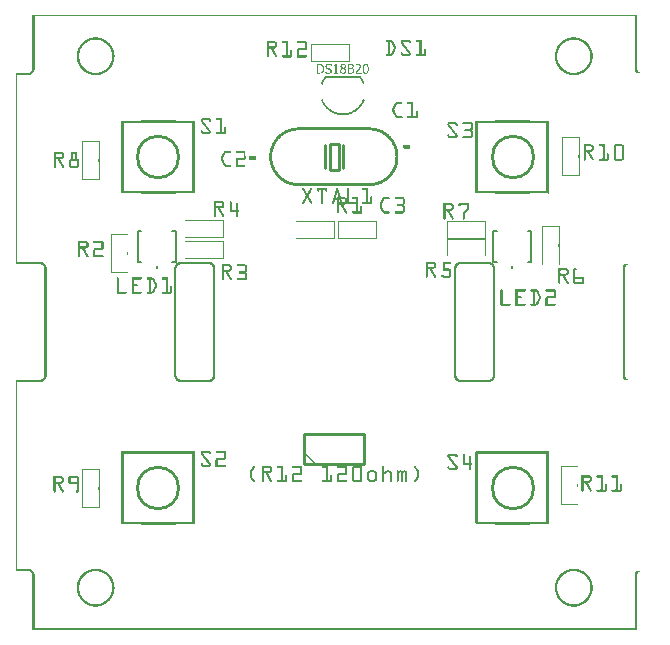
<source format=gto>
G04 MADE WITH FRITZING*
G04 WWW.FRITZING.ORG*
G04 DOUBLE SIDED*
G04 HOLES PLATED*
G04 CONTOUR ON CENTER OF CONTOUR VECTOR*
%ASAXBY*%
%FSLAX23Y23*%
%MOIN*%
%OFA0B0*%
%SFA1.0B1.0*%
%ADD10C,0.147795X0.127795*%
%ADD11R,0.038714X0.096457X0.019029X0.076772*%
%ADD12C,0.009843*%
%ADD13C,0.010000*%
%ADD14C,0.008000*%
%ADD15C,0.006250*%
%ADD16R,0.001000X0.001000*%
%LNSILK1*%
G90*
G70*
G54D10*
X474Y471D03*
X1655Y1573D03*
X1655Y471D03*
X474Y1573D03*
G54D12*
X1046Y1618D02*
X1075Y1618D01*
X1075Y1531D01*
X1046Y1531D01*
X1046Y1618D01*
D02*
G54D13*
X961Y552D02*
X1161Y552D01*
D02*
X1161Y552D02*
X1161Y652D01*
D02*
X1161Y652D02*
X961Y652D01*
D02*
X961Y652D02*
X961Y552D01*
G54D14*
D02*
X417Y1326D02*
X406Y1326D01*
D02*
X406Y1326D02*
X406Y1224D01*
D02*
X406Y1224D02*
X417Y1224D01*
D02*
X520Y1326D02*
X532Y1326D01*
D02*
X532Y1326D02*
X532Y1224D01*
D02*
X532Y1224D02*
X520Y1224D01*
D02*
X469Y1212D02*
X469Y1204D01*
D02*
X1603Y1326D02*
X1591Y1326D01*
D02*
X1591Y1326D02*
X1591Y1224D01*
D02*
X1591Y1224D02*
X1603Y1224D01*
D02*
X1705Y1326D02*
X1717Y1326D01*
D02*
X1717Y1326D02*
X1717Y1224D01*
D02*
X1717Y1224D02*
X1705Y1224D01*
D02*
X1654Y1212D02*
X1654Y1204D01*
G54D12*
X1091Y1614D02*
X1091Y1536D01*
D02*
X1028Y1614D02*
X1028Y1536D01*
D02*
G54D15*
X1034Y1841D02*
X1146Y1841D01*
D02*
G54D16*
X55Y2047D02*
X2069Y2047D01*
X55Y2046D02*
X2069Y2046D01*
X55Y2045D02*
X2069Y2045D01*
X55Y2044D02*
X2069Y2044D01*
X55Y2043D02*
X62Y2043D01*
X2062Y2043D02*
X2069Y2043D01*
X55Y2042D02*
X62Y2042D01*
X2062Y2042D02*
X2069Y2042D01*
X55Y2041D02*
X62Y2041D01*
X2062Y2041D02*
X2069Y2041D01*
X55Y2040D02*
X62Y2040D01*
X2062Y2040D02*
X2069Y2040D01*
X55Y2039D02*
X62Y2039D01*
X2062Y2039D02*
X2069Y2039D01*
X55Y2038D02*
X62Y2038D01*
X2062Y2038D02*
X2069Y2038D01*
X55Y2037D02*
X62Y2037D01*
X2062Y2037D02*
X2069Y2037D01*
X55Y2036D02*
X62Y2036D01*
X2062Y2036D02*
X2069Y2036D01*
X55Y2035D02*
X62Y2035D01*
X2062Y2035D02*
X2069Y2035D01*
X55Y2034D02*
X62Y2034D01*
X2062Y2034D02*
X2069Y2034D01*
X55Y2033D02*
X62Y2033D01*
X2062Y2033D02*
X2069Y2033D01*
X55Y2032D02*
X62Y2032D01*
X2062Y2032D02*
X2069Y2032D01*
X55Y2031D02*
X62Y2031D01*
X2062Y2031D02*
X2069Y2031D01*
X55Y2030D02*
X62Y2030D01*
X2062Y2030D02*
X2069Y2030D01*
X55Y2029D02*
X62Y2029D01*
X2062Y2029D02*
X2069Y2029D01*
X55Y2028D02*
X62Y2028D01*
X2062Y2028D02*
X2069Y2028D01*
X55Y2027D02*
X62Y2027D01*
X2062Y2027D02*
X2069Y2027D01*
X55Y2026D02*
X62Y2026D01*
X2062Y2026D02*
X2069Y2026D01*
X55Y2025D02*
X62Y2025D01*
X2062Y2025D02*
X2069Y2025D01*
X55Y2024D02*
X62Y2024D01*
X2062Y2024D02*
X2069Y2024D01*
X55Y2023D02*
X62Y2023D01*
X2062Y2023D02*
X2069Y2023D01*
X55Y2022D02*
X62Y2022D01*
X2062Y2022D02*
X2069Y2022D01*
X55Y2021D02*
X62Y2021D01*
X2062Y2021D02*
X2069Y2021D01*
X55Y2020D02*
X62Y2020D01*
X2062Y2020D02*
X2069Y2020D01*
X55Y2019D02*
X62Y2019D01*
X2062Y2019D02*
X2069Y2019D01*
X55Y2018D02*
X62Y2018D01*
X2062Y2018D02*
X2069Y2018D01*
X55Y2017D02*
X62Y2017D01*
X2062Y2017D02*
X2069Y2017D01*
X55Y2016D02*
X62Y2016D01*
X2062Y2016D02*
X2069Y2016D01*
X55Y2015D02*
X62Y2015D01*
X2062Y2015D02*
X2069Y2015D01*
X55Y2014D02*
X62Y2014D01*
X2062Y2014D02*
X2069Y2014D01*
X55Y2013D02*
X62Y2013D01*
X2062Y2013D02*
X2069Y2013D01*
X55Y2012D02*
X62Y2012D01*
X2062Y2012D02*
X2069Y2012D01*
X55Y2011D02*
X62Y2011D01*
X2062Y2011D02*
X2069Y2011D01*
X55Y2010D02*
X62Y2010D01*
X2062Y2010D02*
X2069Y2010D01*
X55Y2009D02*
X62Y2009D01*
X2062Y2009D02*
X2069Y2009D01*
X55Y2008D02*
X62Y2008D01*
X2062Y2008D02*
X2069Y2008D01*
X55Y2007D02*
X62Y2007D01*
X2062Y2007D02*
X2069Y2007D01*
X55Y2006D02*
X62Y2006D01*
X2062Y2006D02*
X2069Y2006D01*
X55Y2005D02*
X62Y2005D01*
X2062Y2005D02*
X2069Y2005D01*
X55Y2004D02*
X62Y2004D01*
X2062Y2004D02*
X2069Y2004D01*
X55Y2003D02*
X62Y2003D01*
X2062Y2003D02*
X2069Y2003D01*
X55Y2002D02*
X62Y2002D01*
X2062Y2002D02*
X2069Y2002D01*
X55Y2001D02*
X62Y2001D01*
X2062Y2001D02*
X2069Y2001D01*
X55Y2000D02*
X62Y2000D01*
X2062Y2000D02*
X2069Y2000D01*
X55Y1999D02*
X62Y1999D01*
X2062Y1999D02*
X2069Y1999D01*
X55Y1998D02*
X62Y1998D01*
X2062Y1998D02*
X2069Y1998D01*
X55Y1997D02*
X62Y1997D01*
X2062Y1997D02*
X2069Y1997D01*
X55Y1996D02*
X62Y1996D01*
X2062Y1996D02*
X2069Y1996D01*
X55Y1995D02*
X62Y1995D01*
X2062Y1995D02*
X2069Y1995D01*
X55Y1994D02*
X62Y1994D01*
X2062Y1994D02*
X2069Y1994D01*
X55Y1993D02*
X62Y1993D01*
X2062Y1993D02*
X2069Y1993D01*
X55Y1992D02*
X62Y1992D01*
X2062Y1992D02*
X2069Y1992D01*
X55Y1991D02*
X62Y1991D01*
X2062Y1991D02*
X2069Y1991D01*
X55Y1990D02*
X62Y1990D01*
X2062Y1990D02*
X2069Y1990D01*
X55Y1989D02*
X62Y1989D01*
X2062Y1989D02*
X2069Y1989D01*
X55Y1988D02*
X62Y1988D01*
X2062Y1988D02*
X2069Y1988D01*
X55Y1987D02*
X62Y1987D01*
X2062Y1987D02*
X2069Y1987D01*
X55Y1986D02*
X62Y1986D01*
X2062Y1986D02*
X2069Y1986D01*
X55Y1985D02*
X62Y1985D01*
X2062Y1985D02*
X2069Y1985D01*
X55Y1984D02*
X62Y1984D01*
X2062Y1984D02*
X2069Y1984D01*
X55Y1983D02*
X62Y1983D01*
X2062Y1983D02*
X2069Y1983D01*
X55Y1982D02*
X62Y1982D01*
X2062Y1982D02*
X2069Y1982D01*
X55Y1981D02*
X62Y1981D01*
X2062Y1981D02*
X2069Y1981D01*
X55Y1980D02*
X62Y1980D01*
X2062Y1980D02*
X2069Y1980D01*
X55Y1979D02*
X62Y1979D01*
X2062Y1979D02*
X2069Y1979D01*
X55Y1978D02*
X62Y1978D01*
X2062Y1978D02*
X2069Y1978D01*
X55Y1977D02*
X62Y1977D01*
X2062Y1977D02*
X2069Y1977D01*
X55Y1976D02*
X62Y1976D01*
X2062Y1976D02*
X2069Y1976D01*
X55Y1975D02*
X62Y1975D01*
X2062Y1975D02*
X2069Y1975D01*
X55Y1974D02*
X62Y1974D01*
X2062Y1974D02*
X2069Y1974D01*
X55Y1973D02*
X62Y1973D01*
X2062Y1973D02*
X2069Y1973D01*
X55Y1972D02*
X62Y1972D01*
X257Y1972D02*
X274Y1972D01*
X1850Y1972D02*
X1867Y1972D01*
X2062Y1972D02*
X2069Y1972D01*
X55Y1971D02*
X62Y1971D01*
X251Y1971D02*
X279Y1971D01*
X1845Y1971D02*
X1873Y1971D01*
X2062Y1971D02*
X2069Y1971D01*
X55Y1970D02*
X62Y1970D01*
X247Y1970D02*
X283Y1970D01*
X1841Y1970D02*
X1877Y1970D01*
X2062Y1970D02*
X2069Y1970D01*
X55Y1969D02*
X62Y1969D01*
X245Y1969D02*
X286Y1969D01*
X1838Y1969D02*
X1879Y1969D01*
X2062Y1969D02*
X2069Y1969D01*
X55Y1968D02*
X62Y1968D01*
X242Y1968D02*
X288Y1968D01*
X1836Y1968D02*
X1882Y1968D01*
X2062Y1968D02*
X2069Y1968D01*
X55Y1967D02*
X62Y1967D01*
X240Y1967D02*
X291Y1967D01*
X1833Y1967D02*
X1884Y1967D01*
X2062Y1967D02*
X2069Y1967D01*
X55Y1966D02*
X62Y1966D01*
X237Y1966D02*
X293Y1966D01*
X1831Y1966D02*
X1886Y1966D01*
X2062Y1966D02*
X2069Y1966D01*
X55Y1965D02*
X62Y1965D01*
X235Y1965D02*
X295Y1965D01*
X1829Y1965D02*
X1889Y1965D01*
X2062Y1965D02*
X2069Y1965D01*
X55Y1964D02*
X62Y1964D01*
X234Y1964D02*
X256Y1964D01*
X275Y1964D02*
X296Y1964D01*
X1233Y1964D02*
X1251Y1964D01*
X1286Y1964D02*
X1309Y1964D01*
X1333Y1964D02*
X1352Y1964D01*
X1828Y1964D02*
X1849Y1964D01*
X1868Y1964D02*
X1890Y1964D01*
X2062Y1964D02*
X2069Y1964D01*
X55Y1963D02*
X62Y1963D01*
X232Y1963D02*
X251Y1963D01*
X279Y1963D02*
X298Y1963D01*
X1232Y1963D02*
X1253Y1963D01*
X1285Y1963D02*
X1311Y1963D01*
X1332Y1963D02*
X1352Y1963D01*
X1826Y1963D02*
X1845Y1963D01*
X1873Y1963D02*
X1892Y1963D01*
X2062Y1963D02*
X2069Y1963D01*
X55Y1962D02*
X62Y1962D01*
X230Y1962D02*
X247Y1962D01*
X283Y1962D02*
X300Y1962D01*
X1232Y1962D02*
X1254Y1962D01*
X1284Y1962D02*
X1312Y1962D01*
X1332Y1962D02*
X1352Y1962D01*
X1824Y1962D02*
X1841Y1962D01*
X1877Y1962D02*
X1893Y1962D01*
X2062Y1962D02*
X2069Y1962D01*
X55Y1961D02*
X62Y1961D01*
X229Y1961D02*
X245Y1961D01*
X286Y1961D02*
X301Y1961D01*
X1232Y1961D02*
X1255Y1961D01*
X1283Y1961D02*
X1313Y1961D01*
X1332Y1961D02*
X1352Y1961D01*
X1823Y1961D02*
X1838Y1961D01*
X1879Y1961D02*
X1895Y1961D01*
X2062Y1961D02*
X2069Y1961D01*
X55Y1960D02*
X62Y1960D01*
X228Y1960D02*
X242Y1960D01*
X288Y1960D02*
X302Y1960D01*
X837Y1960D02*
X861Y1960D01*
X890Y1960D02*
X906Y1960D01*
X939Y1960D02*
X964Y1960D01*
X1232Y1960D02*
X1256Y1960D01*
X1282Y1960D02*
X1314Y1960D01*
X1332Y1960D02*
X1352Y1960D01*
X1822Y1960D02*
X1836Y1960D01*
X1882Y1960D02*
X1896Y1960D01*
X2062Y1960D02*
X2069Y1960D01*
X55Y1959D02*
X62Y1959D01*
X226Y1959D02*
X240Y1959D01*
X290Y1959D02*
X304Y1959D01*
X837Y1959D02*
X864Y1959D01*
X888Y1959D02*
X906Y1959D01*
X938Y1959D02*
X967Y1959D01*
X1233Y1959D02*
X1256Y1959D01*
X1282Y1959D02*
X1315Y1959D01*
X1333Y1959D02*
X1352Y1959D01*
X1820Y1959D02*
X1834Y1959D01*
X1884Y1959D02*
X1898Y1959D01*
X2062Y1959D02*
X2069Y1959D01*
X55Y1958D02*
X62Y1958D01*
X225Y1958D02*
X238Y1958D01*
X292Y1958D02*
X305Y1958D01*
X837Y1958D02*
X866Y1958D01*
X887Y1958D02*
X906Y1958D01*
X937Y1958D02*
X968Y1958D01*
X1234Y1958D02*
X1257Y1958D01*
X1282Y1958D02*
X1315Y1958D01*
X1334Y1958D02*
X1352Y1958D01*
X1819Y1958D02*
X1832Y1958D01*
X1886Y1958D02*
X1899Y1958D01*
X2062Y1958D02*
X2069Y1958D01*
X55Y1957D02*
X62Y1957D01*
X224Y1957D02*
X236Y1957D01*
X294Y1957D02*
X306Y1957D01*
X837Y1957D02*
X867Y1957D01*
X887Y1957D02*
X906Y1957D01*
X937Y1957D02*
X969Y1957D01*
X1239Y1957D02*
X1245Y1957D01*
X1250Y1957D02*
X1257Y1957D01*
X1282Y1957D02*
X1288Y1957D01*
X1308Y1957D02*
X1315Y1957D01*
X1345Y1957D02*
X1352Y1957D01*
X1818Y1957D02*
X1830Y1957D01*
X1888Y1957D02*
X1900Y1957D01*
X2062Y1957D02*
X2069Y1957D01*
X55Y1956D02*
X62Y1956D01*
X223Y1956D02*
X235Y1956D01*
X295Y1956D02*
X307Y1956D01*
X837Y1956D02*
X868Y1956D01*
X887Y1956D02*
X906Y1956D01*
X937Y1956D02*
X969Y1956D01*
X1239Y1956D02*
X1245Y1956D01*
X1251Y1956D02*
X1258Y1956D01*
X1282Y1956D02*
X1288Y1956D01*
X1309Y1956D02*
X1315Y1956D01*
X1345Y1956D02*
X1352Y1956D01*
X1817Y1956D02*
X1829Y1956D01*
X1889Y1956D02*
X1901Y1956D01*
X2062Y1956D02*
X2069Y1956D01*
X55Y1955D02*
X62Y1955D01*
X222Y1955D02*
X233Y1955D01*
X297Y1955D02*
X308Y1955D01*
X837Y1955D02*
X869Y1955D01*
X887Y1955D02*
X906Y1955D01*
X937Y1955D02*
X970Y1955D01*
X1239Y1955D02*
X1245Y1955D01*
X1252Y1955D02*
X1259Y1955D01*
X1282Y1955D02*
X1289Y1955D01*
X1309Y1955D02*
X1315Y1955D01*
X1345Y1955D02*
X1352Y1955D01*
X1816Y1955D02*
X1827Y1955D01*
X1891Y1955D02*
X1902Y1955D01*
X2062Y1955D02*
X2069Y1955D01*
X55Y1954D02*
X62Y1954D01*
X221Y1954D02*
X232Y1954D01*
X298Y1954D02*
X309Y1954D01*
X837Y1954D02*
X869Y1954D01*
X888Y1954D02*
X906Y1954D01*
X938Y1954D02*
X970Y1954D01*
X1239Y1954D02*
X1245Y1954D01*
X1252Y1954D02*
X1259Y1954D01*
X1282Y1954D02*
X1290Y1954D01*
X1310Y1954D02*
X1315Y1954D01*
X1345Y1954D02*
X1352Y1954D01*
X1815Y1954D02*
X1826Y1954D01*
X1892Y1954D02*
X1903Y1954D01*
X2062Y1954D02*
X2069Y1954D01*
X55Y1953D02*
X62Y1953D01*
X220Y1953D02*
X231Y1953D01*
X300Y1953D02*
X310Y1953D01*
X837Y1953D02*
X843Y1953D01*
X861Y1953D02*
X870Y1953D01*
X900Y1953D02*
X906Y1953D01*
X964Y1953D02*
X970Y1953D01*
X1239Y1953D02*
X1245Y1953D01*
X1253Y1953D02*
X1260Y1953D01*
X1283Y1953D02*
X1291Y1953D01*
X1310Y1953D02*
X1314Y1953D01*
X1345Y1953D02*
X1352Y1953D01*
X1814Y1953D02*
X1824Y1953D01*
X1893Y1953D02*
X1904Y1953D01*
X2062Y1953D02*
X2069Y1953D01*
X55Y1952D02*
X62Y1952D01*
X219Y1952D02*
X229Y1952D01*
X301Y1952D02*
X311Y1952D01*
X837Y1952D02*
X843Y1952D01*
X863Y1952D02*
X870Y1952D01*
X900Y1952D02*
X906Y1952D01*
X964Y1952D02*
X970Y1952D01*
X1239Y1952D02*
X1245Y1952D01*
X1253Y1952D02*
X1260Y1952D01*
X1283Y1952D02*
X1291Y1952D01*
X1312Y1952D02*
X1313Y1952D01*
X1345Y1952D02*
X1352Y1952D01*
X1813Y1952D02*
X1823Y1952D01*
X1895Y1952D02*
X1905Y1952D01*
X2062Y1952D02*
X2069Y1952D01*
X55Y1951D02*
X62Y1951D01*
X218Y1951D02*
X228Y1951D01*
X302Y1951D02*
X312Y1951D01*
X837Y1951D02*
X843Y1951D01*
X864Y1951D02*
X870Y1951D01*
X900Y1951D02*
X906Y1951D01*
X964Y1951D02*
X970Y1951D01*
X1239Y1951D02*
X1245Y1951D01*
X1254Y1951D02*
X1261Y1951D01*
X1284Y1951D02*
X1292Y1951D01*
X1345Y1951D02*
X1352Y1951D01*
X1812Y1951D02*
X1822Y1951D01*
X1896Y1951D02*
X1906Y1951D01*
X2062Y1951D02*
X2069Y1951D01*
X55Y1950D02*
X62Y1950D01*
X217Y1950D02*
X227Y1950D01*
X303Y1950D02*
X313Y1950D01*
X837Y1950D02*
X843Y1950D01*
X864Y1950D02*
X870Y1950D01*
X900Y1950D02*
X906Y1950D01*
X964Y1950D02*
X970Y1950D01*
X983Y1950D02*
X1112Y1950D01*
X1239Y1950D02*
X1245Y1950D01*
X1254Y1950D02*
X1261Y1950D01*
X1285Y1950D02*
X1293Y1950D01*
X1345Y1950D02*
X1352Y1950D01*
X1811Y1950D02*
X1821Y1950D01*
X1897Y1950D02*
X1907Y1950D01*
X2062Y1950D02*
X2069Y1950D01*
X55Y1949D02*
X62Y1949D01*
X216Y1949D02*
X226Y1949D01*
X304Y1949D02*
X314Y1949D01*
X837Y1949D02*
X843Y1949D01*
X864Y1949D02*
X870Y1949D01*
X900Y1949D02*
X906Y1949D01*
X964Y1949D02*
X970Y1949D01*
X983Y1949D02*
X1112Y1949D01*
X1239Y1949D02*
X1245Y1949D01*
X1255Y1949D02*
X1262Y1949D01*
X1286Y1949D02*
X1294Y1949D01*
X1345Y1949D02*
X1352Y1949D01*
X1810Y1949D02*
X1820Y1949D01*
X1898Y1949D02*
X1908Y1949D01*
X2062Y1949D02*
X2069Y1949D01*
X55Y1948D02*
X62Y1948D01*
X216Y1948D02*
X225Y1948D01*
X305Y1948D02*
X315Y1948D01*
X837Y1948D02*
X843Y1948D01*
X864Y1948D02*
X870Y1948D01*
X900Y1948D02*
X906Y1948D01*
X964Y1948D02*
X970Y1948D01*
X983Y1948D02*
X1112Y1948D01*
X1239Y1948D02*
X1245Y1948D01*
X1255Y1948D02*
X1262Y1948D01*
X1286Y1948D02*
X1294Y1948D01*
X1345Y1948D02*
X1352Y1948D01*
X1809Y1948D02*
X1819Y1948D01*
X1899Y1948D02*
X1908Y1948D01*
X2062Y1948D02*
X2069Y1948D01*
X55Y1947D02*
X62Y1947D01*
X215Y1947D02*
X224Y1947D01*
X306Y1947D02*
X315Y1947D01*
X837Y1947D02*
X843Y1947D01*
X864Y1947D02*
X870Y1947D01*
X900Y1947D02*
X906Y1947D01*
X964Y1947D02*
X970Y1947D01*
X983Y1947D02*
X985Y1947D01*
X1043Y1947D02*
X1052Y1947D01*
X1110Y1947D02*
X1112Y1947D01*
X1239Y1947D02*
X1245Y1947D01*
X1256Y1947D02*
X1263Y1947D01*
X1287Y1947D02*
X1295Y1947D01*
X1345Y1947D02*
X1352Y1947D01*
X1809Y1947D02*
X1818Y1947D01*
X1900Y1947D02*
X1909Y1947D01*
X2062Y1947D02*
X2069Y1947D01*
X55Y1946D02*
X62Y1946D01*
X214Y1946D02*
X223Y1946D01*
X307Y1946D02*
X316Y1946D01*
X837Y1946D02*
X843Y1946D01*
X864Y1946D02*
X870Y1946D01*
X900Y1946D02*
X906Y1946D01*
X964Y1946D02*
X970Y1946D01*
X983Y1946D02*
X985Y1946D01*
X1110Y1946D02*
X1112Y1946D01*
X1239Y1946D02*
X1245Y1946D01*
X1256Y1946D02*
X1263Y1946D01*
X1288Y1946D02*
X1296Y1946D01*
X1345Y1946D02*
X1352Y1946D01*
X1808Y1946D02*
X1817Y1946D01*
X1901Y1946D02*
X1910Y1946D01*
X2062Y1946D02*
X2069Y1946D01*
X55Y1945D02*
X62Y1945D01*
X213Y1945D02*
X222Y1945D01*
X308Y1945D02*
X317Y1945D01*
X837Y1945D02*
X843Y1945D01*
X864Y1945D02*
X870Y1945D01*
X900Y1945D02*
X906Y1945D01*
X964Y1945D02*
X970Y1945D01*
X983Y1945D02*
X985Y1945D01*
X1110Y1945D02*
X1112Y1945D01*
X1239Y1945D02*
X1245Y1945D01*
X1257Y1945D02*
X1264Y1945D01*
X1289Y1945D02*
X1297Y1945D01*
X1345Y1945D02*
X1352Y1945D01*
X1807Y1945D02*
X1816Y1945D01*
X1902Y1945D02*
X1911Y1945D01*
X2062Y1945D02*
X2069Y1945D01*
X55Y1944D02*
X62Y1944D01*
X213Y1944D02*
X222Y1944D01*
X309Y1944D02*
X317Y1944D01*
X837Y1944D02*
X843Y1944D01*
X863Y1944D02*
X870Y1944D01*
X900Y1944D02*
X906Y1944D01*
X964Y1944D02*
X970Y1944D01*
X983Y1944D02*
X985Y1944D01*
X1110Y1944D02*
X1112Y1944D01*
X1239Y1944D02*
X1245Y1944D01*
X1257Y1944D02*
X1264Y1944D01*
X1290Y1944D02*
X1298Y1944D01*
X1345Y1944D02*
X1352Y1944D01*
X1807Y1944D02*
X1815Y1944D01*
X1902Y1944D02*
X1911Y1944D01*
X2062Y1944D02*
X2069Y1944D01*
X55Y1943D02*
X62Y1943D01*
X212Y1943D02*
X221Y1943D01*
X309Y1943D02*
X318Y1943D01*
X837Y1943D02*
X843Y1943D01*
X862Y1943D02*
X870Y1943D01*
X900Y1943D02*
X906Y1943D01*
X964Y1943D02*
X970Y1943D01*
X983Y1943D02*
X985Y1943D01*
X1110Y1943D02*
X1112Y1943D01*
X1239Y1943D02*
X1245Y1943D01*
X1258Y1943D02*
X1264Y1943D01*
X1290Y1943D02*
X1298Y1943D01*
X1345Y1943D02*
X1352Y1943D01*
X1806Y1943D02*
X1815Y1943D01*
X1903Y1943D02*
X1912Y1943D01*
X2062Y1943D02*
X2069Y1943D01*
X55Y1942D02*
X62Y1942D01*
X212Y1942D02*
X220Y1942D01*
X310Y1942D02*
X319Y1942D01*
X837Y1942D02*
X869Y1942D01*
X900Y1942D02*
X906Y1942D01*
X964Y1942D02*
X970Y1942D01*
X983Y1942D02*
X985Y1942D01*
X1110Y1942D02*
X1112Y1942D01*
X1239Y1942D02*
X1245Y1942D01*
X1258Y1942D02*
X1265Y1942D01*
X1291Y1942D02*
X1299Y1942D01*
X1345Y1942D02*
X1352Y1942D01*
X1805Y1942D02*
X1814Y1942D01*
X1904Y1942D02*
X1912Y1942D01*
X2062Y1942D02*
X2069Y1942D01*
X55Y1941D02*
X62Y1941D01*
X211Y1941D02*
X219Y1941D01*
X311Y1941D02*
X319Y1941D01*
X837Y1941D02*
X869Y1941D01*
X900Y1941D02*
X906Y1941D01*
X964Y1941D02*
X970Y1941D01*
X983Y1941D02*
X985Y1941D01*
X1110Y1941D02*
X1112Y1941D01*
X1239Y1941D02*
X1245Y1941D01*
X1259Y1941D02*
X1265Y1941D01*
X1292Y1941D02*
X1300Y1941D01*
X1345Y1941D02*
X1352Y1941D01*
X1805Y1941D02*
X1813Y1941D01*
X1905Y1941D02*
X1913Y1941D01*
X2062Y1941D02*
X2069Y1941D01*
X55Y1940D02*
X62Y1940D01*
X210Y1940D02*
X219Y1940D01*
X312Y1940D02*
X320Y1940D01*
X837Y1940D02*
X868Y1940D01*
X900Y1940D02*
X906Y1940D01*
X964Y1940D02*
X970Y1940D01*
X983Y1940D02*
X985Y1940D01*
X1110Y1940D02*
X1112Y1940D01*
X1239Y1940D02*
X1245Y1940D01*
X1259Y1940D02*
X1265Y1940D01*
X1293Y1940D02*
X1301Y1940D01*
X1345Y1940D02*
X1352Y1940D01*
X1804Y1940D02*
X1812Y1940D01*
X1905Y1940D02*
X1914Y1940D01*
X2062Y1940D02*
X2069Y1940D01*
X55Y1939D02*
X62Y1939D01*
X210Y1939D02*
X218Y1939D01*
X312Y1939D02*
X320Y1939D01*
X837Y1939D02*
X867Y1939D01*
X900Y1939D02*
X906Y1939D01*
X964Y1939D02*
X970Y1939D01*
X983Y1939D02*
X985Y1939D01*
X1110Y1939D02*
X1112Y1939D01*
X1239Y1939D02*
X1245Y1939D01*
X1259Y1939D02*
X1265Y1939D01*
X1293Y1939D02*
X1301Y1939D01*
X1345Y1939D02*
X1352Y1939D01*
X1804Y1939D02*
X1812Y1939D01*
X1906Y1939D02*
X1914Y1939D01*
X2062Y1939D02*
X2069Y1939D01*
X55Y1938D02*
X62Y1938D01*
X209Y1938D02*
X217Y1938D01*
X313Y1938D02*
X321Y1938D01*
X837Y1938D02*
X866Y1938D01*
X900Y1938D02*
X906Y1938D01*
X964Y1938D02*
X970Y1938D01*
X983Y1938D02*
X985Y1938D01*
X1110Y1938D02*
X1112Y1938D01*
X1239Y1938D02*
X1245Y1938D01*
X1259Y1938D02*
X1265Y1938D01*
X1294Y1938D02*
X1302Y1938D01*
X1345Y1938D02*
X1352Y1938D01*
X1803Y1938D02*
X1811Y1938D01*
X1907Y1938D02*
X1915Y1938D01*
X2062Y1938D02*
X2069Y1938D01*
X55Y1937D02*
X62Y1937D01*
X209Y1937D02*
X217Y1937D01*
X313Y1937D02*
X321Y1937D01*
X837Y1937D02*
X865Y1937D01*
X900Y1937D02*
X906Y1937D01*
X964Y1937D02*
X970Y1937D01*
X983Y1937D02*
X985Y1937D01*
X1110Y1937D02*
X1112Y1937D01*
X1239Y1937D02*
X1245Y1937D01*
X1259Y1937D02*
X1265Y1937D01*
X1295Y1937D02*
X1303Y1937D01*
X1345Y1937D02*
X1352Y1937D01*
X1803Y1937D02*
X1811Y1937D01*
X1907Y1937D02*
X1915Y1937D01*
X2062Y1937D02*
X2069Y1937D01*
X55Y1936D02*
X62Y1936D01*
X208Y1936D02*
X216Y1936D01*
X314Y1936D02*
X322Y1936D01*
X837Y1936D02*
X863Y1936D01*
X900Y1936D02*
X906Y1936D01*
X941Y1936D02*
X970Y1936D01*
X983Y1936D02*
X985Y1936D01*
X1110Y1936D02*
X1112Y1936D01*
X1239Y1936D02*
X1245Y1936D01*
X1259Y1936D02*
X1265Y1936D01*
X1296Y1936D02*
X1304Y1936D01*
X1345Y1936D02*
X1352Y1936D01*
X1802Y1936D02*
X1810Y1936D01*
X1908Y1936D02*
X1916Y1936D01*
X2062Y1936D02*
X2069Y1936D01*
X55Y1935D02*
X62Y1935D01*
X208Y1935D02*
X216Y1935D01*
X315Y1935D02*
X322Y1935D01*
X837Y1935D02*
X843Y1935D01*
X849Y1935D02*
X856Y1935D01*
X900Y1935D02*
X906Y1935D01*
X939Y1935D02*
X970Y1935D01*
X983Y1935D02*
X985Y1935D01*
X1110Y1935D02*
X1112Y1935D01*
X1239Y1935D02*
X1245Y1935D01*
X1259Y1935D02*
X1265Y1935D01*
X1296Y1935D02*
X1305Y1935D01*
X1345Y1935D02*
X1352Y1935D01*
X1362Y1935D02*
X1363Y1935D01*
X1802Y1935D02*
X1809Y1935D01*
X1908Y1935D02*
X1916Y1935D01*
X2062Y1935D02*
X2069Y1935D01*
X55Y1934D02*
X62Y1934D01*
X208Y1934D02*
X215Y1934D01*
X315Y1934D02*
X323Y1934D01*
X837Y1934D02*
X843Y1934D01*
X849Y1934D02*
X856Y1934D01*
X900Y1934D02*
X906Y1934D01*
X938Y1934D02*
X970Y1934D01*
X983Y1934D02*
X985Y1934D01*
X1110Y1934D02*
X1112Y1934D01*
X1239Y1934D02*
X1245Y1934D01*
X1259Y1934D02*
X1265Y1934D01*
X1297Y1934D02*
X1305Y1934D01*
X1345Y1934D02*
X1352Y1934D01*
X1360Y1934D02*
X1364Y1934D01*
X1801Y1934D02*
X1809Y1934D01*
X1909Y1934D02*
X1916Y1934D01*
X2062Y1934D02*
X2069Y1934D01*
X55Y1933D02*
X62Y1933D01*
X207Y1933D02*
X215Y1933D01*
X316Y1933D02*
X323Y1933D01*
X837Y1933D02*
X843Y1933D01*
X850Y1933D02*
X857Y1933D01*
X900Y1933D02*
X906Y1933D01*
X938Y1933D02*
X969Y1933D01*
X983Y1933D02*
X985Y1933D01*
X1110Y1933D02*
X1112Y1933D01*
X1239Y1933D02*
X1245Y1933D01*
X1258Y1933D02*
X1265Y1933D01*
X1298Y1933D02*
X1306Y1933D01*
X1345Y1933D02*
X1352Y1933D01*
X1360Y1933D02*
X1365Y1933D01*
X1801Y1933D02*
X1808Y1933D01*
X1909Y1933D02*
X1917Y1933D01*
X2062Y1933D02*
X2069Y1933D01*
X55Y1932D02*
X62Y1932D01*
X207Y1932D02*
X214Y1932D01*
X316Y1932D02*
X323Y1932D01*
X837Y1932D02*
X843Y1932D01*
X850Y1932D02*
X858Y1932D01*
X900Y1932D02*
X906Y1932D01*
X937Y1932D02*
X968Y1932D01*
X983Y1932D02*
X985Y1932D01*
X1110Y1932D02*
X1112Y1932D01*
X1239Y1932D02*
X1245Y1932D01*
X1258Y1932D02*
X1264Y1932D01*
X1299Y1932D02*
X1307Y1932D01*
X1345Y1932D02*
X1352Y1932D01*
X1359Y1932D02*
X1365Y1932D01*
X1801Y1932D02*
X1808Y1932D01*
X1910Y1932D02*
X1917Y1932D01*
X2062Y1932D02*
X2069Y1932D01*
X55Y1931D02*
X62Y1931D01*
X206Y1931D02*
X214Y1931D01*
X316Y1931D02*
X324Y1931D01*
X837Y1931D02*
X843Y1931D01*
X851Y1931D02*
X858Y1931D01*
X900Y1931D02*
X906Y1931D01*
X937Y1931D02*
X967Y1931D01*
X983Y1931D02*
X985Y1931D01*
X1110Y1931D02*
X1112Y1931D01*
X1239Y1931D02*
X1245Y1931D01*
X1257Y1931D02*
X1264Y1931D01*
X1300Y1931D02*
X1308Y1931D01*
X1345Y1931D02*
X1352Y1931D01*
X1359Y1931D02*
X1365Y1931D01*
X1800Y1931D02*
X1808Y1931D01*
X1910Y1931D02*
X1918Y1931D01*
X2062Y1931D02*
X2069Y1931D01*
X55Y1930D02*
X62Y1930D01*
X206Y1930D02*
X213Y1930D01*
X317Y1930D02*
X324Y1930D01*
X837Y1930D02*
X843Y1930D01*
X852Y1930D02*
X859Y1930D01*
X900Y1930D02*
X906Y1930D01*
X916Y1930D02*
X919Y1930D01*
X937Y1930D02*
X966Y1930D01*
X983Y1930D02*
X985Y1930D01*
X1110Y1930D02*
X1112Y1930D01*
X1239Y1930D02*
X1245Y1930D01*
X1257Y1930D02*
X1263Y1930D01*
X1300Y1930D02*
X1308Y1930D01*
X1345Y1930D02*
X1352Y1930D01*
X1359Y1930D02*
X1365Y1930D01*
X1800Y1930D02*
X1807Y1930D01*
X1911Y1930D02*
X1918Y1930D01*
X2062Y1930D02*
X2069Y1930D01*
X55Y1929D02*
X62Y1929D01*
X206Y1929D02*
X213Y1929D01*
X317Y1929D02*
X325Y1929D01*
X837Y1929D02*
X843Y1929D01*
X852Y1929D02*
X859Y1929D01*
X900Y1929D02*
X906Y1929D01*
X915Y1929D02*
X920Y1929D01*
X937Y1929D02*
X943Y1929D01*
X983Y1929D02*
X985Y1929D01*
X1110Y1929D02*
X1112Y1929D01*
X1239Y1929D02*
X1245Y1929D01*
X1256Y1929D02*
X1263Y1929D01*
X1301Y1929D02*
X1309Y1929D01*
X1345Y1929D02*
X1352Y1929D01*
X1359Y1929D02*
X1365Y1929D01*
X1799Y1929D02*
X1807Y1929D01*
X1911Y1929D02*
X1918Y1929D01*
X2062Y1929D02*
X2069Y1929D01*
X55Y1928D02*
X62Y1928D01*
X205Y1928D02*
X213Y1928D01*
X318Y1928D02*
X325Y1928D01*
X837Y1928D02*
X843Y1928D01*
X853Y1928D02*
X860Y1928D01*
X900Y1928D02*
X906Y1928D01*
X914Y1928D02*
X920Y1928D01*
X937Y1928D02*
X943Y1928D01*
X983Y1928D02*
X985Y1928D01*
X1110Y1928D02*
X1112Y1928D01*
X1239Y1928D02*
X1245Y1928D01*
X1256Y1928D02*
X1262Y1928D01*
X1302Y1928D02*
X1310Y1928D01*
X1345Y1928D02*
X1352Y1928D01*
X1359Y1928D02*
X1365Y1928D01*
X1799Y1928D02*
X1806Y1928D01*
X1911Y1928D02*
X1919Y1928D01*
X2062Y1928D02*
X2069Y1928D01*
X55Y1927D02*
X62Y1927D01*
X205Y1927D02*
X212Y1927D01*
X318Y1927D02*
X325Y1927D01*
X837Y1927D02*
X843Y1927D01*
X853Y1927D02*
X861Y1927D01*
X900Y1927D02*
X906Y1927D01*
X914Y1927D02*
X920Y1927D01*
X937Y1927D02*
X943Y1927D01*
X983Y1927D02*
X985Y1927D01*
X1110Y1927D02*
X1112Y1927D01*
X1239Y1927D02*
X1245Y1927D01*
X1255Y1927D02*
X1262Y1927D01*
X1303Y1927D02*
X1311Y1927D01*
X1345Y1927D02*
X1352Y1927D01*
X1359Y1927D02*
X1365Y1927D01*
X1799Y1927D02*
X1806Y1927D01*
X1912Y1927D02*
X1919Y1927D01*
X2062Y1927D02*
X2069Y1927D01*
X55Y1926D02*
X62Y1926D01*
X205Y1926D02*
X212Y1926D01*
X318Y1926D02*
X325Y1926D01*
X837Y1926D02*
X843Y1926D01*
X854Y1926D02*
X861Y1926D01*
X900Y1926D02*
X906Y1926D01*
X914Y1926D02*
X920Y1926D01*
X937Y1926D02*
X943Y1926D01*
X983Y1926D02*
X985Y1926D01*
X1110Y1926D02*
X1112Y1926D01*
X1239Y1926D02*
X1245Y1926D01*
X1255Y1926D02*
X1261Y1926D01*
X1303Y1926D02*
X1312Y1926D01*
X1345Y1926D02*
X1352Y1926D01*
X1359Y1926D02*
X1365Y1926D01*
X1799Y1926D02*
X1806Y1926D01*
X1912Y1926D02*
X1919Y1926D01*
X2062Y1926D02*
X2069Y1926D01*
X55Y1925D02*
X62Y1925D01*
X205Y1925D02*
X212Y1925D01*
X319Y1925D02*
X326Y1925D01*
X837Y1925D02*
X843Y1925D01*
X855Y1925D02*
X862Y1925D01*
X900Y1925D02*
X906Y1925D01*
X914Y1925D02*
X920Y1925D01*
X937Y1925D02*
X943Y1925D01*
X983Y1925D02*
X985Y1925D01*
X1110Y1925D02*
X1112Y1925D01*
X1239Y1925D02*
X1245Y1925D01*
X1254Y1925D02*
X1261Y1925D01*
X1304Y1925D02*
X1312Y1925D01*
X1345Y1925D02*
X1352Y1925D01*
X1359Y1925D02*
X1365Y1925D01*
X1798Y1925D02*
X1805Y1925D01*
X1912Y1925D02*
X1919Y1925D01*
X2062Y1925D02*
X2069Y1925D01*
X55Y1924D02*
X62Y1924D01*
X204Y1924D02*
X211Y1924D01*
X319Y1924D02*
X326Y1924D01*
X837Y1924D02*
X843Y1924D01*
X855Y1924D02*
X862Y1924D01*
X900Y1924D02*
X906Y1924D01*
X914Y1924D02*
X920Y1924D01*
X937Y1924D02*
X943Y1924D01*
X983Y1924D02*
X985Y1924D01*
X1110Y1924D02*
X1112Y1924D01*
X1239Y1924D02*
X1245Y1924D01*
X1254Y1924D02*
X1260Y1924D01*
X1305Y1924D02*
X1313Y1924D01*
X1345Y1924D02*
X1352Y1924D01*
X1359Y1924D02*
X1365Y1924D01*
X1798Y1924D02*
X1805Y1924D01*
X1913Y1924D02*
X1920Y1924D01*
X2062Y1924D02*
X2069Y1924D01*
X55Y1923D02*
X62Y1923D01*
X204Y1923D02*
X211Y1923D01*
X319Y1923D02*
X326Y1923D01*
X837Y1923D02*
X843Y1923D01*
X856Y1923D02*
X863Y1923D01*
X900Y1923D02*
X906Y1923D01*
X914Y1923D02*
X920Y1923D01*
X937Y1923D02*
X943Y1923D01*
X983Y1923D02*
X985Y1923D01*
X1110Y1923D02*
X1112Y1923D01*
X1239Y1923D02*
X1245Y1923D01*
X1253Y1923D02*
X1260Y1923D01*
X1284Y1923D02*
X1286Y1923D01*
X1306Y1923D02*
X1314Y1923D01*
X1345Y1923D02*
X1352Y1923D01*
X1359Y1923D02*
X1365Y1923D01*
X1798Y1923D02*
X1805Y1923D01*
X1913Y1923D02*
X1920Y1923D01*
X2062Y1923D02*
X2069Y1923D01*
X55Y1922D02*
X62Y1922D01*
X204Y1922D02*
X211Y1922D01*
X319Y1922D02*
X326Y1922D01*
X837Y1922D02*
X843Y1922D01*
X856Y1922D02*
X863Y1922D01*
X900Y1922D02*
X906Y1922D01*
X914Y1922D02*
X920Y1922D01*
X937Y1922D02*
X943Y1922D01*
X983Y1922D02*
X985Y1922D01*
X1110Y1922D02*
X1112Y1922D01*
X1239Y1922D02*
X1245Y1922D01*
X1253Y1922D02*
X1259Y1922D01*
X1283Y1922D02*
X1287Y1922D01*
X1307Y1922D02*
X1314Y1922D01*
X1345Y1922D02*
X1352Y1922D01*
X1359Y1922D02*
X1365Y1922D01*
X1798Y1922D02*
X1805Y1922D01*
X1913Y1922D02*
X1920Y1922D01*
X2062Y1922D02*
X2069Y1922D01*
X55Y1921D02*
X62Y1921D01*
X204Y1921D02*
X211Y1921D01*
X320Y1921D02*
X327Y1921D01*
X837Y1921D02*
X843Y1921D01*
X857Y1921D02*
X864Y1921D01*
X900Y1921D02*
X906Y1921D01*
X914Y1921D02*
X920Y1921D01*
X937Y1921D02*
X943Y1921D01*
X983Y1921D02*
X985Y1921D01*
X1110Y1921D02*
X1112Y1921D01*
X1239Y1921D02*
X1245Y1921D01*
X1252Y1921D02*
X1259Y1921D01*
X1282Y1921D02*
X1288Y1921D01*
X1307Y1921D02*
X1315Y1921D01*
X1345Y1921D02*
X1352Y1921D01*
X1359Y1921D02*
X1365Y1921D01*
X1797Y1921D02*
X1804Y1921D01*
X1913Y1921D02*
X1920Y1921D01*
X2062Y1921D02*
X2069Y1921D01*
X55Y1920D02*
X62Y1920D01*
X204Y1920D02*
X211Y1920D01*
X320Y1920D02*
X327Y1920D01*
X837Y1920D02*
X843Y1920D01*
X857Y1920D02*
X865Y1920D01*
X900Y1920D02*
X906Y1920D01*
X914Y1920D02*
X920Y1920D01*
X937Y1920D02*
X943Y1920D01*
X983Y1920D02*
X985Y1920D01*
X1110Y1920D02*
X1112Y1920D01*
X1239Y1920D02*
X1245Y1920D01*
X1252Y1920D02*
X1258Y1920D01*
X1282Y1920D02*
X1288Y1920D01*
X1308Y1920D02*
X1315Y1920D01*
X1345Y1920D02*
X1352Y1920D01*
X1359Y1920D02*
X1365Y1920D01*
X1797Y1920D02*
X1804Y1920D01*
X1913Y1920D02*
X1920Y1920D01*
X2062Y1920D02*
X2069Y1920D01*
X55Y1919D02*
X62Y1919D01*
X203Y1919D02*
X210Y1919D01*
X320Y1919D02*
X327Y1919D01*
X837Y1919D02*
X843Y1919D01*
X858Y1919D02*
X865Y1919D01*
X900Y1919D02*
X906Y1919D01*
X914Y1919D02*
X920Y1919D01*
X937Y1919D02*
X943Y1919D01*
X983Y1919D02*
X985Y1919D01*
X1110Y1919D02*
X1112Y1919D01*
X1239Y1919D02*
X1245Y1919D01*
X1251Y1919D02*
X1258Y1919D01*
X1282Y1919D02*
X1288Y1919D01*
X1309Y1919D02*
X1315Y1919D01*
X1345Y1919D02*
X1352Y1919D01*
X1359Y1919D02*
X1365Y1919D01*
X1797Y1919D02*
X1804Y1919D01*
X1914Y1919D02*
X1921Y1919D01*
X2062Y1919D02*
X2069Y1919D01*
X55Y1918D02*
X62Y1918D01*
X203Y1918D02*
X210Y1918D01*
X320Y1918D02*
X327Y1918D01*
X837Y1918D02*
X843Y1918D01*
X859Y1918D02*
X866Y1918D01*
X900Y1918D02*
X906Y1918D01*
X914Y1918D02*
X920Y1918D01*
X937Y1918D02*
X943Y1918D01*
X983Y1918D02*
X985Y1918D01*
X1110Y1918D02*
X1112Y1918D01*
X1239Y1918D02*
X1245Y1918D01*
X1250Y1918D02*
X1257Y1918D01*
X1282Y1918D02*
X1289Y1918D01*
X1309Y1918D02*
X1315Y1918D01*
X1345Y1918D02*
X1352Y1918D01*
X1359Y1918D02*
X1365Y1918D01*
X1797Y1918D02*
X1804Y1918D01*
X1914Y1918D02*
X1921Y1918D01*
X2062Y1918D02*
X2069Y1918D01*
X55Y1917D02*
X62Y1917D01*
X203Y1917D02*
X210Y1917D01*
X320Y1917D02*
X327Y1917D01*
X837Y1917D02*
X843Y1917D01*
X859Y1917D02*
X866Y1917D01*
X900Y1917D02*
X906Y1917D01*
X914Y1917D02*
X920Y1917D01*
X937Y1917D02*
X943Y1917D01*
X983Y1917D02*
X985Y1917D01*
X1110Y1917D02*
X1112Y1917D01*
X1234Y1917D02*
X1257Y1917D01*
X1282Y1917D02*
X1315Y1917D01*
X1333Y1917D02*
X1365Y1917D01*
X1797Y1917D02*
X1804Y1917D01*
X1914Y1917D02*
X1921Y1917D01*
X2062Y1917D02*
X2069Y1917D01*
X55Y1916D02*
X62Y1916D01*
X203Y1916D02*
X210Y1916D01*
X320Y1916D02*
X327Y1916D01*
X837Y1916D02*
X843Y1916D01*
X860Y1916D02*
X867Y1916D01*
X900Y1916D02*
X906Y1916D01*
X914Y1916D02*
X920Y1916D01*
X937Y1916D02*
X943Y1916D01*
X983Y1916D02*
X985Y1916D01*
X1110Y1916D02*
X1112Y1916D01*
X1232Y1916D02*
X1256Y1916D01*
X1283Y1916D02*
X1315Y1916D01*
X1332Y1916D02*
X1365Y1916D01*
X1797Y1916D02*
X1804Y1916D01*
X1914Y1916D02*
X1921Y1916D01*
X2062Y1916D02*
X2069Y1916D01*
X55Y1915D02*
X62Y1915D01*
X203Y1915D02*
X210Y1915D01*
X320Y1915D02*
X327Y1915D01*
X837Y1915D02*
X843Y1915D01*
X860Y1915D02*
X868Y1915D01*
X900Y1915D02*
X906Y1915D01*
X914Y1915D02*
X920Y1915D01*
X937Y1915D02*
X943Y1915D01*
X983Y1915D02*
X985Y1915D01*
X1110Y1915D02*
X1112Y1915D01*
X1232Y1915D02*
X1256Y1915D01*
X1283Y1915D02*
X1314Y1915D01*
X1332Y1915D02*
X1365Y1915D01*
X1797Y1915D02*
X1804Y1915D01*
X1914Y1915D02*
X1921Y1915D01*
X2062Y1915D02*
X2069Y1915D01*
X55Y1914D02*
X62Y1914D01*
X203Y1914D02*
X210Y1914D01*
X320Y1914D02*
X327Y1914D01*
X837Y1914D02*
X843Y1914D01*
X861Y1914D02*
X868Y1914D01*
X900Y1914D02*
X906Y1914D01*
X914Y1914D02*
X920Y1914D01*
X937Y1914D02*
X943Y1914D01*
X983Y1914D02*
X985Y1914D01*
X1110Y1914D02*
X1112Y1914D01*
X1232Y1914D02*
X1255Y1914D01*
X1284Y1914D02*
X1314Y1914D01*
X1332Y1914D02*
X1365Y1914D01*
X1797Y1914D02*
X1804Y1914D01*
X1914Y1914D02*
X1921Y1914D01*
X2062Y1914D02*
X2069Y1914D01*
X55Y1913D02*
X62Y1913D01*
X203Y1913D02*
X210Y1913D01*
X320Y1913D02*
X327Y1913D01*
X837Y1913D02*
X843Y1913D01*
X862Y1913D02*
X869Y1913D01*
X900Y1913D02*
X907Y1913D01*
X914Y1913D02*
X920Y1913D01*
X937Y1913D02*
X943Y1913D01*
X983Y1913D02*
X985Y1913D01*
X1110Y1913D02*
X1112Y1913D01*
X1232Y1913D02*
X1254Y1913D01*
X1285Y1913D02*
X1313Y1913D01*
X1332Y1913D02*
X1365Y1913D01*
X1797Y1913D02*
X1803Y1913D01*
X1914Y1913D02*
X1921Y1913D01*
X2062Y1913D02*
X2069Y1913D01*
X55Y1912D02*
X62Y1912D01*
X203Y1912D02*
X210Y1912D01*
X321Y1912D02*
X328Y1912D01*
X837Y1912D02*
X843Y1912D01*
X862Y1912D02*
X869Y1912D01*
X888Y1912D02*
X920Y1912D01*
X937Y1912D02*
X969Y1912D01*
X983Y1912D02*
X985Y1912D01*
X1110Y1912D02*
X1112Y1912D01*
X1233Y1912D02*
X1253Y1912D01*
X1286Y1912D02*
X1312Y1912D01*
X1332Y1912D02*
X1365Y1912D01*
X1796Y1912D02*
X1803Y1912D01*
X1914Y1912D02*
X1921Y1912D01*
X2062Y1912D02*
X2069Y1912D01*
X55Y1911D02*
X62Y1911D01*
X203Y1911D02*
X210Y1911D01*
X321Y1911D02*
X328Y1911D01*
X837Y1911D02*
X843Y1911D01*
X863Y1911D02*
X870Y1911D01*
X887Y1911D02*
X920Y1911D01*
X937Y1911D02*
X970Y1911D01*
X983Y1911D02*
X985Y1911D01*
X1110Y1911D02*
X1112Y1911D01*
X1234Y1911D02*
X1250Y1911D01*
X1288Y1911D02*
X1310Y1911D01*
X1334Y1911D02*
X1363Y1911D01*
X1796Y1911D02*
X1803Y1911D01*
X1914Y1911D02*
X1921Y1911D01*
X2062Y1911D02*
X2069Y1911D01*
X55Y1910D02*
X62Y1910D01*
X203Y1910D02*
X210Y1910D01*
X321Y1910D02*
X328Y1910D01*
X837Y1910D02*
X843Y1910D01*
X863Y1910D02*
X870Y1910D01*
X887Y1910D02*
X920Y1910D01*
X937Y1910D02*
X970Y1910D01*
X983Y1910D02*
X985Y1910D01*
X1110Y1910D02*
X1112Y1910D01*
X1796Y1910D02*
X1803Y1910D01*
X1914Y1910D02*
X1921Y1910D01*
X2062Y1910D02*
X2069Y1910D01*
X55Y1909D02*
X62Y1909D01*
X203Y1909D02*
X210Y1909D01*
X321Y1909D02*
X328Y1909D01*
X837Y1909D02*
X843Y1909D01*
X864Y1909D02*
X870Y1909D01*
X887Y1909D02*
X920Y1909D01*
X937Y1909D02*
X970Y1909D01*
X983Y1909D02*
X985Y1909D01*
X1110Y1909D02*
X1112Y1909D01*
X1796Y1909D02*
X1803Y1909D01*
X1914Y1909D02*
X1921Y1909D01*
X2062Y1909D02*
X2069Y1909D01*
X55Y1908D02*
X62Y1908D01*
X203Y1908D02*
X210Y1908D01*
X321Y1908D02*
X328Y1908D01*
X837Y1908D02*
X842Y1908D01*
X864Y1908D02*
X870Y1908D01*
X887Y1908D02*
X920Y1908D01*
X937Y1908D02*
X970Y1908D01*
X983Y1908D02*
X985Y1908D01*
X1110Y1908D02*
X1112Y1908D01*
X1796Y1908D02*
X1803Y1908D01*
X1914Y1908D02*
X1921Y1908D01*
X2062Y1908D02*
X2069Y1908D01*
X55Y1907D02*
X62Y1907D01*
X203Y1907D02*
X210Y1907D01*
X321Y1907D02*
X328Y1907D01*
X838Y1907D02*
X842Y1907D01*
X865Y1907D02*
X869Y1907D01*
X888Y1907D02*
X919Y1907D01*
X937Y1907D02*
X969Y1907D01*
X983Y1907D02*
X985Y1907D01*
X1110Y1907D02*
X1112Y1907D01*
X1796Y1907D02*
X1803Y1907D01*
X1914Y1907D02*
X1921Y1907D01*
X2062Y1907D02*
X2069Y1907D01*
X55Y1906D02*
X62Y1906D01*
X203Y1906D02*
X210Y1906D01*
X320Y1906D02*
X327Y1906D01*
X867Y1906D02*
X867Y1906D01*
X890Y1906D02*
X917Y1906D01*
X937Y1906D02*
X967Y1906D01*
X983Y1906D02*
X985Y1906D01*
X1110Y1906D02*
X1112Y1906D01*
X1797Y1906D02*
X1804Y1906D01*
X1914Y1906D02*
X1921Y1906D01*
X2062Y1906D02*
X2069Y1906D01*
X55Y1905D02*
X62Y1905D01*
X203Y1905D02*
X210Y1905D01*
X320Y1905D02*
X327Y1905D01*
X983Y1905D02*
X985Y1905D01*
X1110Y1905D02*
X1112Y1905D01*
X1797Y1905D02*
X1804Y1905D01*
X1914Y1905D02*
X1921Y1905D01*
X2062Y1905D02*
X2069Y1905D01*
X55Y1904D02*
X62Y1904D01*
X203Y1904D02*
X210Y1904D01*
X320Y1904D02*
X327Y1904D01*
X983Y1904D02*
X985Y1904D01*
X1110Y1904D02*
X1112Y1904D01*
X1797Y1904D02*
X1804Y1904D01*
X1914Y1904D02*
X1921Y1904D01*
X2062Y1904D02*
X2069Y1904D01*
X55Y1903D02*
X62Y1903D01*
X203Y1903D02*
X210Y1903D01*
X320Y1903D02*
X327Y1903D01*
X983Y1903D02*
X985Y1903D01*
X1110Y1903D02*
X1112Y1903D01*
X1797Y1903D02*
X1804Y1903D01*
X1914Y1903D02*
X1921Y1903D01*
X2062Y1903D02*
X2069Y1903D01*
X55Y1902D02*
X62Y1902D01*
X203Y1902D02*
X210Y1902D01*
X320Y1902D02*
X327Y1902D01*
X983Y1902D02*
X985Y1902D01*
X1110Y1902D02*
X1112Y1902D01*
X1797Y1902D02*
X1804Y1902D01*
X1914Y1902D02*
X1921Y1902D01*
X2062Y1902D02*
X2069Y1902D01*
X55Y1901D02*
X62Y1901D01*
X203Y1901D02*
X210Y1901D01*
X320Y1901D02*
X327Y1901D01*
X983Y1901D02*
X985Y1901D01*
X1110Y1901D02*
X1112Y1901D01*
X1797Y1901D02*
X1804Y1901D01*
X1914Y1901D02*
X1921Y1901D01*
X2062Y1901D02*
X2069Y1901D01*
X55Y1900D02*
X62Y1900D01*
X203Y1900D02*
X210Y1900D01*
X320Y1900D02*
X327Y1900D01*
X983Y1900D02*
X985Y1900D01*
X1110Y1900D02*
X1112Y1900D01*
X1797Y1900D02*
X1804Y1900D01*
X1914Y1900D02*
X1921Y1900D01*
X2062Y1900D02*
X2069Y1900D01*
X55Y1899D02*
X62Y1899D01*
X204Y1899D02*
X211Y1899D01*
X320Y1899D02*
X327Y1899D01*
X983Y1899D02*
X985Y1899D01*
X1110Y1899D02*
X1112Y1899D01*
X1797Y1899D02*
X1804Y1899D01*
X1913Y1899D02*
X1920Y1899D01*
X2062Y1899D02*
X2069Y1899D01*
X55Y1898D02*
X62Y1898D01*
X204Y1898D02*
X211Y1898D01*
X319Y1898D02*
X326Y1898D01*
X983Y1898D02*
X985Y1898D01*
X1110Y1898D02*
X1112Y1898D01*
X1797Y1898D02*
X1805Y1898D01*
X1913Y1898D02*
X1920Y1898D01*
X2062Y1898D02*
X2069Y1898D01*
X55Y1897D02*
X62Y1897D01*
X204Y1897D02*
X211Y1897D01*
X319Y1897D02*
X326Y1897D01*
X983Y1897D02*
X985Y1897D01*
X1110Y1897D02*
X1112Y1897D01*
X1798Y1897D02*
X1805Y1897D01*
X1913Y1897D02*
X1920Y1897D01*
X2062Y1897D02*
X2069Y1897D01*
X55Y1896D02*
X62Y1896D01*
X204Y1896D02*
X211Y1896D01*
X319Y1896D02*
X326Y1896D01*
X983Y1896D02*
X985Y1896D01*
X1110Y1896D02*
X1112Y1896D01*
X1798Y1896D02*
X1805Y1896D01*
X1913Y1896D02*
X1920Y1896D01*
X2062Y1896D02*
X2069Y1896D01*
X55Y1895D02*
X62Y1895D01*
X204Y1895D02*
X212Y1895D01*
X319Y1895D02*
X326Y1895D01*
X983Y1895D02*
X985Y1895D01*
X1043Y1895D02*
X1052Y1895D01*
X1110Y1895D02*
X1112Y1895D01*
X1798Y1895D02*
X1805Y1895D01*
X1912Y1895D02*
X1920Y1895D01*
X2062Y1895D02*
X2069Y1895D01*
X55Y1894D02*
X62Y1894D01*
X205Y1894D02*
X212Y1894D01*
X318Y1894D02*
X326Y1894D01*
X983Y1894D02*
X1112Y1894D01*
X1798Y1894D02*
X1806Y1894D01*
X1912Y1894D02*
X1919Y1894D01*
X2062Y1894D02*
X2069Y1894D01*
X55Y1893D02*
X62Y1893D01*
X205Y1893D02*
X212Y1893D01*
X318Y1893D02*
X325Y1893D01*
X983Y1893D02*
X1112Y1893D01*
X1799Y1893D02*
X1806Y1893D01*
X1912Y1893D02*
X1919Y1893D01*
X2062Y1893D02*
X2069Y1893D01*
X55Y1892D02*
X62Y1892D01*
X205Y1892D02*
X212Y1892D01*
X318Y1892D02*
X325Y1892D01*
X983Y1892D02*
X1112Y1892D01*
X1799Y1892D02*
X1806Y1892D01*
X1912Y1892D02*
X1919Y1892D01*
X2062Y1892D02*
X2069Y1892D01*
X55Y1891D02*
X62Y1891D01*
X205Y1891D02*
X213Y1891D01*
X317Y1891D02*
X325Y1891D01*
X1799Y1891D02*
X1807Y1891D01*
X1911Y1891D02*
X1919Y1891D01*
X2062Y1891D02*
X2069Y1891D01*
X55Y1890D02*
X62Y1890D01*
X206Y1890D02*
X213Y1890D01*
X317Y1890D02*
X324Y1890D01*
X1800Y1890D02*
X1807Y1890D01*
X1911Y1890D02*
X1918Y1890D01*
X2062Y1890D02*
X2069Y1890D01*
X55Y1889D02*
X62Y1889D01*
X206Y1889D02*
X214Y1889D01*
X317Y1889D02*
X324Y1889D01*
X1800Y1889D02*
X1807Y1889D01*
X1910Y1889D02*
X1918Y1889D01*
X2062Y1889D02*
X2069Y1889D01*
X55Y1888D02*
X62Y1888D01*
X207Y1888D02*
X214Y1888D01*
X316Y1888D02*
X324Y1888D01*
X1800Y1888D02*
X1808Y1888D01*
X1910Y1888D02*
X1917Y1888D01*
X2062Y1888D02*
X2069Y1888D01*
X55Y1887D02*
X62Y1887D01*
X207Y1887D02*
X214Y1887D01*
X316Y1887D02*
X323Y1887D01*
X1801Y1887D02*
X1808Y1887D01*
X1910Y1887D02*
X1917Y1887D01*
X2062Y1887D02*
X2069Y1887D01*
X55Y1886D02*
X62Y1886D01*
X207Y1886D02*
X215Y1886D01*
X315Y1886D02*
X323Y1886D01*
X1801Y1886D02*
X1809Y1886D01*
X1909Y1886D02*
X1917Y1886D01*
X2062Y1886D02*
X2069Y1886D01*
X55Y1885D02*
X62Y1885D01*
X208Y1885D02*
X215Y1885D01*
X315Y1885D02*
X323Y1885D01*
X1801Y1885D02*
X1809Y1885D01*
X1909Y1885D02*
X1916Y1885D01*
X2062Y1885D02*
X2069Y1885D01*
X55Y1884D02*
X62Y1884D01*
X208Y1884D02*
X216Y1884D01*
X314Y1884D02*
X322Y1884D01*
X1003Y1884D02*
X1009Y1884D01*
X1038Y1884D02*
X1047Y1884D01*
X1066Y1884D02*
X1068Y1884D01*
X1087Y1884D02*
X1094Y1884D01*
X1107Y1884D02*
X1114Y1884D01*
X1136Y1884D02*
X1144Y1884D01*
X1162Y1884D02*
X1169Y1884D01*
X1802Y1884D02*
X1810Y1884D01*
X1908Y1884D02*
X1916Y1884D01*
X2062Y1884D02*
X2069Y1884D01*
X55Y1883D02*
X62Y1883D01*
X209Y1883D02*
X216Y1883D01*
X314Y1883D02*
X322Y1883D01*
X1002Y1883D02*
X1017Y1883D01*
X1036Y1883D02*
X1050Y1883D01*
X1066Y1883D02*
X1068Y1883D01*
X1085Y1883D02*
X1096Y1883D01*
X1106Y1883D02*
X1122Y1883D01*
X1133Y1883D02*
X1146Y1883D01*
X1160Y1883D02*
X1170Y1883D01*
X1802Y1883D02*
X1810Y1883D01*
X1908Y1883D02*
X1915Y1883D01*
X2062Y1883D02*
X2069Y1883D01*
X55Y1882D02*
X62Y1882D01*
X209Y1882D02*
X217Y1882D01*
X313Y1882D02*
X321Y1882D01*
X1002Y1882D02*
X1019Y1882D01*
X1034Y1882D02*
X1051Y1882D01*
X1065Y1882D02*
X1068Y1882D01*
X1084Y1882D02*
X1097Y1882D01*
X1106Y1882D02*
X1123Y1882D01*
X1132Y1882D02*
X1147Y1882D01*
X1159Y1882D02*
X1172Y1882D01*
X1803Y1882D02*
X1811Y1882D01*
X1907Y1882D02*
X1915Y1882D01*
X2062Y1882D02*
X2069Y1882D01*
X55Y1881D02*
X62Y1881D01*
X210Y1881D02*
X218Y1881D01*
X313Y1881D02*
X321Y1881D01*
X1002Y1881D02*
X1021Y1881D01*
X1033Y1881D02*
X1051Y1881D01*
X1065Y1881D02*
X1068Y1881D01*
X1083Y1881D02*
X1087Y1881D01*
X1093Y1881D02*
X1098Y1881D01*
X1106Y1881D02*
X1124Y1881D01*
X1132Y1881D02*
X1148Y1881D01*
X1158Y1881D02*
X1164Y1881D01*
X1167Y1881D02*
X1172Y1881D01*
X1803Y1881D02*
X1811Y1881D01*
X1906Y1881D02*
X1914Y1881D01*
X2062Y1881D02*
X2069Y1881D01*
X55Y1880D02*
X62Y1880D01*
X210Y1880D02*
X218Y1880D01*
X312Y1880D02*
X320Y1880D01*
X1002Y1880D02*
X1006Y1880D01*
X1014Y1880D02*
X1022Y1880D01*
X1033Y1880D02*
X1038Y1880D01*
X1047Y1880D02*
X1051Y1880D01*
X1062Y1880D02*
X1068Y1880D01*
X1082Y1880D02*
X1086Y1880D01*
X1095Y1880D02*
X1099Y1880D01*
X1106Y1880D02*
X1110Y1880D01*
X1119Y1880D02*
X1125Y1880D01*
X1132Y1880D02*
X1135Y1880D01*
X1144Y1880D02*
X1148Y1880D01*
X1158Y1880D02*
X1162Y1880D01*
X1169Y1880D02*
X1173Y1880D01*
X1804Y1880D02*
X1812Y1880D01*
X1906Y1880D02*
X1914Y1880D01*
X2062Y1880D02*
X2069Y1880D01*
X55Y1879D02*
X62Y1879D01*
X211Y1879D02*
X219Y1879D01*
X311Y1879D02*
X320Y1879D01*
X1002Y1879D02*
X1006Y1879D01*
X1017Y1879D02*
X1023Y1879D01*
X1032Y1879D02*
X1036Y1879D01*
X1049Y1879D02*
X1051Y1879D01*
X1059Y1879D02*
X1068Y1879D01*
X1082Y1879D02*
X1085Y1879D01*
X1096Y1879D02*
X1099Y1879D01*
X1106Y1879D02*
X1110Y1879D01*
X1121Y1879D02*
X1125Y1879D01*
X1132Y1879D02*
X1133Y1879D01*
X1145Y1879D02*
X1149Y1879D01*
X1157Y1879D02*
X1161Y1879D01*
X1170Y1879D02*
X1173Y1879D01*
X1804Y1879D02*
X1813Y1879D01*
X1905Y1879D02*
X1913Y1879D01*
X2062Y1879D02*
X2069Y1879D01*
X55Y1878D02*
X62Y1878D01*
X211Y1878D02*
X220Y1878D01*
X311Y1878D02*
X319Y1878D01*
X1002Y1878D02*
X1006Y1878D01*
X1019Y1878D02*
X1024Y1878D01*
X1032Y1878D02*
X1035Y1878D01*
X1051Y1878D02*
X1051Y1878D01*
X1059Y1878D02*
X1068Y1878D01*
X1081Y1878D02*
X1085Y1878D01*
X1096Y1878D02*
X1099Y1878D01*
X1106Y1878D02*
X1110Y1878D01*
X1122Y1878D02*
X1126Y1878D01*
X1145Y1878D02*
X1149Y1878D01*
X1157Y1878D02*
X1160Y1878D01*
X1170Y1878D02*
X1174Y1878D01*
X1805Y1878D02*
X1813Y1878D01*
X1904Y1878D02*
X1913Y1878D01*
X2062Y1878D02*
X2069Y1878D01*
X55Y1877D02*
X62Y1877D01*
X212Y1877D02*
X220Y1877D01*
X310Y1877D02*
X318Y1877D01*
X1002Y1877D02*
X1006Y1877D01*
X1020Y1877D02*
X1025Y1877D01*
X1031Y1877D02*
X1035Y1877D01*
X1059Y1877D02*
X1068Y1877D01*
X1081Y1877D02*
X1084Y1877D01*
X1096Y1877D02*
X1100Y1877D01*
X1106Y1877D02*
X1110Y1877D01*
X1122Y1877D02*
X1126Y1877D01*
X1146Y1877D02*
X1149Y1877D01*
X1157Y1877D02*
X1160Y1877D01*
X1171Y1877D02*
X1174Y1877D01*
X1806Y1877D02*
X1814Y1877D01*
X1904Y1877D02*
X1912Y1877D01*
X2062Y1877D02*
X2069Y1877D01*
X55Y1876D02*
X62Y1876D01*
X212Y1876D02*
X221Y1876D01*
X309Y1876D02*
X318Y1876D01*
X1002Y1876D02*
X1006Y1876D01*
X1021Y1876D02*
X1025Y1876D01*
X1031Y1876D02*
X1035Y1876D01*
X1065Y1876D02*
X1068Y1876D01*
X1081Y1876D02*
X1085Y1876D01*
X1096Y1876D02*
X1099Y1876D01*
X1106Y1876D02*
X1110Y1876D01*
X1122Y1876D02*
X1126Y1876D01*
X1146Y1876D02*
X1149Y1876D01*
X1156Y1876D02*
X1160Y1876D01*
X1171Y1876D02*
X1174Y1876D01*
X1806Y1876D02*
X1815Y1876D01*
X1903Y1876D02*
X1912Y1876D01*
X2062Y1876D02*
X2069Y1876D01*
X55Y1875D02*
X62Y1875D01*
X213Y1875D02*
X222Y1875D01*
X308Y1875D02*
X317Y1875D01*
X1002Y1875D02*
X1006Y1875D01*
X1022Y1875D02*
X1026Y1875D01*
X1031Y1875D02*
X1035Y1875D01*
X1065Y1875D02*
X1068Y1875D01*
X1081Y1875D02*
X1085Y1875D01*
X1096Y1875D02*
X1099Y1875D01*
X1106Y1875D02*
X1110Y1875D01*
X1122Y1875D02*
X1126Y1875D01*
X1146Y1875D02*
X1149Y1875D01*
X1156Y1875D02*
X1159Y1875D01*
X1171Y1875D02*
X1175Y1875D01*
X1807Y1875D02*
X1816Y1875D01*
X1902Y1875D02*
X1911Y1875D01*
X2062Y1875D02*
X2069Y1875D01*
X55Y1874D02*
X62Y1874D01*
X214Y1874D02*
X223Y1874D01*
X307Y1874D02*
X316Y1874D01*
X1002Y1874D02*
X1006Y1874D01*
X1022Y1874D02*
X1026Y1874D01*
X1031Y1874D02*
X1035Y1874D01*
X1065Y1874D02*
X1068Y1874D01*
X1081Y1874D02*
X1085Y1874D01*
X1096Y1874D02*
X1099Y1874D01*
X1106Y1874D02*
X1110Y1874D01*
X1122Y1874D02*
X1125Y1874D01*
X1146Y1874D02*
X1149Y1874D01*
X1156Y1874D02*
X1159Y1874D01*
X1172Y1874D02*
X1175Y1874D01*
X1807Y1874D02*
X1817Y1874D01*
X1901Y1874D02*
X1910Y1874D01*
X2062Y1874D02*
X2069Y1874D01*
X55Y1873D02*
X62Y1873D01*
X214Y1873D02*
X224Y1873D01*
X307Y1873D02*
X316Y1873D01*
X1002Y1873D02*
X1006Y1873D01*
X1023Y1873D02*
X1026Y1873D01*
X1032Y1873D02*
X1036Y1873D01*
X1065Y1873D02*
X1068Y1873D01*
X1082Y1873D02*
X1086Y1873D01*
X1096Y1873D02*
X1099Y1873D01*
X1106Y1873D02*
X1110Y1873D01*
X1122Y1873D02*
X1125Y1873D01*
X1146Y1873D02*
X1149Y1873D01*
X1156Y1873D02*
X1159Y1873D01*
X1172Y1873D02*
X1175Y1873D01*
X1808Y1873D02*
X1817Y1873D01*
X1900Y1873D02*
X1910Y1873D01*
X2062Y1873D02*
X2069Y1873D01*
X55Y1872D02*
X62Y1872D01*
X215Y1872D02*
X225Y1872D01*
X306Y1872D02*
X315Y1872D01*
X1002Y1872D02*
X1006Y1872D01*
X1023Y1872D02*
X1027Y1872D01*
X1032Y1872D02*
X1037Y1872D01*
X1065Y1872D02*
X1068Y1872D01*
X1082Y1872D02*
X1088Y1872D01*
X1095Y1872D02*
X1098Y1872D01*
X1106Y1872D02*
X1110Y1872D01*
X1121Y1872D02*
X1124Y1872D01*
X1145Y1872D02*
X1149Y1872D01*
X1156Y1872D02*
X1159Y1872D01*
X1172Y1872D02*
X1175Y1872D01*
X1809Y1872D02*
X1818Y1872D01*
X1899Y1872D02*
X1909Y1872D01*
X2062Y1872D02*
X2069Y1872D01*
X55Y1871D02*
X62Y1871D01*
X216Y1871D02*
X226Y1871D01*
X305Y1871D02*
X314Y1871D01*
X1002Y1871D02*
X1006Y1871D01*
X1023Y1871D02*
X1027Y1871D01*
X1032Y1871D02*
X1038Y1871D01*
X1065Y1871D02*
X1068Y1871D01*
X1083Y1871D02*
X1090Y1871D01*
X1094Y1871D02*
X1097Y1871D01*
X1106Y1871D02*
X1110Y1871D01*
X1117Y1871D02*
X1123Y1871D01*
X1145Y1871D02*
X1148Y1871D01*
X1156Y1871D02*
X1159Y1871D01*
X1172Y1871D02*
X1175Y1871D01*
X1810Y1871D02*
X1819Y1871D01*
X1898Y1871D02*
X1908Y1871D01*
X2062Y1871D02*
X2069Y1871D01*
X55Y1870D02*
X62Y1870D01*
X217Y1870D02*
X227Y1870D01*
X304Y1870D02*
X314Y1870D01*
X1002Y1870D02*
X1006Y1870D01*
X1023Y1870D02*
X1027Y1870D01*
X1033Y1870D02*
X1042Y1870D01*
X1065Y1870D02*
X1068Y1870D01*
X1084Y1870D02*
X1096Y1870D01*
X1106Y1870D02*
X1122Y1870D01*
X1144Y1870D02*
X1148Y1870D01*
X1156Y1870D02*
X1159Y1870D01*
X1172Y1870D02*
X1175Y1870D01*
X1810Y1870D02*
X1820Y1870D01*
X1897Y1870D02*
X1907Y1870D01*
X2062Y1870D02*
X2069Y1870D01*
X55Y1869D02*
X62Y1869D01*
X218Y1869D02*
X228Y1869D01*
X303Y1869D02*
X313Y1869D01*
X1002Y1869D02*
X1006Y1869D01*
X1023Y1869D02*
X1027Y1869D01*
X1034Y1869D02*
X1046Y1869D01*
X1065Y1869D02*
X1068Y1869D01*
X1085Y1869D02*
X1095Y1869D01*
X1106Y1869D02*
X1123Y1869D01*
X1143Y1869D02*
X1147Y1869D01*
X1156Y1869D02*
X1159Y1869D01*
X1172Y1869D02*
X1175Y1869D01*
X1811Y1869D02*
X1821Y1869D01*
X1896Y1869D02*
X1906Y1869D01*
X2062Y1869D02*
X2069Y1869D01*
X55Y1868D02*
X62Y1868D01*
X218Y1868D02*
X229Y1868D01*
X301Y1868D02*
X312Y1868D01*
X1002Y1868D02*
X1006Y1868D01*
X1023Y1868D02*
X1027Y1868D01*
X1035Y1868D02*
X1048Y1868D01*
X1065Y1868D02*
X1068Y1868D01*
X1084Y1868D02*
X1096Y1868D01*
X1106Y1868D02*
X1124Y1868D01*
X1143Y1868D02*
X1147Y1868D01*
X1156Y1868D02*
X1159Y1868D01*
X1172Y1868D02*
X1175Y1868D01*
X1812Y1868D02*
X1823Y1868D01*
X1895Y1868D02*
X1906Y1868D01*
X2062Y1868D02*
X2069Y1868D01*
X55Y1867D02*
X62Y1867D01*
X219Y1867D02*
X230Y1867D01*
X300Y1867D02*
X311Y1867D01*
X1002Y1867D02*
X1006Y1867D01*
X1023Y1867D02*
X1027Y1867D01*
X1038Y1867D02*
X1049Y1867D01*
X1065Y1867D02*
X1068Y1867D01*
X1083Y1867D02*
X1086Y1867D01*
X1091Y1867D02*
X1097Y1867D01*
X1106Y1867D02*
X1110Y1867D01*
X1120Y1867D02*
X1125Y1867D01*
X1142Y1867D02*
X1146Y1867D01*
X1156Y1867D02*
X1159Y1867D01*
X1172Y1867D02*
X1175Y1867D01*
X1813Y1867D02*
X1824Y1867D01*
X1894Y1867D02*
X1905Y1867D01*
X2062Y1867D02*
X2069Y1867D01*
X54Y1866D02*
X62Y1866D01*
X220Y1866D02*
X231Y1866D01*
X299Y1866D02*
X310Y1866D01*
X1002Y1866D02*
X1006Y1866D01*
X1023Y1866D02*
X1027Y1866D01*
X1041Y1866D02*
X1050Y1866D01*
X1065Y1866D02*
X1068Y1866D01*
X1082Y1866D02*
X1085Y1866D01*
X1093Y1866D02*
X1098Y1866D01*
X1106Y1866D02*
X1110Y1866D01*
X1122Y1866D02*
X1126Y1866D01*
X1141Y1866D02*
X1145Y1866D01*
X1156Y1866D02*
X1159Y1866D01*
X1172Y1866D02*
X1175Y1866D01*
X1814Y1866D02*
X1825Y1866D01*
X1893Y1866D02*
X1904Y1866D01*
X2062Y1866D02*
X2070Y1866D01*
X54Y1865D02*
X61Y1865D01*
X221Y1865D02*
X233Y1865D01*
X298Y1865D02*
X309Y1865D01*
X1002Y1865D02*
X1006Y1865D01*
X1023Y1865D02*
X1027Y1865D01*
X1045Y1865D02*
X1051Y1865D01*
X1065Y1865D02*
X1068Y1865D01*
X1081Y1865D02*
X1085Y1865D01*
X1094Y1865D02*
X1099Y1865D01*
X1106Y1865D02*
X1110Y1865D01*
X1123Y1865D02*
X1127Y1865D01*
X1140Y1865D02*
X1144Y1865D01*
X1156Y1865D02*
X1159Y1865D01*
X1172Y1865D02*
X1175Y1865D01*
X1815Y1865D02*
X1826Y1865D01*
X1891Y1865D02*
X1903Y1865D01*
X2063Y1865D02*
X2070Y1865D01*
X54Y1864D02*
X61Y1864D01*
X222Y1864D02*
X234Y1864D01*
X296Y1864D02*
X308Y1864D01*
X1002Y1864D02*
X1006Y1864D01*
X1023Y1864D02*
X1027Y1864D01*
X1047Y1864D02*
X1051Y1864D01*
X1065Y1864D02*
X1068Y1864D01*
X1081Y1864D02*
X1084Y1864D01*
X1096Y1864D02*
X1100Y1864D01*
X1106Y1864D02*
X1110Y1864D01*
X1123Y1864D02*
X1127Y1864D01*
X1139Y1864D02*
X1143Y1864D01*
X1156Y1864D02*
X1159Y1864D01*
X1172Y1864D02*
X1175Y1864D01*
X1816Y1864D02*
X1828Y1864D01*
X1890Y1864D02*
X1902Y1864D01*
X2063Y1864D02*
X2070Y1864D01*
X53Y1863D02*
X61Y1863D01*
X223Y1863D02*
X236Y1863D01*
X295Y1863D02*
X307Y1863D01*
X1002Y1863D02*
X1006Y1863D01*
X1023Y1863D02*
X1026Y1863D01*
X1048Y1863D02*
X1052Y1863D01*
X1065Y1863D02*
X1068Y1863D01*
X1081Y1863D02*
X1084Y1863D01*
X1096Y1863D02*
X1100Y1863D01*
X1106Y1863D02*
X1110Y1863D01*
X1124Y1863D02*
X1127Y1863D01*
X1139Y1863D02*
X1143Y1863D01*
X1156Y1863D02*
X1159Y1863D01*
X1172Y1863D02*
X1175Y1863D01*
X1817Y1863D02*
X1829Y1863D01*
X1888Y1863D02*
X1901Y1863D01*
X2063Y1863D02*
X2071Y1863D01*
X53Y1862D02*
X60Y1862D01*
X225Y1862D02*
X237Y1862D01*
X293Y1862D02*
X306Y1862D01*
X1002Y1862D02*
X1006Y1862D01*
X1022Y1862D02*
X1026Y1862D01*
X1048Y1862D02*
X1052Y1862D01*
X1065Y1862D02*
X1068Y1862D01*
X1080Y1862D02*
X1084Y1862D01*
X1097Y1862D02*
X1100Y1862D01*
X1106Y1862D02*
X1110Y1862D01*
X1124Y1862D02*
X1127Y1862D01*
X1138Y1862D02*
X1142Y1862D01*
X1156Y1862D02*
X1159Y1862D01*
X1172Y1862D02*
X1175Y1862D01*
X1818Y1862D02*
X1831Y1862D01*
X1887Y1862D02*
X1899Y1862D01*
X2064Y1862D02*
X2071Y1862D01*
X52Y1861D02*
X60Y1861D01*
X226Y1861D02*
X239Y1861D01*
X291Y1861D02*
X305Y1861D01*
X1002Y1861D02*
X1006Y1861D01*
X1022Y1861D02*
X1026Y1861D01*
X1048Y1861D02*
X1052Y1861D01*
X1065Y1861D02*
X1068Y1861D01*
X1080Y1861D02*
X1084Y1861D01*
X1097Y1861D02*
X1100Y1861D01*
X1106Y1861D02*
X1110Y1861D01*
X1124Y1861D02*
X1127Y1861D01*
X1137Y1861D02*
X1141Y1861D01*
X1156Y1861D02*
X1159Y1861D01*
X1171Y1861D02*
X1175Y1861D01*
X1819Y1861D02*
X1833Y1861D01*
X1885Y1861D02*
X1898Y1861D01*
X2064Y1861D02*
X2072Y1861D01*
X51Y1860D02*
X60Y1860D01*
X227Y1860D02*
X241Y1860D01*
X289Y1860D02*
X303Y1860D01*
X1002Y1860D02*
X1006Y1860D01*
X1021Y1860D02*
X1025Y1860D01*
X1049Y1860D02*
X1052Y1860D01*
X1065Y1860D02*
X1068Y1860D01*
X1080Y1860D02*
X1084Y1860D01*
X1097Y1860D02*
X1100Y1860D01*
X1106Y1860D02*
X1110Y1860D01*
X1124Y1860D02*
X1127Y1860D01*
X1136Y1860D02*
X1140Y1860D01*
X1156Y1860D02*
X1160Y1860D01*
X1171Y1860D02*
X1175Y1860D01*
X1821Y1860D02*
X1835Y1860D01*
X1883Y1860D02*
X1897Y1860D01*
X2064Y1860D02*
X2073Y1860D01*
X50Y1859D02*
X59Y1859D01*
X228Y1859D02*
X243Y1859D01*
X287Y1859D02*
X302Y1859D01*
X1002Y1859D02*
X1006Y1859D01*
X1021Y1859D02*
X1025Y1859D01*
X1048Y1859D02*
X1052Y1859D01*
X1065Y1859D02*
X1068Y1859D01*
X1080Y1859D02*
X1084Y1859D01*
X1097Y1859D02*
X1100Y1859D01*
X1106Y1859D02*
X1110Y1859D01*
X1123Y1859D02*
X1127Y1859D01*
X1135Y1859D02*
X1139Y1859D01*
X1157Y1859D02*
X1160Y1859D01*
X1171Y1859D02*
X1174Y1859D01*
X1822Y1859D02*
X1837Y1859D01*
X1881Y1859D02*
X1896Y1859D01*
X2065Y1859D02*
X2074Y1859D01*
X49Y1858D02*
X58Y1858D01*
X230Y1858D02*
X246Y1858D01*
X285Y1858D02*
X301Y1858D01*
X1002Y1858D02*
X1006Y1858D01*
X1019Y1858D02*
X1024Y1858D01*
X1031Y1858D02*
X1032Y1858D01*
X1048Y1858D02*
X1052Y1858D01*
X1065Y1858D02*
X1068Y1858D01*
X1081Y1858D02*
X1084Y1858D01*
X1097Y1858D02*
X1100Y1858D01*
X1106Y1858D02*
X1110Y1858D01*
X1123Y1858D02*
X1127Y1858D01*
X1134Y1858D02*
X1138Y1858D01*
X1157Y1858D02*
X1160Y1858D01*
X1171Y1858D02*
X1174Y1858D01*
X1823Y1858D02*
X1839Y1858D01*
X1878Y1858D02*
X1894Y1858D01*
X2065Y1858D02*
X2075Y1858D01*
X48Y1857D02*
X58Y1857D01*
X231Y1857D02*
X249Y1857D01*
X282Y1857D02*
X299Y1857D01*
X1002Y1857D02*
X1006Y1857D01*
X1018Y1857D02*
X1023Y1857D01*
X1031Y1857D02*
X1033Y1857D01*
X1047Y1857D02*
X1051Y1857D01*
X1065Y1857D02*
X1068Y1857D01*
X1081Y1857D02*
X1085Y1857D01*
X1096Y1857D02*
X1100Y1857D01*
X1106Y1857D02*
X1110Y1857D01*
X1122Y1857D02*
X1126Y1857D01*
X1133Y1857D02*
X1136Y1857D01*
X1157Y1857D02*
X1161Y1857D01*
X1170Y1857D02*
X1174Y1857D01*
X1825Y1857D02*
X1842Y1857D01*
X1875Y1857D02*
X1893Y1857D01*
X2066Y1857D02*
X2076Y1857D01*
X46Y1856D02*
X57Y1856D01*
X233Y1856D02*
X253Y1856D01*
X278Y1856D02*
X297Y1856D01*
X1002Y1856D02*
X1006Y1856D01*
X1016Y1856D02*
X1022Y1856D01*
X1031Y1856D02*
X1035Y1856D01*
X1046Y1856D02*
X1051Y1856D01*
X1065Y1856D02*
X1068Y1856D01*
X1081Y1856D02*
X1086Y1856D01*
X1095Y1856D02*
X1099Y1856D01*
X1106Y1856D02*
X1110Y1856D01*
X1120Y1856D02*
X1126Y1856D01*
X1132Y1856D02*
X1135Y1856D01*
X1158Y1856D02*
X1161Y1856D01*
X1169Y1856D02*
X1173Y1856D01*
X1827Y1856D02*
X1846Y1856D01*
X1871Y1856D02*
X1891Y1856D01*
X2067Y1856D02*
X2078Y1856D01*
X43Y1855D02*
X56Y1855D01*
X235Y1855D02*
X259Y1855D01*
X272Y1855D02*
X296Y1855D01*
X1002Y1855D02*
X1021Y1855D01*
X1031Y1855D02*
X1039Y1855D01*
X1043Y1855D02*
X1050Y1855D01*
X1060Y1855D02*
X1073Y1855D01*
X1082Y1855D02*
X1087Y1855D01*
X1094Y1855D02*
X1098Y1855D01*
X1106Y1855D02*
X1125Y1855D01*
X1132Y1855D02*
X1151Y1855D01*
X1158Y1855D02*
X1163Y1855D01*
X1168Y1855D02*
X1173Y1855D01*
X1828Y1855D02*
X1852Y1855D01*
X1865Y1855D02*
X1889Y1855D01*
X2068Y1855D02*
X2081Y1855D01*
X0Y1854D02*
X56Y1854D01*
X236Y1854D02*
X294Y1854D01*
X1002Y1854D02*
X1020Y1854D01*
X1031Y1854D02*
X1049Y1854D01*
X1059Y1854D02*
X1074Y1854D01*
X1083Y1854D02*
X1098Y1854D01*
X1106Y1854D02*
X1123Y1854D01*
X1132Y1854D02*
X1151Y1854D01*
X1159Y1854D02*
X1172Y1854D01*
X1830Y1854D02*
X1888Y1854D01*
X0Y1853D02*
X55Y1853D01*
X238Y1853D02*
X292Y1853D01*
X1002Y1853D02*
X1018Y1853D01*
X1033Y1853D02*
X1048Y1853D01*
X1059Y1853D02*
X1074Y1853D01*
X1084Y1853D02*
X1096Y1853D01*
X1106Y1853D02*
X1122Y1853D01*
X1132Y1853D02*
X1151Y1853D01*
X1160Y1853D02*
X1171Y1853D01*
X1832Y1853D02*
X1886Y1853D01*
X0Y1852D02*
X53Y1852D01*
X240Y1852D02*
X290Y1852D01*
X1003Y1852D02*
X1014Y1852D01*
X1035Y1852D02*
X1046Y1852D01*
X1059Y1852D02*
X1074Y1852D01*
X1086Y1852D02*
X1095Y1852D01*
X1107Y1852D02*
X1118Y1852D01*
X1132Y1852D02*
X1151Y1852D01*
X1161Y1852D02*
X1169Y1852D01*
X1834Y1852D02*
X1883Y1852D01*
X0Y1851D02*
X52Y1851D01*
X243Y1851D02*
X287Y1851D01*
X1090Y1851D02*
X1090Y1851D01*
X1837Y1851D02*
X1881Y1851D01*
X0Y1850D02*
X50Y1850D01*
X246Y1850D02*
X285Y1850D01*
X1839Y1850D02*
X1878Y1850D01*
X0Y1849D02*
X48Y1849D01*
X249Y1849D02*
X281Y1849D01*
X1843Y1849D02*
X1875Y1849D01*
X0Y1848D02*
X46Y1848D01*
X253Y1848D02*
X277Y1848D01*
X1847Y1848D02*
X1871Y1848D01*
X0Y1847D02*
X42Y1847D01*
X259Y1847D02*
X271Y1847D01*
X1853Y1847D02*
X1865Y1847D01*
X0Y1846D02*
X3Y1846D01*
X0Y1845D02*
X3Y1845D01*
X0Y1844D02*
X3Y1844D01*
X1032Y1844D02*
X1034Y1844D01*
X1144Y1844D02*
X1146Y1844D01*
X0Y1843D02*
X3Y1843D01*
X1031Y1843D02*
X1035Y1843D01*
X1143Y1843D02*
X1147Y1843D01*
X0Y1842D02*
X3Y1842D01*
X1030Y1842D02*
X1036Y1842D01*
X1142Y1842D02*
X1148Y1842D01*
X0Y1841D02*
X3Y1841D01*
X1029Y1841D02*
X1036Y1841D01*
X1142Y1841D02*
X1149Y1841D01*
X0Y1840D02*
X3Y1840D01*
X1029Y1840D02*
X1035Y1840D01*
X1143Y1840D02*
X1149Y1840D01*
X0Y1839D02*
X3Y1839D01*
X1028Y1839D02*
X1035Y1839D01*
X1143Y1839D02*
X1150Y1839D01*
X0Y1838D02*
X3Y1838D01*
X1027Y1838D02*
X1034Y1838D01*
X1144Y1838D02*
X1151Y1838D01*
X0Y1837D02*
X3Y1837D01*
X1026Y1837D02*
X1033Y1837D01*
X1145Y1837D02*
X1152Y1837D01*
X0Y1836D02*
X3Y1836D01*
X1026Y1836D02*
X1032Y1836D01*
X1146Y1836D02*
X1152Y1836D01*
X0Y1835D02*
X3Y1835D01*
X1025Y1835D02*
X1032Y1835D01*
X1146Y1835D02*
X1153Y1835D01*
X0Y1834D02*
X3Y1834D01*
X1024Y1834D02*
X1031Y1834D01*
X1147Y1834D02*
X1154Y1834D01*
X0Y1833D02*
X3Y1833D01*
X1024Y1833D02*
X1030Y1833D01*
X1148Y1833D02*
X1154Y1833D01*
X0Y1832D02*
X3Y1832D01*
X1023Y1832D02*
X1029Y1832D01*
X1149Y1832D02*
X1155Y1832D01*
X0Y1831D02*
X3Y1831D01*
X1022Y1831D02*
X1029Y1831D01*
X1149Y1831D02*
X1156Y1831D01*
X0Y1830D02*
X3Y1830D01*
X1022Y1830D02*
X1028Y1830D01*
X1150Y1830D02*
X1156Y1830D01*
X0Y1829D02*
X3Y1829D01*
X1021Y1829D02*
X1027Y1829D01*
X1151Y1829D02*
X1157Y1829D01*
X0Y1828D02*
X3Y1828D01*
X1021Y1828D02*
X1027Y1828D01*
X1151Y1828D02*
X1157Y1828D01*
X0Y1827D02*
X3Y1827D01*
X1020Y1827D02*
X1026Y1827D01*
X1152Y1827D02*
X1158Y1827D01*
X0Y1826D02*
X3Y1826D01*
X1020Y1826D02*
X1026Y1826D01*
X1152Y1826D02*
X1158Y1826D01*
X0Y1825D02*
X3Y1825D01*
X1019Y1825D02*
X1025Y1825D01*
X1153Y1825D02*
X1159Y1825D01*
X0Y1824D02*
X3Y1824D01*
X1019Y1824D02*
X1025Y1824D01*
X1153Y1824D02*
X1159Y1824D01*
X0Y1823D02*
X3Y1823D01*
X1018Y1823D02*
X1024Y1823D01*
X1154Y1823D02*
X1160Y1823D01*
X0Y1822D02*
X3Y1822D01*
X1018Y1822D02*
X1023Y1822D01*
X1155Y1822D02*
X1160Y1822D01*
X0Y1821D02*
X3Y1821D01*
X1017Y1821D02*
X1023Y1821D01*
X1155Y1821D02*
X1161Y1821D01*
X0Y1820D02*
X3Y1820D01*
X1017Y1820D02*
X1023Y1820D01*
X1155Y1820D02*
X1161Y1820D01*
X0Y1819D02*
X3Y1819D01*
X1018Y1819D02*
X1022Y1819D01*
X1156Y1819D02*
X1160Y1819D01*
X0Y1818D02*
X3Y1818D01*
X1019Y1818D02*
X1022Y1818D01*
X1156Y1818D02*
X1159Y1818D01*
X0Y1817D02*
X3Y1817D01*
X1020Y1817D02*
X1021Y1817D01*
X1157Y1817D02*
X1158Y1817D01*
X0Y1816D02*
X3Y1816D01*
X1021Y1816D02*
X1021Y1816D01*
X1157Y1816D02*
X1157Y1816D01*
X0Y1815D02*
X3Y1815D01*
X1021Y1815D02*
X1021Y1815D01*
X1157Y1815D02*
X1157Y1815D01*
X0Y1814D02*
X3Y1814D01*
X0Y1813D02*
X3Y1813D01*
X0Y1812D02*
X3Y1812D01*
X0Y1811D02*
X3Y1811D01*
X0Y1810D02*
X3Y1810D01*
X0Y1809D02*
X3Y1809D01*
X0Y1808D02*
X3Y1808D01*
X0Y1807D02*
X3Y1807D01*
X0Y1806D02*
X3Y1806D01*
X0Y1805D02*
X3Y1805D01*
X0Y1804D02*
X3Y1804D01*
X0Y1803D02*
X3Y1803D01*
X0Y1802D02*
X3Y1802D01*
X0Y1801D02*
X3Y1801D01*
X0Y1800D02*
X3Y1800D01*
X0Y1799D02*
X3Y1799D01*
X0Y1798D02*
X3Y1798D01*
X0Y1797D02*
X3Y1797D01*
X0Y1796D02*
X3Y1796D01*
X0Y1795D02*
X3Y1795D01*
X0Y1794D02*
X3Y1794D01*
X0Y1793D02*
X3Y1793D01*
X0Y1792D02*
X3Y1792D01*
X0Y1791D02*
X3Y1791D01*
X0Y1790D02*
X3Y1790D01*
X0Y1789D02*
X3Y1789D01*
X0Y1788D02*
X3Y1788D01*
X0Y1787D02*
X3Y1787D01*
X0Y1786D02*
X3Y1786D01*
X0Y1785D02*
X3Y1785D01*
X0Y1784D02*
X3Y1784D01*
X0Y1783D02*
X3Y1783D01*
X0Y1782D02*
X3Y1782D01*
X0Y1781D02*
X3Y1781D01*
X0Y1780D02*
X3Y1780D01*
X0Y1779D02*
X3Y1779D01*
X0Y1778D02*
X3Y1778D01*
X0Y1777D02*
X3Y1777D01*
X0Y1776D02*
X3Y1776D01*
X0Y1775D02*
X3Y1775D01*
X0Y1774D02*
X3Y1774D01*
X0Y1773D02*
X3Y1773D01*
X0Y1772D02*
X3Y1772D01*
X0Y1771D02*
X3Y1771D01*
X0Y1770D02*
X3Y1770D01*
X0Y1769D02*
X3Y1769D01*
X0Y1768D02*
X3Y1768D01*
X0Y1767D02*
X3Y1767D01*
X1021Y1767D02*
X1021Y1767D01*
X1157Y1767D02*
X1157Y1767D01*
X0Y1766D02*
X3Y1766D01*
X1020Y1766D02*
X1021Y1766D01*
X1157Y1766D02*
X1158Y1766D01*
X0Y1765D02*
X3Y1765D01*
X1019Y1765D02*
X1022Y1765D01*
X1156Y1765D02*
X1159Y1765D01*
X0Y1764D02*
X3Y1764D01*
X1018Y1764D02*
X1022Y1764D01*
X1156Y1764D02*
X1160Y1764D01*
X0Y1763D02*
X3Y1763D01*
X1017Y1763D02*
X1022Y1763D01*
X1156Y1763D02*
X1161Y1763D01*
X0Y1762D02*
X3Y1762D01*
X1017Y1762D02*
X1023Y1762D01*
X1155Y1762D02*
X1161Y1762D01*
X0Y1761D02*
X3Y1761D01*
X1018Y1761D02*
X1023Y1761D01*
X1155Y1761D02*
X1160Y1761D01*
X0Y1760D02*
X3Y1760D01*
X1018Y1760D02*
X1024Y1760D01*
X1154Y1760D02*
X1160Y1760D01*
X0Y1759D02*
X3Y1759D01*
X1019Y1759D02*
X1024Y1759D01*
X1154Y1759D02*
X1159Y1759D01*
X0Y1758D02*
X3Y1758D01*
X1019Y1758D02*
X1025Y1758D01*
X1153Y1758D02*
X1159Y1758D01*
X0Y1757D02*
X3Y1757D01*
X1019Y1757D02*
X1025Y1757D01*
X1153Y1757D02*
X1159Y1757D01*
X1268Y1757D02*
X1287Y1757D01*
X1305Y1757D02*
X1324Y1757D01*
X0Y1756D02*
X3Y1756D01*
X1020Y1756D02*
X1026Y1756D01*
X1152Y1756D02*
X1158Y1756D01*
X1266Y1756D02*
X1287Y1756D01*
X1305Y1756D02*
X1324Y1756D01*
X0Y1755D02*
X3Y1755D01*
X1020Y1755D02*
X1026Y1755D01*
X1152Y1755D02*
X1157Y1755D01*
X1265Y1755D02*
X1288Y1755D01*
X1304Y1755D02*
X1324Y1755D01*
X0Y1754D02*
X3Y1754D01*
X1021Y1754D02*
X1027Y1754D01*
X1151Y1754D02*
X1157Y1754D01*
X1264Y1754D02*
X1288Y1754D01*
X1304Y1754D02*
X1324Y1754D01*
X0Y1753D02*
X3Y1753D01*
X1022Y1753D02*
X1028Y1753D01*
X1150Y1753D02*
X1156Y1753D01*
X1264Y1753D02*
X1288Y1753D01*
X1305Y1753D02*
X1324Y1753D01*
X0Y1752D02*
X3Y1752D01*
X1022Y1752D02*
X1028Y1752D01*
X1150Y1752D02*
X1156Y1752D01*
X1263Y1752D02*
X1287Y1752D01*
X1305Y1752D02*
X1324Y1752D01*
X0Y1751D02*
X3Y1751D01*
X1023Y1751D02*
X1029Y1751D01*
X1149Y1751D02*
X1155Y1751D01*
X1262Y1751D02*
X1285Y1751D01*
X1307Y1751D02*
X1324Y1751D01*
X0Y1750D02*
X3Y1750D01*
X1023Y1750D02*
X1030Y1750D01*
X1148Y1750D02*
X1155Y1750D01*
X1262Y1750D02*
X1269Y1750D01*
X1318Y1750D02*
X1324Y1750D01*
X0Y1749D02*
X3Y1749D01*
X1024Y1749D02*
X1030Y1749D01*
X1148Y1749D02*
X1154Y1749D01*
X1261Y1749D02*
X1268Y1749D01*
X1318Y1749D02*
X1324Y1749D01*
X0Y1748D02*
X3Y1748D01*
X1025Y1748D02*
X1031Y1748D01*
X1147Y1748D02*
X1153Y1748D01*
X1261Y1748D02*
X1268Y1748D01*
X1318Y1748D02*
X1324Y1748D01*
X0Y1747D02*
X3Y1747D01*
X1025Y1747D02*
X1032Y1747D01*
X1146Y1747D02*
X1153Y1747D01*
X1260Y1747D02*
X1267Y1747D01*
X1318Y1747D02*
X1324Y1747D01*
X0Y1746D02*
X3Y1746D01*
X1026Y1746D02*
X1033Y1746D01*
X1145Y1746D02*
X1152Y1746D01*
X1260Y1746D02*
X1267Y1746D01*
X1318Y1746D02*
X1324Y1746D01*
X0Y1745D02*
X3Y1745D01*
X1027Y1745D02*
X1034Y1745D01*
X1144Y1745D02*
X1151Y1745D01*
X1259Y1745D02*
X1266Y1745D01*
X1318Y1745D02*
X1324Y1745D01*
X0Y1744D02*
X3Y1744D01*
X1027Y1744D02*
X1034Y1744D01*
X1144Y1744D02*
X1151Y1744D01*
X1259Y1744D02*
X1266Y1744D01*
X1318Y1744D02*
X1324Y1744D01*
X0Y1743D02*
X3Y1743D01*
X1028Y1743D02*
X1035Y1743D01*
X1143Y1743D02*
X1150Y1743D01*
X1258Y1743D02*
X1265Y1743D01*
X1318Y1743D02*
X1324Y1743D01*
X0Y1742D02*
X3Y1742D01*
X1029Y1742D02*
X1036Y1742D01*
X1142Y1742D02*
X1149Y1742D01*
X1258Y1742D02*
X1265Y1742D01*
X1318Y1742D02*
X1324Y1742D01*
X0Y1741D02*
X3Y1741D01*
X1030Y1741D02*
X1037Y1741D01*
X1141Y1741D02*
X1148Y1741D01*
X1257Y1741D02*
X1264Y1741D01*
X1318Y1741D02*
X1324Y1741D01*
X0Y1740D02*
X3Y1740D01*
X1031Y1740D02*
X1038Y1740D01*
X1140Y1740D02*
X1147Y1740D01*
X1257Y1740D02*
X1264Y1740D01*
X1318Y1740D02*
X1324Y1740D01*
X0Y1739D02*
X3Y1739D01*
X1032Y1739D02*
X1039Y1739D01*
X1139Y1739D02*
X1147Y1739D01*
X1256Y1739D02*
X1263Y1739D01*
X1318Y1739D02*
X1324Y1739D01*
X0Y1738D02*
X3Y1738D01*
X1032Y1738D02*
X1040Y1738D01*
X1138Y1738D02*
X1146Y1738D01*
X1256Y1738D02*
X1263Y1738D01*
X1318Y1738D02*
X1324Y1738D01*
X0Y1737D02*
X3Y1737D01*
X1033Y1737D02*
X1041Y1737D01*
X1137Y1737D02*
X1145Y1737D01*
X1256Y1737D02*
X1262Y1737D01*
X1318Y1737D02*
X1324Y1737D01*
X0Y1736D02*
X3Y1736D01*
X1034Y1736D02*
X1043Y1736D01*
X1135Y1736D02*
X1144Y1736D01*
X1255Y1736D02*
X1262Y1736D01*
X1318Y1736D02*
X1324Y1736D01*
X0Y1735D02*
X3Y1735D01*
X1035Y1735D02*
X1044Y1735D01*
X1134Y1735D02*
X1143Y1735D01*
X1255Y1735D02*
X1261Y1735D01*
X1318Y1735D02*
X1324Y1735D01*
X0Y1734D02*
X3Y1734D01*
X1036Y1734D02*
X1045Y1734D01*
X1133Y1734D02*
X1142Y1734D01*
X1255Y1734D02*
X1261Y1734D01*
X1318Y1734D02*
X1324Y1734D01*
X0Y1733D02*
X3Y1733D01*
X1038Y1733D02*
X1046Y1733D01*
X1132Y1733D02*
X1140Y1733D01*
X1254Y1733D02*
X1261Y1733D01*
X1318Y1733D02*
X1324Y1733D01*
X0Y1732D02*
X3Y1732D01*
X1039Y1732D02*
X1048Y1732D01*
X1130Y1732D02*
X1139Y1732D01*
X1254Y1732D02*
X1260Y1732D01*
X1318Y1732D02*
X1324Y1732D01*
X0Y1731D02*
X3Y1731D01*
X1040Y1731D02*
X1049Y1731D01*
X1129Y1731D02*
X1138Y1731D01*
X1254Y1731D02*
X1260Y1731D01*
X1318Y1731D02*
X1324Y1731D01*
X0Y1730D02*
X3Y1730D01*
X1041Y1730D02*
X1051Y1730D01*
X1127Y1730D02*
X1137Y1730D01*
X1254Y1730D02*
X1260Y1730D01*
X1318Y1730D02*
X1324Y1730D01*
X0Y1729D02*
X3Y1729D01*
X1042Y1729D02*
X1053Y1729D01*
X1125Y1729D02*
X1136Y1729D01*
X1254Y1729D02*
X1261Y1729D01*
X1318Y1729D02*
X1324Y1729D01*
X0Y1728D02*
X3Y1728D01*
X1044Y1728D02*
X1054Y1728D01*
X1124Y1728D02*
X1134Y1728D01*
X1255Y1728D02*
X1261Y1728D01*
X1318Y1728D02*
X1324Y1728D01*
X1334Y1728D02*
X1336Y1728D01*
X0Y1727D02*
X3Y1727D01*
X1045Y1727D02*
X1056Y1727D01*
X1122Y1727D02*
X1133Y1727D01*
X1255Y1727D02*
X1261Y1727D01*
X1318Y1727D02*
X1324Y1727D01*
X1333Y1727D02*
X1337Y1727D01*
X0Y1726D02*
X3Y1726D01*
X1047Y1726D02*
X1058Y1726D01*
X1120Y1726D02*
X1131Y1726D01*
X1255Y1726D02*
X1262Y1726D01*
X1318Y1726D02*
X1324Y1726D01*
X1332Y1726D02*
X1338Y1726D01*
X0Y1725D02*
X3Y1725D01*
X1048Y1725D02*
X1061Y1725D01*
X1117Y1725D02*
X1130Y1725D01*
X1256Y1725D02*
X1262Y1725D01*
X1318Y1725D02*
X1324Y1725D01*
X1332Y1725D02*
X1338Y1725D01*
X0Y1724D02*
X3Y1724D01*
X1050Y1724D02*
X1063Y1724D01*
X1115Y1724D02*
X1128Y1724D01*
X1256Y1724D02*
X1263Y1724D01*
X1318Y1724D02*
X1324Y1724D01*
X1332Y1724D02*
X1338Y1724D01*
X0Y1723D02*
X3Y1723D01*
X1052Y1723D02*
X1066Y1723D01*
X1112Y1723D02*
X1126Y1723D01*
X1256Y1723D02*
X1263Y1723D01*
X1318Y1723D02*
X1324Y1723D01*
X1332Y1723D02*
X1338Y1723D01*
X0Y1722D02*
X3Y1722D01*
X1054Y1722D02*
X1069Y1722D01*
X1109Y1722D02*
X1124Y1722D01*
X1257Y1722D02*
X1264Y1722D01*
X1318Y1722D02*
X1324Y1722D01*
X1332Y1722D02*
X1338Y1722D01*
X0Y1721D02*
X3Y1721D01*
X1056Y1721D02*
X1073Y1721D01*
X1105Y1721D02*
X1122Y1721D01*
X1257Y1721D02*
X1264Y1721D01*
X1318Y1721D02*
X1324Y1721D01*
X1332Y1721D02*
X1338Y1721D01*
X0Y1720D02*
X3Y1720D01*
X1058Y1720D02*
X1078Y1720D01*
X1100Y1720D02*
X1120Y1720D01*
X1258Y1720D02*
X1265Y1720D01*
X1318Y1720D02*
X1324Y1720D01*
X1332Y1720D02*
X1338Y1720D01*
X0Y1719D02*
X3Y1719D01*
X1060Y1719D02*
X1118Y1719D01*
X1258Y1719D02*
X1265Y1719D01*
X1318Y1719D02*
X1324Y1719D01*
X1332Y1719D02*
X1338Y1719D01*
X0Y1718D02*
X3Y1718D01*
X1063Y1718D02*
X1115Y1718D01*
X1259Y1718D02*
X1266Y1718D01*
X1318Y1718D02*
X1324Y1718D01*
X1332Y1718D02*
X1338Y1718D01*
X0Y1717D02*
X3Y1717D01*
X1066Y1717D02*
X1112Y1717D01*
X1259Y1717D02*
X1266Y1717D01*
X1318Y1717D02*
X1324Y1717D01*
X1332Y1717D02*
X1338Y1717D01*
X0Y1716D02*
X3Y1716D01*
X1070Y1716D02*
X1109Y1716D01*
X1260Y1716D02*
X1267Y1716D01*
X1318Y1716D02*
X1324Y1716D01*
X1332Y1716D02*
X1338Y1716D01*
X0Y1715D02*
X3Y1715D01*
X1074Y1715D02*
X1104Y1715D01*
X1260Y1715D02*
X1267Y1715D01*
X1318Y1715D02*
X1324Y1715D01*
X1332Y1715D02*
X1338Y1715D01*
X0Y1714D02*
X3Y1714D01*
X1080Y1714D02*
X1098Y1714D01*
X1261Y1714D02*
X1268Y1714D01*
X1318Y1714D02*
X1324Y1714D01*
X1332Y1714D02*
X1338Y1714D01*
X0Y1713D02*
X3Y1713D01*
X1261Y1713D02*
X1268Y1713D01*
X1318Y1713D02*
X1324Y1713D01*
X1332Y1713D02*
X1338Y1713D01*
X0Y1712D02*
X3Y1712D01*
X1262Y1712D02*
X1269Y1712D01*
X1318Y1712D02*
X1324Y1712D01*
X1332Y1712D02*
X1338Y1712D01*
X0Y1711D02*
X3Y1711D01*
X1262Y1711D02*
X1270Y1711D01*
X1318Y1711D02*
X1324Y1711D01*
X1332Y1711D02*
X1338Y1711D01*
X0Y1710D02*
X3Y1710D01*
X1263Y1710D02*
X1286Y1710D01*
X1306Y1710D02*
X1338Y1710D01*
X0Y1709D02*
X3Y1709D01*
X1263Y1709D02*
X1287Y1709D01*
X1305Y1709D02*
X1338Y1709D01*
X0Y1708D02*
X3Y1708D01*
X1264Y1708D02*
X1288Y1708D01*
X1304Y1708D02*
X1338Y1708D01*
X0Y1707D02*
X3Y1707D01*
X1265Y1707D02*
X1288Y1707D01*
X1304Y1707D02*
X1338Y1707D01*
X0Y1706D02*
X3Y1706D01*
X1266Y1706D02*
X1288Y1706D01*
X1305Y1706D02*
X1338Y1706D01*
X0Y1705D02*
X3Y1705D01*
X1268Y1705D02*
X1287Y1705D01*
X1305Y1705D02*
X1337Y1705D01*
X0Y1704D02*
X3Y1704D01*
X1270Y1704D02*
X1285Y1704D01*
X1307Y1704D02*
X1335Y1704D01*
X0Y1703D02*
X3Y1703D01*
X620Y1703D02*
X643Y1703D01*
X667Y1703D02*
X685Y1703D01*
X0Y1702D02*
X3Y1702D01*
X619Y1702D02*
X645Y1702D01*
X666Y1702D02*
X685Y1702D01*
X0Y1701D02*
X3Y1701D01*
X618Y1701D02*
X646Y1701D01*
X666Y1701D02*
X685Y1701D01*
X0Y1700D02*
X3Y1700D01*
X617Y1700D02*
X647Y1700D01*
X666Y1700D02*
X685Y1700D01*
X0Y1699D02*
X3Y1699D01*
X616Y1699D02*
X648Y1699D01*
X666Y1699D02*
X685Y1699D01*
X0Y1698D02*
X3Y1698D01*
X616Y1698D02*
X648Y1698D01*
X666Y1698D02*
X685Y1698D01*
X0Y1697D02*
X3Y1697D01*
X616Y1697D02*
X649Y1697D01*
X668Y1697D02*
X685Y1697D01*
X0Y1696D02*
X3Y1696D01*
X353Y1696D02*
X354Y1696D01*
X416Y1696D02*
X531Y1696D01*
X593Y1696D02*
X593Y1696D01*
X616Y1696D02*
X622Y1696D01*
X642Y1696D02*
X649Y1696D01*
X679Y1696D02*
X685Y1696D01*
X1534Y1696D02*
X1534Y1696D01*
X1596Y1696D02*
X1711Y1696D01*
X1773Y1696D02*
X1774Y1696D01*
X0Y1695D02*
X3Y1695D01*
X352Y1695D02*
X354Y1695D01*
X416Y1695D02*
X531Y1695D01*
X593Y1695D02*
X595Y1695D01*
X616Y1695D02*
X622Y1695D01*
X643Y1695D02*
X649Y1695D01*
X679Y1695D02*
X685Y1695D01*
X1533Y1695D02*
X1534Y1695D01*
X1596Y1695D02*
X1711Y1695D01*
X1773Y1695D02*
X1775Y1695D01*
X0Y1694D02*
X3Y1694D01*
X351Y1694D02*
X595Y1694D01*
X616Y1694D02*
X623Y1694D01*
X643Y1694D02*
X649Y1694D01*
X679Y1694D02*
X685Y1694D01*
X1532Y1694D02*
X1776Y1694D01*
X0Y1693D02*
X3Y1693D01*
X351Y1693D02*
X596Y1693D01*
X616Y1693D02*
X623Y1693D01*
X643Y1693D02*
X649Y1693D01*
X679Y1693D02*
X685Y1693D01*
X1532Y1693D02*
X1776Y1693D01*
X0Y1692D02*
X3Y1692D01*
X351Y1692D02*
X596Y1692D01*
X617Y1692D02*
X624Y1692D01*
X644Y1692D02*
X648Y1692D01*
X679Y1692D02*
X685Y1692D01*
X1531Y1692D02*
X1776Y1692D01*
X0Y1691D02*
X3Y1691D01*
X351Y1691D02*
X596Y1691D01*
X617Y1691D02*
X625Y1691D01*
X645Y1691D02*
X647Y1691D01*
X679Y1691D02*
X685Y1691D01*
X1531Y1691D02*
X1776Y1691D01*
X0Y1690D02*
X3Y1690D01*
X351Y1690D02*
X596Y1690D01*
X618Y1690D02*
X626Y1690D01*
X679Y1690D02*
X685Y1690D01*
X1443Y1690D02*
X1465Y1690D01*
X1490Y1690D02*
X1517Y1690D01*
X1531Y1690D02*
X1776Y1690D01*
X0Y1689D02*
X3Y1689D01*
X351Y1689D02*
X596Y1689D01*
X619Y1689D02*
X627Y1689D01*
X679Y1689D02*
X685Y1689D01*
X1441Y1689D02*
X1467Y1689D01*
X1489Y1689D02*
X1519Y1689D01*
X1531Y1689D02*
X1776Y1689D01*
X0Y1688D02*
X3Y1688D01*
X351Y1688D02*
X596Y1688D01*
X619Y1688D02*
X627Y1688D01*
X679Y1688D02*
X685Y1688D01*
X1440Y1688D02*
X1468Y1688D01*
X1488Y1688D02*
X1520Y1688D01*
X1531Y1688D02*
X1776Y1688D01*
X0Y1687D02*
X3Y1687D01*
X351Y1687D02*
X596Y1687D01*
X620Y1687D02*
X628Y1687D01*
X679Y1687D02*
X685Y1687D01*
X1439Y1687D02*
X1469Y1687D01*
X1488Y1687D02*
X1520Y1687D01*
X1531Y1687D02*
X1776Y1687D01*
X0Y1686D02*
X3Y1686D01*
X351Y1686D02*
X360Y1686D01*
X587Y1686D02*
X596Y1686D01*
X621Y1686D02*
X629Y1686D01*
X679Y1686D02*
X685Y1686D01*
X1439Y1686D02*
X1470Y1686D01*
X1488Y1686D02*
X1521Y1686D01*
X1531Y1686D02*
X1540Y1686D01*
X1767Y1686D02*
X1776Y1686D01*
X0Y1685D02*
X3Y1685D01*
X351Y1685D02*
X360Y1685D01*
X587Y1685D02*
X596Y1685D01*
X622Y1685D02*
X630Y1685D01*
X679Y1685D02*
X685Y1685D01*
X1438Y1685D02*
X1471Y1685D01*
X1489Y1685D02*
X1521Y1685D01*
X1531Y1685D02*
X1540Y1685D01*
X1767Y1685D02*
X1776Y1685D01*
X0Y1684D02*
X3Y1684D01*
X351Y1684D02*
X360Y1684D01*
X587Y1684D02*
X596Y1684D01*
X622Y1684D02*
X630Y1684D01*
X679Y1684D02*
X685Y1684D01*
X1438Y1684D02*
X1471Y1684D01*
X1490Y1684D02*
X1521Y1684D01*
X1531Y1684D02*
X1540Y1684D01*
X1767Y1684D02*
X1776Y1684D01*
X0Y1683D02*
X3Y1683D01*
X351Y1683D02*
X360Y1683D01*
X587Y1683D02*
X596Y1683D01*
X623Y1683D02*
X631Y1683D01*
X679Y1683D02*
X685Y1683D01*
X1438Y1683D02*
X1444Y1683D01*
X1464Y1683D02*
X1471Y1683D01*
X1515Y1683D02*
X1522Y1683D01*
X1531Y1683D02*
X1540Y1683D01*
X1767Y1683D02*
X1776Y1683D01*
X0Y1682D02*
X3Y1682D01*
X351Y1682D02*
X360Y1682D01*
X587Y1682D02*
X596Y1682D01*
X624Y1682D02*
X632Y1682D01*
X679Y1682D02*
X685Y1682D01*
X1438Y1682D02*
X1444Y1682D01*
X1465Y1682D02*
X1471Y1682D01*
X1516Y1682D02*
X1522Y1682D01*
X1531Y1682D02*
X1540Y1682D01*
X1767Y1682D02*
X1776Y1682D01*
X0Y1681D02*
X3Y1681D01*
X351Y1681D02*
X360Y1681D01*
X587Y1681D02*
X596Y1681D01*
X625Y1681D02*
X633Y1681D01*
X679Y1681D02*
X685Y1681D01*
X1438Y1681D02*
X1445Y1681D01*
X1466Y1681D02*
X1472Y1681D01*
X1516Y1681D02*
X1522Y1681D01*
X1531Y1681D02*
X1540Y1681D01*
X1767Y1681D02*
X1776Y1681D01*
X0Y1680D02*
X3Y1680D01*
X351Y1680D02*
X360Y1680D01*
X587Y1680D02*
X596Y1680D01*
X626Y1680D02*
X634Y1680D01*
X679Y1680D02*
X685Y1680D01*
X1438Y1680D02*
X1446Y1680D01*
X1466Y1680D02*
X1471Y1680D01*
X1516Y1680D02*
X1522Y1680D01*
X1531Y1680D02*
X1540Y1680D01*
X1767Y1680D02*
X1776Y1680D01*
X0Y1679D02*
X3Y1679D01*
X351Y1679D02*
X360Y1679D01*
X587Y1679D02*
X596Y1679D01*
X626Y1679D02*
X634Y1679D01*
X679Y1679D02*
X685Y1679D01*
X1439Y1679D02*
X1447Y1679D01*
X1466Y1679D02*
X1471Y1679D01*
X1516Y1679D02*
X1522Y1679D01*
X1531Y1679D02*
X1540Y1679D01*
X1767Y1679D02*
X1776Y1679D01*
X0Y1678D02*
X3Y1678D01*
X351Y1678D02*
X360Y1678D01*
X587Y1678D02*
X596Y1678D01*
X627Y1678D02*
X635Y1678D01*
X679Y1678D02*
X685Y1678D01*
X1439Y1678D02*
X1447Y1678D01*
X1467Y1678D02*
X1470Y1678D01*
X1516Y1678D02*
X1522Y1678D01*
X1531Y1678D02*
X1540Y1678D01*
X1767Y1678D02*
X1776Y1678D01*
X0Y1677D02*
X3Y1677D01*
X351Y1677D02*
X360Y1677D01*
X587Y1677D02*
X596Y1677D01*
X628Y1677D02*
X636Y1677D01*
X679Y1677D02*
X685Y1677D01*
X1440Y1677D02*
X1448Y1677D01*
X1516Y1677D02*
X1522Y1677D01*
X1531Y1677D02*
X1540Y1677D01*
X1767Y1677D02*
X1776Y1677D01*
X0Y1676D02*
X3Y1676D01*
X351Y1676D02*
X360Y1676D01*
X587Y1676D02*
X596Y1676D01*
X629Y1676D02*
X637Y1676D01*
X679Y1676D02*
X685Y1676D01*
X1441Y1676D02*
X1449Y1676D01*
X1516Y1676D02*
X1522Y1676D01*
X1531Y1676D02*
X1540Y1676D01*
X1767Y1676D02*
X1776Y1676D01*
X0Y1675D02*
X3Y1675D01*
X351Y1675D02*
X360Y1675D01*
X587Y1675D02*
X596Y1675D01*
X629Y1675D02*
X637Y1675D01*
X679Y1675D02*
X685Y1675D01*
X1442Y1675D02*
X1450Y1675D01*
X1516Y1675D02*
X1522Y1675D01*
X1531Y1675D02*
X1540Y1675D01*
X1767Y1675D02*
X1776Y1675D01*
X0Y1674D02*
X3Y1674D01*
X351Y1674D02*
X360Y1674D01*
X587Y1674D02*
X596Y1674D01*
X630Y1674D02*
X638Y1674D01*
X679Y1674D02*
X685Y1674D01*
X695Y1674D02*
X697Y1674D01*
X1442Y1674D02*
X1450Y1674D01*
X1516Y1674D02*
X1522Y1674D01*
X1531Y1674D02*
X1540Y1674D01*
X1767Y1674D02*
X1776Y1674D01*
X0Y1673D02*
X3Y1673D01*
X351Y1673D02*
X360Y1673D01*
X587Y1673D02*
X596Y1673D01*
X631Y1673D02*
X639Y1673D01*
X679Y1673D02*
X685Y1673D01*
X694Y1673D02*
X698Y1673D01*
X1443Y1673D02*
X1451Y1673D01*
X1516Y1673D02*
X1522Y1673D01*
X1531Y1673D02*
X1540Y1673D01*
X1767Y1673D02*
X1776Y1673D01*
X0Y1672D02*
X3Y1672D01*
X351Y1672D02*
X360Y1672D01*
X587Y1672D02*
X596Y1672D01*
X632Y1672D02*
X640Y1672D01*
X679Y1672D02*
X685Y1672D01*
X693Y1672D02*
X699Y1672D01*
X938Y1672D02*
X1181Y1672D01*
X1444Y1672D02*
X1452Y1672D01*
X1516Y1672D02*
X1522Y1672D01*
X1531Y1672D02*
X1540Y1672D01*
X1767Y1672D02*
X1776Y1672D01*
X0Y1671D02*
X3Y1671D01*
X351Y1671D02*
X360Y1671D01*
X587Y1671D02*
X596Y1671D01*
X633Y1671D02*
X641Y1671D01*
X679Y1671D02*
X685Y1671D01*
X693Y1671D02*
X699Y1671D01*
X926Y1671D02*
X1193Y1671D01*
X1445Y1671D02*
X1453Y1671D01*
X1516Y1671D02*
X1522Y1671D01*
X1531Y1671D02*
X1540Y1671D01*
X1767Y1671D02*
X1776Y1671D01*
X0Y1670D02*
X3Y1670D01*
X351Y1670D02*
X360Y1670D01*
X587Y1670D02*
X596Y1670D01*
X633Y1670D02*
X641Y1670D01*
X679Y1670D02*
X685Y1670D01*
X693Y1670D02*
X699Y1670D01*
X921Y1670D02*
X1198Y1670D01*
X1446Y1670D02*
X1454Y1670D01*
X1515Y1670D02*
X1522Y1670D01*
X1531Y1670D02*
X1540Y1670D01*
X1767Y1670D02*
X1776Y1670D01*
X0Y1669D02*
X3Y1669D01*
X351Y1669D02*
X360Y1669D01*
X587Y1669D02*
X596Y1669D01*
X634Y1669D02*
X642Y1669D01*
X679Y1669D02*
X685Y1669D01*
X693Y1669D02*
X699Y1669D01*
X916Y1669D02*
X1202Y1669D01*
X1446Y1669D02*
X1454Y1669D01*
X1515Y1669D02*
X1521Y1669D01*
X1531Y1669D02*
X1540Y1669D01*
X1767Y1669D02*
X1776Y1669D01*
X0Y1668D02*
X3Y1668D01*
X351Y1668D02*
X360Y1668D01*
X587Y1668D02*
X596Y1668D01*
X635Y1668D02*
X643Y1668D01*
X679Y1668D02*
X685Y1668D01*
X693Y1668D02*
X699Y1668D01*
X913Y1668D02*
X1206Y1668D01*
X1447Y1668D02*
X1455Y1668D01*
X1515Y1668D02*
X1521Y1668D01*
X1531Y1668D02*
X1540Y1668D01*
X1767Y1668D02*
X1776Y1668D01*
X0Y1667D02*
X3Y1667D01*
X351Y1667D02*
X360Y1667D01*
X587Y1667D02*
X596Y1667D01*
X636Y1667D02*
X644Y1667D01*
X679Y1667D02*
X685Y1667D01*
X693Y1667D02*
X699Y1667D01*
X910Y1667D02*
X1209Y1667D01*
X1448Y1667D02*
X1456Y1667D01*
X1513Y1667D02*
X1521Y1667D01*
X1531Y1667D02*
X1540Y1667D01*
X1767Y1667D02*
X1776Y1667D01*
X0Y1666D02*
X3Y1666D01*
X351Y1666D02*
X360Y1666D01*
X587Y1666D02*
X596Y1666D01*
X636Y1666D02*
X644Y1666D01*
X679Y1666D02*
X685Y1666D01*
X693Y1666D02*
X699Y1666D01*
X907Y1666D02*
X1212Y1666D01*
X1449Y1666D02*
X1457Y1666D01*
X1496Y1666D02*
X1521Y1666D01*
X1531Y1666D02*
X1540Y1666D01*
X1767Y1666D02*
X1776Y1666D01*
X0Y1665D02*
X3Y1665D01*
X351Y1665D02*
X360Y1665D01*
X587Y1665D02*
X596Y1665D01*
X637Y1665D02*
X645Y1665D01*
X679Y1665D02*
X685Y1665D01*
X693Y1665D02*
X699Y1665D01*
X905Y1665D02*
X1214Y1665D01*
X1449Y1665D02*
X1457Y1665D01*
X1495Y1665D02*
X1520Y1665D01*
X1531Y1665D02*
X1540Y1665D01*
X1767Y1665D02*
X1776Y1665D01*
X0Y1664D02*
X3Y1664D01*
X351Y1664D02*
X360Y1664D01*
X587Y1664D02*
X596Y1664D01*
X638Y1664D02*
X646Y1664D01*
X679Y1664D02*
X685Y1664D01*
X693Y1664D02*
X699Y1664D01*
X902Y1664D02*
X1217Y1664D01*
X1450Y1664D02*
X1458Y1664D01*
X1495Y1664D02*
X1519Y1664D01*
X1531Y1664D02*
X1540Y1664D01*
X1767Y1664D02*
X1776Y1664D01*
X0Y1663D02*
X3Y1663D01*
X351Y1663D02*
X360Y1663D01*
X587Y1663D02*
X596Y1663D01*
X639Y1663D02*
X647Y1663D01*
X679Y1663D02*
X685Y1663D01*
X693Y1663D02*
X699Y1663D01*
X900Y1663D02*
X1219Y1663D01*
X1451Y1663D02*
X1459Y1663D01*
X1495Y1663D02*
X1519Y1663D01*
X1531Y1663D02*
X1540Y1663D01*
X1767Y1663D02*
X1776Y1663D01*
X0Y1662D02*
X3Y1662D01*
X351Y1662D02*
X360Y1662D01*
X587Y1662D02*
X596Y1662D01*
X617Y1662D02*
X620Y1662D01*
X639Y1662D02*
X647Y1662D01*
X679Y1662D02*
X685Y1662D01*
X693Y1662D02*
X699Y1662D01*
X898Y1662D02*
X933Y1662D01*
X1186Y1662D02*
X1221Y1662D01*
X1452Y1662D02*
X1460Y1662D01*
X1495Y1662D02*
X1520Y1662D01*
X1531Y1662D02*
X1540Y1662D01*
X1767Y1662D02*
X1776Y1662D01*
X0Y1661D02*
X3Y1661D01*
X351Y1661D02*
X360Y1661D01*
X587Y1661D02*
X596Y1661D01*
X616Y1661D02*
X621Y1661D01*
X640Y1661D02*
X648Y1661D01*
X679Y1661D02*
X685Y1661D01*
X693Y1661D02*
X699Y1661D01*
X896Y1661D02*
X925Y1661D01*
X1194Y1661D02*
X1223Y1661D01*
X1452Y1661D02*
X1461Y1661D01*
X1496Y1661D02*
X1520Y1661D01*
X1531Y1661D02*
X1540Y1661D01*
X1767Y1661D02*
X1776Y1661D01*
X0Y1660D02*
X3Y1660D01*
X351Y1660D02*
X360Y1660D01*
X587Y1660D02*
X596Y1660D01*
X616Y1660D02*
X621Y1660D01*
X641Y1660D02*
X649Y1660D01*
X679Y1660D02*
X685Y1660D01*
X693Y1660D02*
X699Y1660D01*
X894Y1660D02*
X920Y1660D01*
X1199Y1660D02*
X1225Y1660D01*
X1453Y1660D02*
X1461Y1660D01*
X1497Y1660D02*
X1521Y1660D01*
X1531Y1660D02*
X1540Y1660D01*
X1767Y1660D02*
X1776Y1660D01*
X0Y1659D02*
X3Y1659D01*
X351Y1659D02*
X360Y1659D01*
X587Y1659D02*
X596Y1659D01*
X616Y1659D02*
X621Y1659D01*
X642Y1659D02*
X649Y1659D01*
X679Y1659D02*
X685Y1659D01*
X693Y1659D02*
X699Y1659D01*
X892Y1659D02*
X916Y1659D01*
X1203Y1659D02*
X1226Y1659D01*
X1454Y1659D02*
X1462Y1659D01*
X1514Y1659D02*
X1521Y1659D01*
X1531Y1659D02*
X1540Y1659D01*
X1767Y1659D02*
X1776Y1659D01*
X0Y1658D02*
X3Y1658D01*
X351Y1658D02*
X360Y1658D01*
X587Y1658D02*
X596Y1658D01*
X616Y1658D02*
X622Y1658D01*
X643Y1658D02*
X649Y1658D01*
X679Y1658D02*
X685Y1658D01*
X693Y1658D02*
X699Y1658D01*
X891Y1658D02*
X913Y1658D01*
X1206Y1658D02*
X1228Y1658D01*
X1455Y1658D02*
X1463Y1658D01*
X1515Y1658D02*
X1521Y1658D01*
X1531Y1658D02*
X1540Y1658D01*
X1767Y1658D02*
X1776Y1658D01*
X0Y1657D02*
X3Y1657D01*
X351Y1657D02*
X360Y1657D01*
X587Y1657D02*
X596Y1657D01*
X616Y1657D02*
X623Y1657D01*
X643Y1657D02*
X649Y1657D01*
X679Y1657D02*
X685Y1657D01*
X693Y1657D02*
X699Y1657D01*
X889Y1657D02*
X910Y1657D01*
X1209Y1657D02*
X1230Y1657D01*
X1456Y1657D02*
X1464Y1657D01*
X1515Y1657D02*
X1522Y1657D01*
X1531Y1657D02*
X1540Y1657D01*
X1767Y1657D02*
X1776Y1657D01*
X0Y1656D02*
X3Y1656D01*
X351Y1656D02*
X360Y1656D01*
X587Y1656D02*
X596Y1656D01*
X616Y1656D02*
X649Y1656D01*
X667Y1656D02*
X699Y1656D01*
X888Y1656D02*
X907Y1656D01*
X1212Y1656D02*
X1231Y1656D01*
X1456Y1656D02*
X1464Y1656D01*
X1516Y1656D02*
X1522Y1656D01*
X1531Y1656D02*
X1540Y1656D01*
X1767Y1656D02*
X1776Y1656D01*
X0Y1655D02*
X3Y1655D01*
X351Y1655D02*
X360Y1655D01*
X587Y1655D02*
X596Y1655D01*
X616Y1655D02*
X649Y1655D01*
X666Y1655D02*
X699Y1655D01*
X886Y1655D02*
X905Y1655D01*
X1214Y1655D02*
X1233Y1655D01*
X1457Y1655D02*
X1465Y1655D01*
X1516Y1655D02*
X1522Y1655D01*
X1531Y1655D02*
X1540Y1655D01*
X1767Y1655D02*
X1776Y1655D01*
X0Y1654D02*
X3Y1654D01*
X351Y1654D02*
X360Y1654D01*
X587Y1654D02*
X596Y1654D01*
X617Y1654D02*
X648Y1654D01*
X666Y1654D02*
X699Y1654D01*
X885Y1654D02*
X903Y1654D01*
X1216Y1654D02*
X1234Y1654D01*
X1458Y1654D02*
X1466Y1654D01*
X1516Y1654D02*
X1522Y1654D01*
X1531Y1654D02*
X1540Y1654D01*
X1767Y1654D02*
X1776Y1654D01*
X0Y1653D02*
X3Y1653D01*
X351Y1653D02*
X360Y1653D01*
X587Y1653D02*
X596Y1653D01*
X618Y1653D02*
X648Y1653D01*
X666Y1653D02*
X699Y1653D01*
X883Y1653D02*
X901Y1653D01*
X1218Y1653D02*
X1235Y1653D01*
X1459Y1653D02*
X1467Y1653D01*
X1516Y1653D02*
X1522Y1653D01*
X1531Y1653D02*
X1540Y1653D01*
X1767Y1653D02*
X1776Y1653D01*
X0Y1652D02*
X3Y1652D01*
X351Y1652D02*
X360Y1652D01*
X587Y1652D02*
X596Y1652D01*
X619Y1652D02*
X647Y1652D01*
X666Y1652D02*
X699Y1652D01*
X882Y1652D02*
X899Y1652D01*
X1220Y1652D02*
X1237Y1652D01*
X1459Y1652D02*
X1468Y1652D01*
X1516Y1652D02*
X1522Y1652D01*
X1531Y1652D02*
X1540Y1652D01*
X1767Y1652D02*
X1776Y1652D01*
X0Y1651D02*
X3Y1651D01*
X351Y1651D02*
X360Y1651D01*
X587Y1651D02*
X596Y1651D01*
X620Y1651D02*
X646Y1651D01*
X666Y1651D02*
X698Y1651D01*
X881Y1651D02*
X897Y1651D01*
X1222Y1651D02*
X1238Y1651D01*
X1460Y1651D02*
X1468Y1651D01*
X1516Y1651D02*
X1522Y1651D01*
X1531Y1651D02*
X1540Y1651D01*
X1767Y1651D02*
X1776Y1651D01*
X0Y1650D02*
X3Y1650D01*
X351Y1650D02*
X360Y1650D01*
X587Y1650D02*
X596Y1650D01*
X622Y1650D02*
X644Y1650D01*
X667Y1650D02*
X697Y1650D01*
X880Y1650D02*
X895Y1650D01*
X1224Y1650D02*
X1239Y1650D01*
X1461Y1650D02*
X1469Y1650D01*
X1516Y1650D02*
X1522Y1650D01*
X1531Y1650D02*
X1540Y1650D01*
X1767Y1650D02*
X1776Y1650D01*
X0Y1649D02*
X3Y1649D01*
X351Y1649D02*
X360Y1649D01*
X587Y1649D02*
X596Y1649D01*
X878Y1649D02*
X894Y1649D01*
X1225Y1649D02*
X1241Y1649D01*
X1441Y1649D02*
X1441Y1649D01*
X1462Y1649D02*
X1470Y1649D01*
X1516Y1649D02*
X1522Y1649D01*
X1531Y1649D02*
X1540Y1649D01*
X1767Y1649D02*
X1776Y1649D01*
X0Y1648D02*
X3Y1648D01*
X351Y1648D02*
X360Y1648D01*
X587Y1648D02*
X596Y1648D01*
X877Y1648D02*
X892Y1648D01*
X1227Y1648D02*
X1242Y1648D01*
X1439Y1648D02*
X1443Y1648D01*
X1463Y1648D02*
X1470Y1648D01*
X1516Y1648D02*
X1522Y1648D01*
X1531Y1648D02*
X1540Y1648D01*
X1767Y1648D02*
X1776Y1648D01*
X0Y1647D02*
X3Y1647D01*
X351Y1647D02*
X360Y1647D01*
X587Y1647D02*
X596Y1647D01*
X876Y1647D02*
X891Y1647D01*
X1228Y1647D02*
X1243Y1647D01*
X1438Y1647D02*
X1444Y1647D01*
X1463Y1647D02*
X1471Y1647D01*
X1516Y1647D02*
X1522Y1647D01*
X1531Y1647D02*
X1540Y1647D01*
X1767Y1647D02*
X1776Y1647D01*
X0Y1646D02*
X3Y1646D01*
X351Y1646D02*
X360Y1646D01*
X587Y1646D02*
X596Y1646D01*
X875Y1646D02*
X889Y1646D01*
X1230Y1646D02*
X1244Y1646D01*
X1438Y1646D02*
X1444Y1646D01*
X1464Y1646D02*
X1471Y1646D01*
X1516Y1646D02*
X1522Y1646D01*
X1531Y1646D02*
X1540Y1646D01*
X1767Y1646D02*
X1776Y1646D01*
X0Y1645D02*
X3Y1645D01*
X351Y1645D02*
X360Y1645D01*
X587Y1645D02*
X596Y1645D01*
X874Y1645D02*
X888Y1645D01*
X1231Y1645D02*
X1245Y1645D01*
X1438Y1645D02*
X1444Y1645D01*
X1465Y1645D02*
X1472Y1645D01*
X1516Y1645D02*
X1522Y1645D01*
X1531Y1645D02*
X1540Y1645D01*
X1767Y1645D02*
X1776Y1645D01*
X0Y1644D02*
X3Y1644D01*
X351Y1644D02*
X360Y1644D01*
X587Y1644D02*
X596Y1644D01*
X873Y1644D02*
X887Y1644D01*
X1232Y1644D02*
X1246Y1644D01*
X1438Y1644D02*
X1445Y1644D01*
X1465Y1644D02*
X1472Y1644D01*
X1516Y1644D02*
X1522Y1644D01*
X1531Y1644D02*
X1540Y1644D01*
X1767Y1644D02*
X1776Y1644D01*
X0Y1643D02*
X3Y1643D01*
X351Y1643D02*
X360Y1643D01*
X587Y1643D02*
X596Y1643D01*
X872Y1643D02*
X885Y1643D01*
X1233Y1643D02*
X1247Y1643D01*
X1438Y1643D02*
X1471Y1643D01*
X1490Y1643D02*
X1522Y1643D01*
X1531Y1643D02*
X1540Y1643D01*
X1767Y1643D02*
X1776Y1643D01*
X0Y1642D02*
X3Y1642D01*
X351Y1642D02*
X360Y1642D01*
X587Y1642D02*
X596Y1642D01*
X871Y1642D02*
X884Y1642D01*
X1235Y1642D02*
X1248Y1642D01*
X1439Y1642D02*
X1471Y1642D01*
X1489Y1642D02*
X1521Y1642D01*
X1531Y1642D02*
X1540Y1642D01*
X1767Y1642D02*
X1776Y1642D01*
X0Y1641D02*
X3Y1641D01*
X351Y1641D02*
X360Y1641D01*
X587Y1641D02*
X596Y1641D01*
X870Y1641D02*
X883Y1641D01*
X1236Y1641D02*
X1249Y1641D01*
X1439Y1641D02*
X1471Y1641D01*
X1488Y1641D02*
X1521Y1641D01*
X1531Y1641D02*
X1540Y1641D01*
X1767Y1641D02*
X1776Y1641D01*
X1820Y1641D02*
X1878Y1641D01*
X0Y1640D02*
X3Y1640D01*
X351Y1640D02*
X360Y1640D01*
X587Y1640D02*
X596Y1640D01*
X869Y1640D02*
X882Y1640D01*
X1237Y1640D02*
X1250Y1640D01*
X1440Y1640D02*
X1470Y1640D01*
X1488Y1640D02*
X1521Y1640D01*
X1531Y1640D02*
X1540Y1640D01*
X1767Y1640D02*
X1776Y1640D01*
X1820Y1640D02*
X1878Y1640D01*
X0Y1639D02*
X3Y1639D01*
X351Y1639D02*
X360Y1639D01*
X587Y1639D02*
X596Y1639D01*
X868Y1639D02*
X881Y1639D01*
X1238Y1639D02*
X1250Y1639D01*
X1441Y1639D02*
X1470Y1639D01*
X1488Y1639D02*
X1520Y1639D01*
X1531Y1639D02*
X1540Y1639D01*
X1767Y1639D02*
X1776Y1639D01*
X1820Y1639D02*
X1878Y1639D01*
X0Y1638D02*
X3Y1638D01*
X351Y1638D02*
X360Y1638D01*
X587Y1638D02*
X596Y1638D01*
X868Y1638D02*
X880Y1638D01*
X1239Y1638D02*
X1251Y1638D01*
X1442Y1638D02*
X1469Y1638D01*
X1489Y1638D02*
X1519Y1638D01*
X1531Y1638D02*
X1540Y1638D01*
X1767Y1638D02*
X1776Y1638D01*
X1820Y1638D02*
X1821Y1638D01*
X1876Y1638D02*
X1878Y1638D01*
X0Y1637D02*
X3Y1637D01*
X351Y1637D02*
X360Y1637D01*
X587Y1637D02*
X596Y1637D01*
X867Y1637D02*
X879Y1637D01*
X1240Y1637D02*
X1252Y1637D01*
X1444Y1637D02*
X1467Y1637D01*
X1489Y1637D02*
X1518Y1637D01*
X1531Y1637D02*
X1540Y1637D01*
X1767Y1637D02*
X1776Y1637D01*
X1820Y1637D02*
X1821Y1637D01*
X1876Y1637D02*
X1878Y1637D01*
X0Y1636D02*
X3Y1636D01*
X351Y1636D02*
X360Y1636D01*
X587Y1636D02*
X596Y1636D01*
X866Y1636D02*
X878Y1636D01*
X1241Y1636D02*
X1253Y1636D01*
X1531Y1636D02*
X1540Y1636D01*
X1767Y1636D02*
X1776Y1636D01*
X1820Y1636D02*
X1821Y1636D01*
X1876Y1636D02*
X1878Y1636D01*
X0Y1635D02*
X3Y1635D01*
X351Y1635D02*
X360Y1635D01*
X587Y1635D02*
X596Y1635D01*
X865Y1635D02*
X877Y1635D01*
X1242Y1635D02*
X1254Y1635D01*
X1531Y1635D02*
X1540Y1635D01*
X1767Y1635D02*
X1776Y1635D01*
X1820Y1635D02*
X1821Y1635D01*
X1876Y1635D02*
X1878Y1635D01*
X0Y1634D02*
X3Y1634D01*
X351Y1634D02*
X360Y1634D01*
X587Y1634D02*
X596Y1634D01*
X864Y1634D02*
X876Y1634D01*
X1243Y1634D02*
X1254Y1634D01*
X1531Y1634D02*
X1540Y1634D01*
X1767Y1634D02*
X1776Y1634D01*
X1820Y1634D02*
X1821Y1634D01*
X1876Y1634D02*
X1878Y1634D01*
X0Y1633D02*
X3Y1633D01*
X351Y1633D02*
X360Y1633D01*
X587Y1633D02*
X596Y1633D01*
X864Y1633D02*
X875Y1633D01*
X1244Y1633D02*
X1255Y1633D01*
X1531Y1633D02*
X1540Y1633D01*
X1767Y1633D02*
X1776Y1633D01*
X1820Y1633D02*
X1821Y1633D01*
X1876Y1633D02*
X1878Y1633D01*
X0Y1632D02*
X3Y1632D01*
X351Y1632D02*
X360Y1632D01*
X587Y1632D02*
X596Y1632D01*
X863Y1632D02*
X874Y1632D01*
X1245Y1632D02*
X1256Y1632D01*
X1531Y1632D02*
X1540Y1632D01*
X1767Y1632D02*
X1776Y1632D01*
X1820Y1632D02*
X1821Y1632D01*
X1876Y1632D02*
X1878Y1632D01*
X0Y1631D02*
X3Y1631D01*
X351Y1631D02*
X360Y1631D01*
X587Y1631D02*
X596Y1631D01*
X862Y1631D02*
X873Y1631D01*
X1245Y1631D02*
X1257Y1631D01*
X1531Y1631D02*
X1540Y1631D01*
X1767Y1631D02*
X1776Y1631D01*
X1820Y1631D02*
X1821Y1631D01*
X1876Y1631D02*
X1878Y1631D01*
X0Y1630D02*
X3Y1630D01*
X351Y1630D02*
X360Y1630D01*
X587Y1630D02*
X596Y1630D01*
X862Y1630D02*
X873Y1630D01*
X1246Y1630D02*
X1257Y1630D01*
X1531Y1630D02*
X1540Y1630D01*
X1767Y1630D02*
X1776Y1630D01*
X1820Y1630D02*
X1821Y1630D01*
X1876Y1630D02*
X1878Y1630D01*
X0Y1629D02*
X3Y1629D01*
X351Y1629D02*
X360Y1629D01*
X587Y1629D02*
X596Y1629D01*
X861Y1629D02*
X872Y1629D01*
X1247Y1629D02*
X1258Y1629D01*
X1531Y1629D02*
X1540Y1629D01*
X1767Y1629D02*
X1776Y1629D01*
X1820Y1629D02*
X1821Y1629D01*
X1876Y1629D02*
X1878Y1629D01*
X0Y1628D02*
X3Y1628D01*
X351Y1628D02*
X360Y1628D01*
X587Y1628D02*
X596Y1628D01*
X860Y1628D02*
X871Y1628D01*
X1248Y1628D02*
X1259Y1628D01*
X1531Y1628D02*
X1540Y1628D01*
X1767Y1628D02*
X1776Y1628D01*
X1820Y1628D02*
X1821Y1628D01*
X1876Y1628D02*
X1878Y1628D01*
X0Y1627D02*
X3Y1627D01*
X220Y1627D02*
X278Y1627D01*
X351Y1627D02*
X360Y1627D01*
X587Y1627D02*
X596Y1627D01*
X860Y1627D02*
X870Y1627D01*
X1248Y1627D02*
X1259Y1627D01*
X1531Y1627D02*
X1540Y1627D01*
X1767Y1627D02*
X1776Y1627D01*
X1820Y1627D02*
X1821Y1627D01*
X1876Y1627D02*
X1878Y1627D01*
X0Y1626D02*
X3Y1626D01*
X220Y1626D02*
X278Y1626D01*
X351Y1626D02*
X360Y1626D01*
X587Y1626D02*
X596Y1626D01*
X859Y1626D02*
X870Y1626D01*
X1249Y1626D02*
X1260Y1626D01*
X1531Y1626D02*
X1540Y1626D01*
X1767Y1626D02*
X1776Y1626D01*
X1820Y1626D02*
X1821Y1626D01*
X1876Y1626D02*
X1878Y1626D01*
X0Y1625D02*
X3Y1625D01*
X220Y1625D02*
X278Y1625D01*
X351Y1625D02*
X360Y1625D01*
X587Y1625D02*
X596Y1625D01*
X858Y1625D02*
X869Y1625D01*
X1250Y1625D02*
X1260Y1625D01*
X1531Y1625D02*
X1540Y1625D01*
X1767Y1625D02*
X1776Y1625D01*
X1820Y1625D02*
X1821Y1625D01*
X1876Y1625D02*
X1878Y1625D01*
X0Y1624D02*
X3Y1624D01*
X220Y1624D02*
X222Y1624D01*
X276Y1624D02*
X278Y1624D01*
X351Y1624D02*
X360Y1624D01*
X587Y1624D02*
X596Y1624D01*
X858Y1624D02*
X868Y1624D01*
X1251Y1624D02*
X1261Y1624D01*
X1531Y1624D02*
X1540Y1624D01*
X1767Y1624D02*
X1776Y1624D01*
X1820Y1624D02*
X1821Y1624D01*
X1876Y1624D02*
X1878Y1624D01*
X0Y1623D02*
X3Y1623D01*
X220Y1623D02*
X222Y1623D01*
X276Y1623D02*
X278Y1623D01*
X351Y1623D02*
X360Y1623D01*
X587Y1623D02*
X596Y1623D01*
X857Y1623D02*
X868Y1623D01*
X1251Y1623D02*
X1262Y1623D01*
X1531Y1623D02*
X1540Y1623D01*
X1767Y1623D02*
X1776Y1623D01*
X1820Y1623D02*
X1821Y1623D01*
X1876Y1623D02*
X1878Y1623D01*
X0Y1622D02*
X3Y1622D01*
X220Y1622D02*
X222Y1622D01*
X276Y1622D02*
X278Y1622D01*
X351Y1622D02*
X360Y1622D01*
X587Y1622D02*
X596Y1622D01*
X857Y1622D02*
X867Y1622D01*
X1252Y1622D02*
X1262Y1622D01*
X1531Y1622D02*
X1540Y1622D01*
X1767Y1622D02*
X1776Y1622D01*
X1820Y1622D02*
X1821Y1622D01*
X1876Y1622D02*
X1878Y1622D01*
X0Y1621D02*
X3Y1621D01*
X220Y1621D02*
X222Y1621D01*
X276Y1621D02*
X278Y1621D01*
X351Y1621D02*
X360Y1621D01*
X587Y1621D02*
X596Y1621D01*
X856Y1621D02*
X866Y1621D01*
X1253Y1621D02*
X1263Y1621D01*
X1531Y1621D02*
X1540Y1621D01*
X1767Y1621D02*
X1776Y1621D01*
X1820Y1621D02*
X1821Y1621D01*
X1876Y1621D02*
X1878Y1621D01*
X0Y1620D02*
X3Y1620D01*
X220Y1620D02*
X222Y1620D01*
X276Y1620D02*
X278Y1620D01*
X351Y1620D02*
X360Y1620D01*
X587Y1620D02*
X596Y1620D01*
X856Y1620D02*
X866Y1620D01*
X1253Y1620D02*
X1263Y1620D01*
X1531Y1620D02*
X1540Y1620D01*
X1767Y1620D02*
X1776Y1620D01*
X1820Y1620D02*
X1821Y1620D01*
X1876Y1620D02*
X1878Y1620D01*
X0Y1619D02*
X3Y1619D01*
X220Y1619D02*
X222Y1619D01*
X276Y1619D02*
X278Y1619D01*
X351Y1619D02*
X360Y1619D01*
X587Y1619D02*
X596Y1619D01*
X855Y1619D02*
X865Y1619D01*
X1254Y1619D02*
X1264Y1619D01*
X1531Y1619D02*
X1540Y1619D01*
X1767Y1619D02*
X1776Y1619D01*
X1820Y1619D02*
X1821Y1619D01*
X1876Y1619D02*
X1878Y1619D01*
X0Y1618D02*
X3Y1618D01*
X220Y1618D02*
X222Y1618D01*
X276Y1618D02*
X278Y1618D01*
X351Y1618D02*
X360Y1618D01*
X587Y1618D02*
X596Y1618D01*
X855Y1618D02*
X865Y1618D01*
X1254Y1618D02*
X1264Y1618D01*
X1531Y1618D02*
X1540Y1618D01*
X1767Y1618D02*
X1776Y1618D01*
X1820Y1618D02*
X1821Y1618D01*
X1876Y1618D02*
X1878Y1618D01*
X0Y1617D02*
X3Y1617D01*
X220Y1617D02*
X222Y1617D01*
X276Y1617D02*
X278Y1617D01*
X351Y1617D02*
X360Y1617D01*
X587Y1617D02*
X596Y1617D01*
X854Y1617D02*
X864Y1617D01*
X1255Y1617D02*
X1265Y1617D01*
X1531Y1617D02*
X1540Y1617D01*
X1767Y1617D02*
X1776Y1617D01*
X1820Y1617D02*
X1821Y1617D01*
X1876Y1617D02*
X1878Y1617D01*
X0Y1616D02*
X3Y1616D01*
X220Y1616D02*
X222Y1616D01*
X276Y1616D02*
X278Y1616D01*
X351Y1616D02*
X360Y1616D01*
X587Y1616D02*
X596Y1616D01*
X854Y1616D02*
X863Y1616D01*
X1255Y1616D02*
X1265Y1616D01*
X1531Y1616D02*
X1540Y1616D01*
X1767Y1616D02*
X1776Y1616D01*
X1820Y1616D02*
X1821Y1616D01*
X1876Y1616D02*
X1878Y1616D01*
X1892Y1616D02*
X1916Y1616D01*
X1945Y1616D02*
X1961Y1616D01*
X1998Y1616D02*
X2020Y1616D01*
X0Y1615D02*
X3Y1615D01*
X220Y1615D02*
X222Y1615D01*
X276Y1615D02*
X278Y1615D01*
X351Y1615D02*
X360Y1615D01*
X587Y1615D02*
X596Y1615D01*
X853Y1615D02*
X863Y1615D01*
X1256Y1615D02*
X1266Y1615D01*
X1531Y1615D02*
X1540Y1615D01*
X1767Y1615D02*
X1776Y1615D01*
X1820Y1615D02*
X1821Y1615D01*
X1876Y1615D02*
X1878Y1615D01*
X1892Y1615D02*
X1920Y1615D01*
X1943Y1615D02*
X1962Y1615D01*
X1995Y1615D02*
X2022Y1615D01*
X0Y1614D02*
X3Y1614D01*
X220Y1614D02*
X222Y1614D01*
X276Y1614D02*
X278Y1614D01*
X351Y1614D02*
X360Y1614D01*
X587Y1614D02*
X596Y1614D01*
X853Y1614D02*
X862Y1614D01*
X1256Y1614D02*
X1266Y1614D01*
X1292Y1614D02*
X1312Y1614D01*
X1531Y1614D02*
X1540Y1614D01*
X1767Y1614D02*
X1776Y1614D01*
X1820Y1614D02*
X1821Y1614D01*
X1876Y1614D02*
X1878Y1614D01*
X1892Y1614D02*
X1921Y1614D01*
X1942Y1614D02*
X1962Y1614D01*
X1994Y1614D02*
X2023Y1614D01*
X0Y1613D02*
X3Y1613D01*
X220Y1613D02*
X222Y1613D01*
X276Y1613D02*
X278Y1613D01*
X351Y1613D02*
X360Y1613D01*
X587Y1613D02*
X596Y1613D01*
X852Y1613D02*
X862Y1613D01*
X1257Y1613D02*
X1267Y1613D01*
X1291Y1613D02*
X1312Y1613D01*
X1531Y1613D02*
X1540Y1613D01*
X1767Y1613D02*
X1776Y1613D01*
X1820Y1613D02*
X1821Y1613D01*
X1876Y1613D02*
X1878Y1613D01*
X1892Y1613D02*
X1922Y1613D01*
X1942Y1613D02*
X1962Y1613D01*
X1993Y1613D02*
X2024Y1613D01*
X0Y1612D02*
X3Y1612D01*
X220Y1612D02*
X222Y1612D01*
X276Y1612D02*
X278Y1612D01*
X351Y1612D02*
X360Y1612D01*
X587Y1612D02*
X596Y1612D01*
X852Y1612D02*
X861Y1612D01*
X1257Y1612D02*
X1267Y1612D01*
X1291Y1612D02*
X1313Y1612D01*
X1531Y1612D02*
X1540Y1612D01*
X1767Y1612D02*
X1776Y1612D01*
X1820Y1612D02*
X1821Y1612D01*
X1876Y1612D02*
X1878Y1612D01*
X1892Y1612D02*
X1923Y1612D01*
X1942Y1612D02*
X1962Y1612D01*
X1993Y1612D02*
X2025Y1612D01*
X0Y1611D02*
X3Y1611D01*
X220Y1611D02*
X222Y1611D01*
X276Y1611D02*
X278Y1611D01*
X351Y1611D02*
X360Y1611D01*
X587Y1611D02*
X596Y1611D01*
X852Y1611D02*
X861Y1611D01*
X1258Y1611D02*
X1267Y1611D01*
X1290Y1611D02*
X1313Y1611D01*
X1531Y1611D02*
X1540Y1611D01*
X1767Y1611D02*
X1776Y1611D01*
X1820Y1611D02*
X1821Y1611D01*
X1876Y1611D02*
X1878Y1611D01*
X1892Y1611D02*
X1924Y1611D01*
X1942Y1611D02*
X1962Y1611D01*
X1992Y1611D02*
X2025Y1611D01*
X0Y1610D02*
X3Y1610D01*
X220Y1610D02*
X222Y1610D01*
X276Y1610D02*
X278Y1610D01*
X351Y1610D02*
X360Y1610D01*
X587Y1610D02*
X596Y1610D01*
X851Y1610D02*
X861Y1610D01*
X1258Y1610D02*
X1268Y1610D01*
X1290Y1610D02*
X1313Y1610D01*
X1531Y1610D02*
X1540Y1610D01*
X1767Y1610D02*
X1776Y1610D01*
X1820Y1610D02*
X1821Y1610D01*
X1876Y1610D02*
X1878Y1610D01*
X1892Y1610D02*
X1925Y1610D01*
X1943Y1610D02*
X1962Y1610D01*
X1992Y1610D02*
X2025Y1610D01*
X0Y1609D02*
X3Y1609D01*
X220Y1609D02*
X222Y1609D01*
X276Y1609D02*
X278Y1609D01*
X351Y1609D02*
X360Y1609D01*
X587Y1609D02*
X596Y1609D01*
X851Y1609D02*
X860Y1609D01*
X1259Y1609D02*
X1268Y1609D01*
X1290Y1609D02*
X1313Y1609D01*
X1531Y1609D02*
X1540Y1609D01*
X1767Y1609D02*
X1776Y1609D01*
X1820Y1609D02*
X1821Y1609D01*
X1876Y1609D02*
X1878Y1609D01*
X1892Y1609D02*
X1898Y1609D01*
X1917Y1609D02*
X1925Y1609D01*
X1955Y1609D02*
X1962Y1609D01*
X1992Y1609D02*
X1998Y1609D01*
X2019Y1609D02*
X2026Y1609D01*
X0Y1608D02*
X3Y1608D01*
X220Y1608D02*
X222Y1608D01*
X276Y1608D02*
X278Y1608D01*
X351Y1608D02*
X360Y1608D01*
X587Y1608D02*
X596Y1608D01*
X850Y1608D02*
X860Y1608D01*
X1259Y1608D02*
X1268Y1608D01*
X1290Y1608D02*
X1313Y1608D01*
X1531Y1608D02*
X1540Y1608D01*
X1767Y1608D02*
X1776Y1608D01*
X1820Y1608D02*
X1821Y1608D01*
X1876Y1608D02*
X1878Y1608D01*
X1892Y1608D02*
X1898Y1608D01*
X1918Y1608D02*
X1925Y1608D01*
X1956Y1608D02*
X1962Y1608D01*
X1992Y1608D02*
X1998Y1608D01*
X2020Y1608D02*
X2026Y1608D01*
X0Y1607D02*
X3Y1607D01*
X220Y1607D02*
X222Y1607D01*
X276Y1607D02*
X278Y1607D01*
X351Y1607D02*
X360Y1607D01*
X587Y1607D02*
X596Y1607D01*
X850Y1607D02*
X859Y1607D01*
X1260Y1607D02*
X1269Y1607D01*
X1290Y1607D02*
X1313Y1607D01*
X1531Y1607D02*
X1540Y1607D01*
X1767Y1607D02*
X1776Y1607D01*
X1820Y1607D02*
X1821Y1607D01*
X1876Y1607D02*
X1878Y1607D01*
X1892Y1607D02*
X1898Y1607D01*
X1919Y1607D02*
X1925Y1607D01*
X1956Y1607D02*
X1962Y1607D01*
X1992Y1607D02*
X1998Y1607D01*
X2020Y1607D02*
X2026Y1607D01*
X0Y1606D02*
X3Y1606D01*
X220Y1606D02*
X222Y1606D01*
X276Y1606D02*
X278Y1606D01*
X351Y1606D02*
X360Y1606D01*
X587Y1606D02*
X596Y1606D01*
X850Y1606D02*
X859Y1606D01*
X1260Y1606D02*
X1269Y1606D01*
X1290Y1606D02*
X1313Y1606D01*
X1531Y1606D02*
X1540Y1606D01*
X1767Y1606D02*
X1776Y1606D01*
X1820Y1606D02*
X1821Y1606D01*
X1876Y1606D02*
X1878Y1606D01*
X1892Y1606D02*
X1898Y1606D01*
X1919Y1606D02*
X1926Y1606D01*
X1956Y1606D02*
X1962Y1606D01*
X1992Y1606D02*
X1998Y1606D01*
X2020Y1606D02*
X2026Y1606D01*
X0Y1605D02*
X3Y1605D01*
X220Y1605D02*
X222Y1605D01*
X276Y1605D02*
X278Y1605D01*
X351Y1605D02*
X360Y1605D01*
X587Y1605D02*
X596Y1605D01*
X849Y1605D02*
X859Y1605D01*
X1260Y1605D02*
X1270Y1605D01*
X1290Y1605D02*
X1313Y1605D01*
X1531Y1605D02*
X1540Y1605D01*
X1767Y1605D02*
X1776Y1605D01*
X1820Y1605D02*
X1821Y1605D01*
X1876Y1605D02*
X1878Y1605D01*
X1892Y1605D02*
X1898Y1605D01*
X1920Y1605D02*
X1926Y1605D01*
X1956Y1605D02*
X1962Y1605D01*
X1992Y1605D02*
X1998Y1605D01*
X2020Y1605D02*
X2026Y1605D01*
X0Y1604D02*
X3Y1604D01*
X220Y1604D02*
X222Y1604D01*
X276Y1604D02*
X278Y1604D01*
X351Y1604D02*
X360Y1604D01*
X587Y1604D02*
X596Y1604D01*
X849Y1604D02*
X858Y1604D01*
X1261Y1604D02*
X1270Y1604D01*
X1291Y1604D02*
X1312Y1604D01*
X1531Y1604D02*
X1540Y1604D01*
X1767Y1604D02*
X1776Y1604D01*
X1820Y1604D02*
X1821Y1604D01*
X1876Y1604D02*
X1878Y1604D01*
X1892Y1604D02*
X1898Y1604D01*
X1920Y1604D02*
X1926Y1604D01*
X1956Y1604D02*
X1962Y1604D01*
X1992Y1604D02*
X1998Y1604D01*
X2020Y1604D02*
X2026Y1604D01*
X0Y1603D02*
X3Y1603D01*
X220Y1603D02*
X222Y1603D01*
X276Y1603D02*
X278Y1603D01*
X351Y1603D02*
X360Y1603D01*
X587Y1603D02*
X596Y1603D01*
X849Y1603D02*
X858Y1603D01*
X1261Y1603D02*
X1270Y1603D01*
X1291Y1603D02*
X1312Y1603D01*
X1531Y1603D02*
X1540Y1603D01*
X1767Y1603D02*
X1776Y1603D01*
X1820Y1603D02*
X1821Y1603D01*
X1876Y1603D02*
X1878Y1603D01*
X1892Y1603D02*
X1898Y1603D01*
X1920Y1603D02*
X1926Y1603D01*
X1956Y1603D02*
X1962Y1603D01*
X1992Y1603D02*
X1998Y1603D01*
X2020Y1603D02*
X2026Y1603D01*
X0Y1602D02*
X3Y1602D01*
X220Y1602D02*
X222Y1602D01*
X276Y1602D02*
X278Y1602D01*
X351Y1602D02*
X360Y1602D01*
X587Y1602D02*
X596Y1602D01*
X848Y1602D02*
X858Y1602D01*
X1261Y1602D02*
X1270Y1602D01*
X1292Y1602D02*
X1311Y1602D01*
X1531Y1602D02*
X1540Y1602D01*
X1767Y1602D02*
X1776Y1602D01*
X1820Y1602D02*
X1821Y1602D01*
X1876Y1602D02*
X1878Y1602D01*
X1892Y1602D02*
X1898Y1602D01*
X1920Y1602D02*
X1926Y1602D01*
X1956Y1602D02*
X1962Y1602D01*
X1992Y1602D02*
X1998Y1602D01*
X2020Y1602D02*
X2026Y1602D01*
X0Y1601D02*
X3Y1601D01*
X220Y1601D02*
X222Y1601D01*
X276Y1601D02*
X278Y1601D01*
X351Y1601D02*
X360Y1601D01*
X587Y1601D02*
X596Y1601D01*
X848Y1601D02*
X857Y1601D01*
X1262Y1601D02*
X1271Y1601D01*
X1531Y1601D02*
X1540Y1601D01*
X1767Y1601D02*
X1776Y1601D01*
X1820Y1601D02*
X1821Y1601D01*
X1876Y1601D02*
X1878Y1601D01*
X1892Y1601D02*
X1898Y1601D01*
X1919Y1601D02*
X1925Y1601D01*
X1956Y1601D02*
X1962Y1601D01*
X1992Y1601D02*
X1998Y1601D01*
X2020Y1601D02*
X2026Y1601D01*
X0Y1600D02*
X3Y1600D01*
X220Y1600D02*
X222Y1600D01*
X276Y1600D02*
X278Y1600D01*
X351Y1600D02*
X360Y1600D01*
X587Y1600D02*
X596Y1600D01*
X848Y1600D02*
X857Y1600D01*
X1262Y1600D02*
X1271Y1600D01*
X1531Y1600D02*
X1540Y1600D01*
X1767Y1600D02*
X1776Y1600D01*
X1820Y1600D02*
X1821Y1600D01*
X1876Y1600D02*
X1878Y1600D01*
X1892Y1600D02*
X1898Y1600D01*
X1919Y1600D02*
X1925Y1600D01*
X1956Y1600D02*
X1962Y1600D01*
X1992Y1600D02*
X1998Y1600D01*
X2020Y1600D02*
X2026Y1600D01*
X0Y1599D02*
X3Y1599D01*
X220Y1599D02*
X222Y1599D01*
X276Y1599D02*
X278Y1599D01*
X351Y1599D02*
X360Y1599D01*
X587Y1599D02*
X596Y1599D01*
X848Y1599D02*
X857Y1599D01*
X1262Y1599D02*
X1271Y1599D01*
X1531Y1599D02*
X1540Y1599D01*
X1767Y1599D02*
X1776Y1599D01*
X1820Y1599D02*
X1821Y1599D01*
X1876Y1599D02*
X1878Y1599D01*
X1892Y1599D02*
X1898Y1599D01*
X1918Y1599D02*
X1925Y1599D01*
X1956Y1599D02*
X1962Y1599D01*
X1992Y1599D02*
X1998Y1599D01*
X2020Y1599D02*
X2026Y1599D01*
X0Y1598D02*
X3Y1598D01*
X220Y1598D02*
X222Y1598D01*
X276Y1598D02*
X278Y1598D01*
X351Y1598D02*
X360Y1598D01*
X587Y1598D02*
X596Y1598D01*
X847Y1598D02*
X856Y1598D01*
X1262Y1598D02*
X1272Y1598D01*
X1531Y1598D02*
X1540Y1598D01*
X1767Y1598D02*
X1776Y1598D01*
X1820Y1598D02*
X1821Y1598D01*
X1876Y1598D02*
X1878Y1598D01*
X1892Y1598D02*
X1925Y1598D01*
X1956Y1598D02*
X1962Y1598D01*
X1992Y1598D02*
X1998Y1598D01*
X2020Y1598D02*
X2026Y1598D01*
X0Y1597D02*
X3Y1597D01*
X220Y1597D02*
X222Y1597D01*
X276Y1597D02*
X278Y1597D01*
X351Y1597D02*
X360Y1597D01*
X587Y1597D02*
X596Y1597D01*
X847Y1597D02*
X856Y1597D01*
X1263Y1597D02*
X1272Y1597D01*
X1531Y1597D02*
X1540Y1597D01*
X1767Y1597D02*
X1776Y1597D01*
X1820Y1597D02*
X1821Y1597D01*
X1876Y1597D02*
X1878Y1597D01*
X1892Y1597D02*
X1924Y1597D01*
X1956Y1597D02*
X1962Y1597D01*
X1992Y1597D02*
X1998Y1597D01*
X2020Y1597D02*
X2026Y1597D01*
X0Y1596D02*
X3Y1596D01*
X220Y1596D02*
X222Y1596D01*
X276Y1596D02*
X278Y1596D01*
X351Y1596D02*
X360Y1596D01*
X587Y1596D02*
X596Y1596D01*
X847Y1596D02*
X856Y1596D01*
X1263Y1596D02*
X1272Y1596D01*
X1531Y1596D02*
X1540Y1596D01*
X1767Y1596D02*
X1776Y1596D01*
X1820Y1596D02*
X1821Y1596D01*
X1876Y1596D02*
X1878Y1596D01*
X1892Y1596D02*
X1924Y1596D01*
X1956Y1596D02*
X1962Y1596D01*
X1992Y1596D02*
X1998Y1596D01*
X2020Y1596D02*
X2026Y1596D01*
X0Y1595D02*
X3Y1595D01*
X220Y1595D02*
X222Y1595D01*
X276Y1595D02*
X278Y1595D01*
X351Y1595D02*
X360Y1595D01*
X587Y1595D02*
X596Y1595D01*
X847Y1595D02*
X856Y1595D01*
X1263Y1595D02*
X1272Y1595D01*
X1531Y1595D02*
X1540Y1595D01*
X1767Y1595D02*
X1776Y1595D01*
X1820Y1595D02*
X1821Y1595D01*
X1876Y1595D02*
X1878Y1595D01*
X1892Y1595D02*
X1923Y1595D01*
X1956Y1595D02*
X1962Y1595D01*
X1992Y1595D02*
X1998Y1595D01*
X2020Y1595D02*
X2026Y1595D01*
X0Y1594D02*
X3Y1594D01*
X220Y1594D02*
X222Y1594D01*
X276Y1594D02*
X278Y1594D01*
X351Y1594D02*
X360Y1594D01*
X587Y1594D02*
X596Y1594D01*
X697Y1594D02*
X715Y1594D01*
X734Y1594D02*
X763Y1594D01*
X846Y1594D02*
X855Y1594D01*
X1263Y1594D02*
X1272Y1594D01*
X1531Y1594D02*
X1540Y1594D01*
X1767Y1594D02*
X1776Y1594D01*
X1820Y1594D02*
X1821Y1594D01*
X1876Y1594D02*
X1878Y1594D01*
X1892Y1594D02*
X1922Y1594D01*
X1956Y1594D02*
X1962Y1594D01*
X1992Y1594D02*
X1998Y1594D01*
X2020Y1594D02*
X2026Y1594D01*
X0Y1593D02*
X3Y1593D01*
X220Y1593D02*
X222Y1593D01*
X276Y1593D02*
X278Y1593D01*
X351Y1593D02*
X360Y1593D01*
X587Y1593D02*
X596Y1593D01*
X695Y1593D02*
X716Y1593D01*
X734Y1593D02*
X763Y1593D01*
X846Y1593D02*
X855Y1593D01*
X1264Y1593D02*
X1273Y1593D01*
X1531Y1593D02*
X1540Y1593D01*
X1767Y1593D02*
X1776Y1593D01*
X1820Y1593D02*
X1821Y1593D01*
X1876Y1593D02*
X1878Y1593D01*
X1892Y1593D02*
X1920Y1593D01*
X1956Y1593D02*
X1962Y1593D01*
X1992Y1593D02*
X1998Y1593D01*
X2020Y1593D02*
X2026Y1593D01*
X0Y1592D02*
X3Y1592D01*
X220Y1592D02*
X222Y1592D01*
X276Y1592D02*
X278Y1592D01*
X351Y1592D02*
X360Y1592D01*
X587Y1592D02*
X596Y1592D01*
X694Y1592D02*
X717Y1592D01*
X733Y1592D02*
X763Y1592D01*
X846Y1592D02*
X855Y1592D01*
X1264Y1592D02*
X1273Y1592D01*
X1531Y1592D02*
X1540Y1592D01*
X1767Y1592D02*
X1776Y1592D01*
X1820Y1592D02*
X1821Y1592D01*
X1876Y1592D02*
X1878Y1592D01*
X1892Y1592D02*
X1918Y1592D01*
X1956Y1592D02*
X1962Y1592D01*
X1992Y1592D02*
X1998Y1592D01*
X2020Y1592D02*
X2026Y1592D01*
X0Y1591D02*
X3Y1591D01*
X127Y1591D02*
X153Y1591D01*
X185Y1591D02*
X202Y1591D01*
X220Y1591D02*
X222Y1591D01*
X276Y1591D02*
X278Y1591D01*
X351Y1591D02*
X360Y1591D01*
X587Y1591D02*
X596Y1591D01*
X693Y1591D02*
X717Y1591D01*
X733Y1591D02*
X763Y1591D01*
X846Y1591D02*
X855Y1591D01*
X1264Y1591D02*
X1273Y1591D01*
X1531Y1591D02*
X1540Y1591D01*
X1767Y1591D02*
X1776Y1591D01*
X1820Y1591D02*
X1821Y1591D01*
X1876Y1591D02*
X1878Y1591D01*
X1892Y1591D02*
X1898Y1591D01*
X1904Y1591D02*
X1911Y1591D01*
X1956Y1591D02*
X1962Y1591D01*
X1992Y1591D02*
X1998Y1591D01*
X2020Y1591D02*
X2026Y1591D01*
X0Y1590D02*
X3Y1590D01*
X127Y1590D02*
X155Y1590D01*
X184Y1590D02*
X203Y1590D01*
X220Y1590D02*
X222Y1590D01*
X276Y1590D02*
X278Y1590D01*
X351Y1590D02*
X360Y1590D01*
X587Y1590D02*
X596Y1590D01*
X692Y1590D02*
X716Y1590D01*
X733Y1590D02*
X763Y1590D01*
X846Y1590D02*
X855Y1590D01*
X1264Y1590D02*
X1273Y1590D01*
X1531Y1590D02*
X1540Y1590D01*
X1767Y1590D02*
X1776Y1590D01*
X1820Y1590D02*
X1821Y1590D01*
X1876Y1590D02*
X1878Y1590D01*
X1892Y1590D02*
X1898Y1590D01*
X1905Y1590D02*
X1912Y1590D01*
X1956Y1590D02*
X1962Y1590D01*
X1992Y1590D02*
X1998Y1590D01*
X2020Y1590D02*
X2026Y1590D01*
X0Y1589D02*
X3Y1589D01*
X127Y1589D02*
X156Y1589D01*
X184Y1589D02*
X203Y1589D01*
X220Y1589D02*
X222Y1589D01*
X276Y1589D02*
X278Y1589D01*
X351Y1589D02*
X360Y1589D01*
X587Y1589D02*
X596Y1589D01*
X692Y1589D02*
X716Y1589D01*
X734Y1589D02*
X763Y1589D01*
X846Y1589D02*
X854Y1589D01*
X1264Y1589D02*
X1273Y1589D01*
X1531Y1589D02*
X1540Y1589D01*
X1767Y1589D02*
X1776Y1589D01*
X1820Y1589D02*
X1821Y1589D01*
X1876Y1589D02*
X1878Y1589D01*
X1892Y1589D02*
X1898Y1589D01*
X1905Y1589D02*
X1912Y1589D01*
X1956Y1589D02*
X1962Y1589D01*
X1992Y1589D02*
X1998Y1589D01*
X2020Y1589D02*
X2026Y1589D01*
X0Y1588D02*
X3Y1588D01*
X127Y1588D02*
X157Y1588D01*
X183Y1588D02*
X203Y1588D01*
X220Y1588D02*
X222Y1588D01*
X276Y1588D02*
X278Y1588D01*
X351Y1588D02*
X360Y1588D01*
X587Y1588D02*
X596Y1588D01*
X691Y1588D02*
X714Y1588D01*
X736Y1588D02*
X763Y1588D01*
X845Y1588D02*
X854Y1588D01*
X1265Y1588D02*
X1273Y1588D01*
X1531Y1588D02*
X1540Y1588D01*
X1767Y1588D02*
X1776Y1588D01*
X1820Y1588D02*
X1821Y1588D01*
X1876Y1588D02*
X1878Y1588D01*
X1892Y1588D02*
X1898Y1588D01*
X1906Y1588D02*
X1913Y1588D01*
X1956Y1588D02*
X1962Y1588D01*
X1992Y1588D02*
X1998Y1588D01*
X2020Y1588D02*
X2026Y1588D01*
X0Y1587D02*
X3Y1587D01*
X127Y1587D02*
X158Y1587D01*
X183Y1587D02*
X203Y1587D01*
X220Y1587D02*
X222Y1587D01*
X276Y1587D02*
X278Y1587D01*
X351Y1587D02*
X360Y1587D01*
X587Y1587D02*
X596Y1587D01*
X691Y1587D02*
X698Y1587D01*
X761Y1587D02*
X763Y1587D01*
X845Y1587D02*
X854Y1587D01*
X1265Y1587D02*
X1274Y1587D01*
X1531Y1587D02*
X1540Y1587D01*
X1767Y1587D02*
X1776Y1587D01*
X1820Y1587D02*
X1821Y1587D01*
X1876Y1587D02*
X1878Y1587D01*
X1892Y1587D02*
X1898Y1587D01*
X1906Y1587D02*
X1914Y1587D01*
X1956Y1587D02*
X1962Y1587D01*
X1992Y1587D02*
X1998Y1587D01*
X2020Y1587D02*
X2026Y1587D01*
X0Y1586D02*
X3Y1586D01*
X127Y1586D02*
X159Y1586D01*
X183Y1586D02*
X203Y1586D01*
X220Y1586D02*
X222Y1586D01*
X276Y1586D02*
X278Y1586D01*
X351Y1586D02*
X360Y1586D01*
X587Y1586D02*
X596Y1586D01*
X690Y1586D02*
X697Y1586D01*
X761Y1586D02*
X763Y1586D01*
X845Y1586D02*
X854Y1586D01*
X1265Y1586D02*
X1274Y1586D01*
X1531Y1586D02*
X1540Y1586D01*
X1767Y1586D02*
X1776Y1586D01*
X1820Y1586D02*
X1821Y1586D01*
X1876Y1586D02*
X1878Y1586D01*
X1892Y1586D02*
X1898Y1586D01*
X1907Y1586D02*
X1914Y1586D01*
X1956Y1586D02*
X1962Y1586D01*
X1971Y1586D02*
X1974Y1586D01*
X1992Y1586D02*
X1998Y1586D01*
X2020Y1586D02*
X2026Y1586D01*
X0Y1585D02*
X3Y1585D01*
X127Y1585D02*
X159Y1585D01*
X183Y1585D02*
X203Y1585D01*
X220Y1585D02*
X222Y1585D01*
X276Y1585D02*
X278Y1585D01*
X351Y1585D02*
X360Y1585D01*
X587Y1585D02*
X596Y1585D01*
X690Y1585D02*
X697Y1585D01*
X761Y1585D02*
X763Y1585D01*
X845Y1585D02*
X854Y1585D01*
X1265Y1585D02*
X1274Y1585D01*
X1531Y1585D02*
X1540Y1585D01*
X1767Y1585D02*
X1776Y1585D01*
X1820Y1585D02*
X1821Y1585D01*
X1876Y1585D02*
X1878Y1585D01*
X1892Y1585D02*
X1898Y1585D01*
X1908Y1585D02*
X1915Y1585D01*
X1956Y1585D02*
X1962Y1585D01*
X1970Y1585D02*
X1975Y1585D01*
X1992Y1585D02*
X1998Y1585D01*
X2020Y1585D02*
X2026Y1585D01*
X0Y1584D02*
X3Y1584D01*
X127Y1584D02*
X133Y1584D01*
X152Y1584D02*
X160Y1584D01*
X183Y1584D02*
X189Y1584D01*
X197Y1584D02*
X203Y1584D01*
X220Y1584D02*
X222Y1584D01*
X276Y1584D02*
X278Y1584D01*
X351Y1584D02*
X360Y1584D01*
X587Y1584D02*
X596Y1584D01*
X689Y1584D02*
X696Y1584D01*
X761Y1584D02*
X763Y1584D01*
X845Y1584D02*
X854Y1584D01*
X1265Y1584D02*
X1274Y1584D01*
X1531Y1584D02*
X1540Y1584D01*
X1767Y1584D02*
X1776Y1584D01*
X1820Y1584D02*
X1821Y1584D01*
X1876Y1584D02*
X1878Y1584D01*
X1892Y1584D02*
X1898Y1584D01*
X1908Y1584D02*
X1915Y1584D01*
X1956Y1584D02*
X1962Y1584D01*
X1970Y1584D02*
X1975Y1584D01*
X1992Y1584D02*
X1998Y1584D01*
X2020Y1584D02*
X2026Y1584D01*
X0Y1583D02*
X3Y1583D01*
X127Y1583D02*
X133Y1583D01*
X153Y1583D02*
X160Y1583D01*
X183Y1583D02*
X189Y1583D01*
X197Y1583D02*
X203Y1583D01*
X220Y1583D02*
X222Y1583D01*
X276Y1583D02*
X278Y1583D01*
X351Y1583D02*
X360Y1583D01*
X587Y1583D02*
X596Y1583D01*
X689Y1583D02*
X696Y1583D01*
X761Y1583D02*
X763Y1583D01*
X845Y1583D02*
X854Y1583D01*
X1265Y1583D02*
X1274Y1583D01*
X1531Y1583D02*
X1540Y1583D01*
X1767Y1583D02*
X1776Y1583D01*
X1820Y1583D02*
X1821Y1583D01*
X1876Y1583D02*
X1878Y1583D01*
X1892Y1583D02*
X1898Y1583D01*
X1909Y1583D02*
X1916Y1583D01*
X1956Y1583D02*
X1962Y1583D01*
X1970Y1583D02*
X1976Y1583D01*
X1992Y1583D02*
X1998Y1583D01*
X2020Y1583D02*
X2026Y1583D01*
X0Y1582D02*
X3Y1582D01*
X127Y1582D02*
X133Y1582D01*
X154Y1582D02*
X160Y1582D01*
X183Y1582D02*
X189Y1582D01*
X197Y1582D02*
X203Y1582D01*
X220Y1582D02*
X222Y1582D01*
X276Y1582D02*
X278Y1582D01*
X351Y1582D02*
X360Y1582D01*
X587Y1582D02*
X596Y1582D01*
X688Y1582D02*
X695Y1582D01*
X761Y1582D02*
X763Y1582D01*
X845Y1582D02*
X854Y1582D01*
X1265Y1582D02*
X1274Y1582D01*
X1531Y1582D02*
X1540Y1582D01*
X1767Y1582D02*
X1776Y1582D01*
X1820Y1582D02*
X1821Y1582D01*
X1876Y1582D02*
X1878Y1582D01*
X1892Y1582D02*
X1898Y1582D01*
X1909Y1582D02*
X1916Y1582D01*
X1956Y1582D02*
X1962Y1582D01*
X1970Y1582D02*
X1976Y1582D01*
X1992Y1582D02*
X1998Y1582D01*
X2020Y1582D02*
X2026Y1582D01*
X0Y1581D02*
X3Y1581D01*
X127Y1581D02*
X133Y1581D01*
X154Y1581D02*
X160Y1581D01*
X183Y1581D02*
X189Y1581D01*
X197Y1581D02*
X203Y1581D01*
X220Y1581D02*
X222Y1581D01*
X276Y1581D02*
X278Y1581D01*
X351Y1581D02*
X360Y1581D01*
X587Y1581D02*
X596Y1581D01*
X688Y1581D02*
X695Y1581D01*
X761Y1581D02*
X763Y1581D01*
X845Y1581D02*
X854Y1581D01*
X1265Y1581D02*
X1274Y1581D01*
X1531Y1581D02*
X1540Y1581D01*
X1767Y1581D02*
X1776Y1581D01*
X1820Y1581D02*
X1823Y1581D01*
X1875Y1581D02*
X1878Y1581D01*
X1892Y1581D02*
X1898Y1581D01*
X1910Y1581D02*
X1917Y1581D01*
X1956Y1581D02*
X1962Y1581D01*
X1970Y1581D02*
X1976Y1581D01*
X1992Y1581D02*
X1998Y1581D01*
X2020Y1581D02*
X2026Y1581D01*
X0Y1580D02*
X3Y1580D01*
X127Y1580D02*
X133Y1580D01*
X154Y1580D02*
X160Y1580D01*
X183Y1580D02*
X189Y1580D01*
X197Y1580D02*
X203Y1580D01*
X220Y1580D02*
X222Y1580D01*
X276Y1580D02*
X278Y1580D01*
X351Y1580D02*
X360Y1580D01*
X587Y1580D02*
X596Y1580D01*
X687Y1580D02*
X694Y1580D01*
X761Y1580D02*
X763Y1580D01*
X845Y1580D02*
X853Y1580D01*
X1265Y1580D02*
X1274Y1580D01*
X1531Y1580D02*
X1540Y1580D01*
X1767Y1580D02*
X1776Y1580D01*
X1820Y1580D02*
X1823Y1580D01*
X1875Y1580D02*
X1878Y1580D01*
X1892Y1580D02*
X1898Y1580D01*
X1910Y1580D02*
X1918Y1580D01*
X1956Y1580D02*
X1962Y1580D01*
X1970Y1580D02*
X1976Y1580D01*
X1992Y1580D02*
X1998Y1580D01*
X2020Y1580D02*
X2026Y1580D01*
X0Y1579D02*
X3Y1579D01*
X127Y1579D02*
X133Y1579D01*
X154Y1579D02*
X160Y1579D01*
X183Y1579D02*
X189Y1579D01*
X197Y1579D02*
X203Y1579D01*
X220Y1579D02*
X222Y1579D01*
X276Y1579D02*
X278Y1579D01*
X351Y1579D02*
X360Y1579D01*
X587Y1579D02*
X596Y1579D01*
X687Y1579D02*
X694Y1579D01*
X761Y1579D02*
X763Y1579D01*
X845Y1579D02*
X853Y1579D01*
X1265Y1579D02*
X1274Y1579D01*
X1531Y1579D02*
X1540Y1579D01*
X1767Y1579D02*
X1776Y1579D01*
X1820Y1579D02*
X1823Y1579D01*
X1875Y1579D02*
X1878Y1579D01*
X1892Y1579D02*
X1898Y1579D01*
X1911Y1579D02*
X1918Y1579D01*
X1956Y1579D02*
X1962Y1579D01*
X1970Y1579D02*
X1976Y1579D01*
X1992Y1579D02*
X1998Y1579D01*
X2020Y1579D02*
X2026Y1579D01*
X0Y1578D02*
X3Y1578D01*
X127Y1578D02*
X133Y1578D01*
X154Y1578D02*
X160Y1578D01*
X183Y1578D02*
X189Y1578D01*
X197Y1578D02*
X203Y1578D01*
X220Y1578D02*
X222Y1578D01*
X276Y1578D02*
X278Y1578D01*
X351Y1578D02*
X360Y1578D01*
X587Y1578D02*
X596Y1578D01*
X686Y1578D02*
X693Y1578D01*
X761Y1578D02*
X763Y1578D01*
X845Y1578D02*
X853Y1578D01*
X1265Y1578D02*
X1274Y1578D01*
X1531Y1578D02*
X1540Y1578D01*
X1767Y1578D02*
X1776Y1578D01*
X1820Y1578D02*
X1823Y1578D01*
X1875Y1578D02*
X1878Y1578D01*
X1892Y1578D02*
X1898Y1578D01*
X1912Y1578D02*
X1919Y1578D01*
X1956Y1578D02*
X1962Y1578D01*
X1970Y1578D02*
X1976Y1578D01*
X1992Y1578D02*
X1998Y1578D01*
X2020Y1578D02*
X2026Y1578D01*
X0Y1577D02*
X3Y1577D01*
X127Y1577D02*
X133Y1577D01*
X154Y1577D02*
X160Y1577D01*
X183Y1577D02*
X189Y1577D01*
X197Y1577D02*
X203Y1577D01*
X220Y1577D02*
X222Y1577D01*
X276Y1577D02*
X278Y1577D01*
X351Y1577D02*
X360Y1577D01*
X587Y1577D02*
X596Y1577D01*
X686Y1577D02*
X693Y1577D01*
X761Y1577D02*
X767Y1577D01*
X778Y1577D02*
X798Y1577D01*
X845Y1577D02*
X853Y1577D01*
X1265Y1577D02*
X1274Y1577D01*
X1531Y1577D02*
X1540Y1577D01*
X1767Y1577D02*
X1776Y1577D01*
X1820Y1577D02*
X1823Y1577D01*
X1875Y1577D02*
X1878Y1577D01*
X1892Y1577D02*
X1898Y1577D01*
X1912Y1577D02*
X1919Y1577D01*
X1956Y1577D02*
X1962Y1577D01*
X1970Y1577D02*
X1976Y1577D01*
X1992Y1577D02*
X1998Y1577D01*
X2020Y1577D02*
X2026Y1577D01*
X0Y1576D02*
X3Y1576D01*
X127Y1576D02*
X133Y1576D01*
X154Y1576D02*
X160Y1576D01*
X183Y1576D02*
X189Y1576D01*
X197Y1576D02*
X203Y1576D01*
X220Y1576D02*
X222Y1576D01*
X276Y1576D02*
X278Y1576D01*
X351Y1576D02*
X360Y1576D01*
X587Y1576D02*
X596Y1576D01*
X685Y1576D02*
X692Y1576D01*
X761Y1576D02*
X767Y1576D01*
X778Y1576D02*
X798Y1576D01*
X845Y1576D02*
X853Y1576D01*
X1266Y1576D02*
X1274Y1576D01*
X1531Y1576D02*
X1540Y1576D01*
X1767Y1576D02*
X1776Y1576D01*
X1820Y1576D02*
X1823Y1576D01*
X1875Y1576D02*
X1878Y1576D01*
X1892Y1576D02*
X1898Y1576D01*
X1913Y1576D02*
X1920Y1576D01*
X1956Y1576D02*
X1962Y1576D01*
X1970Y1576D02*
X1976Y1576D01*
X1992Y1576D02*
X1998Y1576D01*
X2020Y1576D02*
X2026Y1576D01*
X0Y1575D02*
X3Y1575D01*
X127Y1575D02*
X133Y1575D01*
X153Y1575D02*
X160Y1575D01*
X183Y1575D02*
X189Y1575D01*
X197Y1575D02*
X203Y1575D01*
X220Y1575D02*
X222Y1575D01*
X276Y1575D02*
X278Y1575D01*
X351Y1575D02*
X360Y1575D01*
X587Y1575D02*
X596Y1575D01*
X685Y1575D02*
X692Y1575D01*
X761Y1575D02*
X767Y1575D01*
X777Y1575D02*
X799Y1575D01*
X844Y1575D02*
X853Y1575D01*
X1266Y1575D02*
X1274Y1575D01*
X1531Y1575D02*
X1540Y1575D01*
X1767Y1575D02*
X1776Y1575D01*
X1820Y1575D02*
X1823Y1575D01*
X1875Y1575D02*
X1878Y1575D01*
X1892Y1575D02*
X1898Y1575D01*
X1913Y1575D02*
X1921Y1575D01*
X1956Y1575D02*
X1962Y1575D01*
X1970Y1575D02*
X1976Y1575D01*
X1992Y1575D02*
X1998Y1575D01*
X2020Y1575D02*
X2026Y1575D01*
X0Y1574D02*
X3Y1574D01*
X127Y1574D02*
X133Y1574D01*
X151Y1574D02*
X159Y1574D01*
X183Y1574D02*
X189Y1574D01*
X197Y1574D02*
X203Y1574D01*
X220Y1574D02*
X222Y1574D01*
X276Y1574D02*
X278Y1574D01*
X351Y1574D02*
X360Y1574D01*
X587Y1574D02*
X596Y1574D01*
X684Y1574D02*
X691Y1574D01*
X761Y1574D02*
X767Y1574D01*
X777Y1574D02*
X799Y1574D01*
X844Y1574D02*
X853Y1574D01*
X1266Y1574D02*
X1274Y1574D01*
X1531Y1574D02*
X1540Y1574D01*
X1767Y1574D02*
X1776Y1574D01*
X1820Y1574D02*
X1823Y1574D01*
X1875Y1574D02*
X1878Y1574D01*
X1892Y1574D02*
X1898Y1574D01*
X1914Y1574D02*
X1921Y1574D01*
X1956Y1574D02*
X1962Y1574D01*
X1970Y1574D02*
X1976Y1574D01*
X1992Y1574D02*
X1998Y1574D01*
X2020Y1574D02*
X2026Y1574D01*
X0Y1573D02*
X3Y1573D01*
X127Y1573D02*
X159Y1573D01*
X183Y1573D02*
X189Y1573D01*
X197Y1573D02*
X203Y1573D01*
X220Y1573D02*
X222Y1573D01*
X276Y1573D02*
X278Y1573D01*
X351Y1573D02*
X360Y1573D01*
X587Y1573D02*
X596Y1573D01*
X684Y1573D02*
X691Y1573D01*
X761Y1573D02*
X767Y1573D01*
X777Y1573D02*
X800Y1573D01*
X845Y1573D02*
X853Y1573D01*
X1266Y1573D02*
X1274Y1573D01*
X1531Y1573D02*
X1540Y1573D01*
X1767Y1573D02*
X1776Y1573D01*
X1820Y1573D02*
X1823Y1573D01*
X1875Y1573D02*
X1878Y1573D01*
X1892Y1573D02*
X1898Y1573D01*
X1915Y1573D02*
X1922Y1573D01*
X1956Y1573D02*
X1962Y1573D01*
X1970Y1573D02*
X1976Y1573D01*
X1992Y1573D02*
X1998Y1573D01*
X2020Y1573D02*
X2026Y1573D01*
X0Y1572D02*
X3Y1572D01*
X127Y1572D02*
X158Y1572D01*
X183Y1572D02*
X189Y1572D01*
X197Y1572D02*
X203Y1572D01*
X220Y1572D02*
X222Y1572D01*
X276Y1572D02*
X278Y1572D01*
X351Y1572D02*
X360Y1572D01*
X587Y1572D02*
X596Y1572D01*
X684Y1572D02*
X690Y1572D01*
X761Y1572D02*
X767Y1572D01*
X777Y1572D02*
X800Y1572D01*
X845Y1572D02*
X853Y1572D01*
X1265Y1572D02*
X1274Y1572D01*
X1531Y1572D02*
X1540Y1572D01*
X1767Y1572D02*
X1776Y1572D01*
X1820Y1572D02*
X1823Y1572D01*
X1875Y1572D02*
X1878Y1572D01*
X1892Y1572D02*
X1898Y1572D01*
X1915Y1572D02*
X1922Y1572D01*
X1956Y1572D02*
X1962Y1572D01*
X1970Y1572D02*
X1976Y1572D01*
X1992Y1572D02*
X1998Y1572D01*
X2020Y1572D02*
X2026Y1572D01*
X0Y1571D02*
X3Y1571D01*
X127Y1571D02*
X158Y1571D01*
X183Y1571D02*
X189Y1571D01*
X197Y1571D02*
X203Y1571D01*
X220Y1571D02*
X222Y1571D01*
X276Y1571D02*
X278Y1571D01*
X351Y1571D02*
X360Y1571D01*
X587Y1571D02*
X596Y1571D01*
X683Y1571D02*
X690Y1571D01*
X738Y1571D02*
X767Y1571D01*
X776Y1571D02*
X800Y1571D01*
X845Y1571D02*
X853Y1571D01*
X1265Y1571D02*
X1274Y1571D01*
X1531Y1571D02*
X1540Y1571D01*
X1767Y1571D02*
X1776Y1571D01*
X1820Y1571D02*
X1821Y1571D01*
X1876Y1571D02*
X1878Y1571D01*
X1892Y1571D02*
X1898Y1571D01*
X1916Y1571D02*
X1923Y1571D01*
X1956Y1571D02*
X1962Y1571D01*
X1970Y1571D02*
X1976Y1571D01*
X1992Y1571D02*
X1998Y1571D01*
X2020Y1571D02*
X2026Y1571D01*
X0Y1570D02*
X3Y1570D01*
X127Y1570D02*
X157Y1570D01*
X183Y1570D02*
X189Y1570D01*
X197Y1570D02*
X203Y1570D01*
X220Y1570D02*
X222Y1570D01*
X276Y1570D02*
X278Y1570D01*
X351Y1570D02*
X360Y1570D01*
X587Y1570D02*
X596Y1570D01*
X683Y1570D02*
X689Y1570D01*
X736Y1570D02*
X767Y1570D01*
X776Y1570D02*
X800Y1570D01*
X845Y1570D02*
X853Y1570D01*
X1265Y1570D02*
X1274Y1570D01*
X1531Y1570D02*
X1540Y1570D01*
X1767Y1570D02*
X1776Y1570D01*
X1820Y1570D02*
X1821Y1570D01*
X1876Y1570D02*
X1878Y1570D01*
X1892Y1570D02*
X1898Y1570D01*
X1916Y1570D02*
X1923Y1570D01*
X1956Y1570D02*
X1962Y1570D01*
X1970Y1570D02*
X1976Y1570D01*
X1992Y1570D02*
X1998Y1570D01*
X2020Y1570D02*
X2026Y1570D01*
X0Y1569D02*
X3Y1569D01*
X127Y1569D02*
X156Y1569D01*
X183Y1569D02*
X189Y1569D01*
X197Y1569D02*
X203Y1569D01*
X220Y1569D02*
X222Y1569D01*
X276Y1569D02*
X278Y1569D01*
X351Y1569D02*
X360Y1569D01*
X587Y1569D02*
X596Y1569D01*
X683Y1569D02*
X689Y1569D01*
X735Y1569D02*
X766Y1569D01*
X777Y1569D02*
X800Y1569D01*
X845Y1569D02*
X854Y1569D01*
X1265Y1569D02*
X1274Y1569D01*
X1531Y1569D02*
X1540Y1569D01*
X1767Y1569D02*
X1776Y1569D01*
X1820Y1569D02*
X1821Y1569D01*
X1876Y1569D02*
X1878Y1569D01*
X1892Y1569D02*
X1898Y1569D01*
X1917Y1569D02*
X1924Y1569D01*
X1955Y1569D02*
X1962Y1569D01*
X1969Y1569D02*
X1976Y1569D01*
X1992Y1569D02*
X1998Y1569D01*
X2019Y1569D02*
X2026Y1569D01*
X0Y1568D02*
X3Y1568D01*
X127Y1568D02*
X154Y1568D01*
X182Y1568D02*
X204Y1568D01*
X220Y1568D02*
X222Y1568D01*
X276Y1568D02*
X278Y1568D01*
X351Y1568D02*
X360Y1568D01*
X587Y1568D02*
X596Y1568D01*
X683Y1568D02*
X689Y1568D01*
X734Y1568D02*
X766Y1568D01*
X777Y1568D02*
X799Y1568D01*
X845Y1568D02*
X854Y1568D01*
X1265Y1568D02*
X1274Y1568D01*
X1531Y1568D02*
X1540Y1568D01*
X1767Y1568D02*
X1776Y1568D01*
X1820Y1568D02*
X1821Y1568D01*
X1876Y1568D02*
X1878Y1568D01*
X1892Y1568D02*
X1898Y1568D01*
X1917Y1568D02*
X1925Y1568D01*
X1943Y1568D02*
X1976Y1568D01*
X1992Y1568D02*
X2025Y1568D01*
X0Y1567D02*
X3Y1567D01*
X127Y1567D02*
X150Y1567D01*
X180Y1567D02*
X207Y1567D01*
X220Y1567D02*
X223Y1567D01*
X275Y1567D02*
X278Y1567D01*
X351Y1567D02*
X360Y1567D01*
X587Y1567D02*
X596Y1567D01*
X683Y1567D02*
X689Y1567D01*
X734Y1567D02*
X765Y1567D01*
X777Y1567D02*
X799Y1567D01*
X845Y1567D02*
X854Y1567D01*
X1265Y1567D02*
X1274Y1567D01*
X1531Y1567D02*
X1540Y1567D01*
X1767Y1567D02*
X1776Y1567D01*
X1820Y1567D02*
X1821Y1567D01*
X1876Y1567D02*
X1878Y1567D01*
X1892Y1567D02*
X1898Y1567D01*
X1918Y1567D02*
X1925Y1567D01*
X1942Y1567D02*
X1976Y1567D01*
X1992Y1567D02*
X2025Y1567D01*
X0Y1566D02*
X3Y1566D01*
X127Y1566D02*
X133Y1566D01*
X139Y1566D02*
X146Y1566D01*
X179Y1566D02*
X208Y1566D01*
X220Y1566D02*
X223Y1566D01*
X275Y1566D02*
X278Y1566D01*
X351Y1566D02*
X360Y1566D01*
X587Y1566D02*
X596Y1566D01*
X683Y1566D02*
X689Y1566D01*
X733Y1566D02*
X764Y1566D01*
X777Y1566D02*
X799Y1566D01*
X845Y1566D02*
X854Y1566D01*
X1265Y1566D02*
X1274Y1566D01*
X1531Y1566D02*
X1540Y1566D01*
X1767Y1566D02*
X1776Y1566D01*
X1820Y1566D02*
X1821Y1566D01*
X1876Y1566D02*
X1878Y1566D01*
X1892Y1566D02*
X1898Y1566D01*
X1919Y1566D02*
X1925Y1566D01*
X1942Y1566D02*
X1976Y1566D01*
X1993Y1566D02*
X2025Y1566D01*
X0Y1565D02*
X3Y1565D01*
X127Y1565D02*
X133Y1565D01*
X139Y1565D02*
X147Y1565D01*
X178Y1565D02*
X209Y1565D01*
X220Y1565D02*
X223Y1565D01*
X275Y1565D02*
X278Y1565D01*
X351Y1565D02*
X360Y1565D01*
X587Y1565D02*
X596Y1565D01*
X683Y1565D02*
X690Y1565D01*
X733Y1565D02*
X763Y1565D01*
X778Y1565D02*
X798Y1565D01*
X845Y1565D02*
X854Y1565D01*
X1265Y1565D02*
X1274Y1565D01*
X1531Y1565D02*
X1540Y1565D01*
X1767Y1565D02*
X1776Y1565D01*
X1820Y1565D02*
X1821Y1565D01*
X1876Y1565D02*
X1878Y1565D01*
X1892Y1565D02*
X1898Y1565D01*
X1919Y1565D02*
X1925Y1565D01*
X1942Y1565D02*
X1975Y1565D01*
X1993Y1565D02*
X2024Y1565D01*
X0Y1564D02*
X3Y1564D01*
X127Y1564D02*
X133Y1564D01*
X140Y1564D02*
X147Y1564D01*
X177Y1564D02*
X209Y1564D01*
X220Y1564D02*
X223Y1564D01*
X275Y1564D02*
X278Y1564D01*
X351Y1564D02*
X360Y1564D01*
X587Y1564D02*
X596Y1564D01*
X684Y1564D02*
X690Y1564D01*
X733Y1564D02*
X739Y1564D01*
X779Y1564D02*
X797Y1564D01*
X845Y1564D02*
X854Y1564D01*
X1265Y1564D02*
X1274Y1564D01*
X1531Y1564D02*
X1540Y1564D01*
X1767Y1564D02*
X1776Y1564D01*
X1820Y1564D02*
X1821Y1564D01*
X1876Y1564D02*
X1878Y1564D01*
X1892Y1564D02*
X1898Y1564D01*
X1920Y1564D02*
X1925Y1564D01*
X1942Y1564D02*
X1975Y1564D01*
X1994Y1564D02*
X2023Y1564D01*
X0Y1563D02*
X3Y1563D01*
X127Y1563D02*
X133Y1563D01*
X141Y1563D02*
X148Y1563D01*
X177Y1563D02*
X210Y1563D01*
X220Y1563D02*
X223Y1563D01*
X275Y1563D02*
X278Y1563D01*
X351Y1563D02*
X360Y1563D01*
X587Y1563D02*
X596Y1563D01*
X684Y1563D02*
X690Y1563D01*
X733Y1563D02*
X739Y1563D01*
X845Y1563D02*
X854Y1563D01*
X1265Y1563D02*
X1274Y1563D01*
X1531Y1563D02*
X1540Y1563D01*
X1767Y1563D02*
X1776Y1563D01*
X1820Y1563D02*
X1821Y1563D01*
X1876Y1563D02*
X1878Y1563D01*
X1893Y1563D02*
X1897Y1563D01*
X1921Y1563D02*
X1924Y1563D01*
X1943Y1563D02*
X1974Y1563D01*
X1995Y1563D02*
X2022Y1563D01*
X0Y1562D02*
X3Y1562D01*
X127Y1562D02*
X133Y1562D01*
X141Y1562D02*
X148Y1562D01*
X177Y1562D02*
X210Y1562D01*
X220Y1562D02*
X223Y1562D01*
X275Y1562D02*
X278Y1562D01*
X351Y1562D02*
X360Y1562D01*
X587Y1562D02*
X596Y1562D01*
X684Y1562D02*
X691Y1562D01*
X733Y1562D02*
X739Y1562D01*
X845Y1562D02*
X854Y1562D01*
X1265Y1562D02*
X1274Y1562D01*
X1531Y1562D02*
X1540Y1562D01*
X1767Y1562D02*
X1776Y1562D01*
X1820Y1562D02*
X1821Y1562D01*
X1876Y1562D02*
X1878Y1562D01*
X1895Y1562D02*
X1895Y1562D01*
X1945Y1562D02*
X1972Y1562D01*
X1998Y1562D02*
X2019Y1562D01*
X0Y1561D02*
X3Y1561D01*
X127Y1561D02*
X133Y1561D01*
X142Y1561D02*
X149Y1561D01*
X177Y1561D02*
X183Y1561D01*
X204Y1561D02*
X210Y1561D01*
X220Y1561D02*
X223Y1561D01*
X275Y1561D02*
X278Y1561D01*
X351Y1561D02*
X360Y1561D01*
X587Y1561D02*
X596Y1561D01*
X685Y1561D02*
X691Y1561D01*
X733Y1561D02*
X739Y1561D01*
X845Y1561D02*
X854Y1561D01*
X1265Y1561D02*
X1273Y1561D01*
X1531Y1561D02*
X1540Y1561D01*
X1767Y1561D02*
X1776Y1561D01*
X1820Y1561D02*
X1821Y1561D01*
X1876Y1561D02*
X1878Y1561D01*
X0Y1560D02*
X3Y1560D01*
X127Y1560D02*
X133Y1560D01*
X142Y1560D02*
X150Y1560D01*
X177Y1560D02*
X182Y1560D01*
X204Y1560D02*
X210Y1560D01*
X220Y1560D02*
X223Y1560D01*
X275Y1560D02*
X278Y1560D01*
X351Y1560D02*
X360Y1560D01*
X587Y1560D02*
X596Y1560D01*
X685Y1560D02*
X692Y1560D01*
X733Y1560D02*
X739Y1560D01*
X846Y1560D02*
X854Y1560D01*
X1264Y1560D02*
X1273Y1560D01*
X1531Y1560D02*
X1540Y1560D01*
X1767Y1560D02*
X1776Y1560D01*
X1820Y1560D02*
X1821Y1560D01*
X1876Y1560D02*
X1878Y1560D01*
X0Y1559D02*
X3Y1559D01*
X127Y1559D02*
X133Y1559D01*
X143Y1559D02*
X150Y1559D01*
X177Y1559D02*
X182Y1559D01*
X204Y1559D02*
X210Y1559D01*
X220Y1559D02*
X223Y1559D01*
X275Y1559D02*
X278Y1559D01*
X351Y1559D02*
X360Y1559D01*
X587Y1559D02*
X596Y1559D01*
X686Y1559D02*
X692Y1559D01*
X733Y1559D02*
X739Y1559D01*
X846Y1559D02*
X855Y1559D01*
X1264Y1559D02*
X1273Y1559D01*
X1531Y1559D02*
X1540Y1559D01*
X1767Y1559D02*
X1776Y1559D01*
X1820Y1559D02*
X1821Y1559D01*
X1876Y1559D02*
X1878Y1559D01*
X0Y1558D02*
X3Y1558D01*
X127Y1558D02*
X133Y1558D01*
X144Y1558D02*
X151Y1558D01*
X177Y1558D02*
X182Y1558D01*
X204Y1558D02*
X210Y1558D01*
X220Y1558D02*
X222Y1558D01*
X276Y1558D02*
X278Y1558D01*
X351Y1558D02*
X360Y1558D01*
X587Y1558D02*
X596Y1558D01*
X686Y1558D02*
X693Y1558D01*
X733Y1558D02*
X739Y1558D01*
X846Y1558D02*
X855Y1558D01*
X1264Y1558D02*
X1273Y1558D01*
X1531Y1558D02*
X1540Y1558D01*
X1767Y1558D02*
X1776Y1558D01*
X1820Y1558D02*
X1821Y1558D01*
X1876Y1558D02*
X1878Y1558D01*
X0Y1557D02*
X3Y1557D01*
X127Y1557D02*
X133Y1557D01*
X144Y1557D02*
X151Y1557D01*
X177Y1557D02*
X182Y1557D01*
X204Y1557D02*
X210Y1557D01*
X220Y1557D02*
X222Y1557D01*
X276Y1557D02*
X278Y1557D01*
X351Y1557D02*
X360Y1557D01*
X587Y1557D02*
X596Y1557D01*
X687Y1557D02*
X693Y1557D01*
X733Y1557D02*
X739Y1557D01*
X846Y1557D02*
X855Y1557D01*
X1264Y1557D02*
X1273Y1557D01*
X1531Y1557D02*
X1540Y1557D01*
X1767Y1557D02*
X1776Y1557D01*
X1820Y1557D02*
X1821Y1557D01*
X1876Y1557D02*
X1878Y1557D01*
X0Y1556D02*
X3Y1556D01*
X127Y1556D02*
X133Y1556D01*
X145Y1556D02*
X152Y1556D01*
X177Y1556D02*
X182Y1556D01*
X204Y1556D02*
X210Y1556D01*
X220Y1556D02*
X222Y1556D01*
X276Y1556D02*
X278Y1556D01*
X351Y1556D02*
X360Y1556D01*
X587Y1556D02*
X596Y1556D01*
X687Y1556D02*
X694Y1556D01*
X733Y1556D02*
X739Y1556D01*
X846Y1556D02*
X855Y1556D01*
X1264Y1556D02*
X1273Y1556D01*
X1531Y1556D02*
X1540Y1556D01*
X1767Y1556D02*
X1776Y1556D01*
X1820Y1556D02*
X1821Y1556D01*
X1876Y1556D02*
X1878Y1556D01*
X0Y1555D02*
X3Y1555D01*
X127Y1555D02*
X133Y1555D01*
X145Y1555D02*
X152Y1555D01*
X177Y1555D02*
X182Y1555D01*
X204Y1555D02*
X210Y1555D01*
X220Y1555D02*
X222Y1555D01*
X276Y1555D02*
X278Y1555D01*
X351Y1555D02*
X360Y1555D01*
X587Y1555D02*
X596Y1555D01*
X688Y1555D02*
X694Y1555D01*
X733Y1555D02*
X739Y1555D01*
X846Y1555D02*
X855Y1555D01*
X1263Y1555D02*
X1272Y1555D01*
X1531Y1555D02*
X1540Y1555D01*
X1767Y1555D02*
X1776Y1555D01*
X1820Y1555D02*
X1821Y1555D01*
X1876Y1555D02*
X1878Y1555D01*
X0Y1554D02*
X3Y1554D01*
X127Y1554D02*
X133Y1554D01*
X146Y1554D02*
X153Y1554D01*
X177Y1554D02*
X182Y1554D01*
X204Y1554D02*
X210Y1554D01*
X220Y1554D02*
X222Y1554D01*
X276Y1554D02*
X278Y1554D01*
X351Y1554D02*
X360Y1554D01*
X587Y1554D02*
X596Y1554D01*
X688Y1554D02*
X695Y1554D01*
X733Y1554D02*
X739Y1554D01*
X847Y1554D02*
X856Y1554D01*
X1263Y1554D02*
X1272Y1554D01*
X1531Y1554D02*
X1540Y1554D01*
X1767Y1554D02*
X1776Y1554D01*
X1820Y1554D02*
X1821Y1554D01*
X1876Y1554D02*
X1878Y1554D01*
X0Y1553D02*
X3Y1553D01*
X127Y1553D02*
X133Y1553D01*
X146Y1553D02*
X154Y1553D01*
X177Y1553D02*
X182Y1553D01*
X204Y1553D02*
X210Y1553D01*
X220Y1553D02*
X222Y1553D01*
X276Y1553D02*
X278Y1553D01*
X351Y1553D02*
X360Y1553D01*
X587Y1553D02*
X596Y1553D01*
X689Y1553D02*
X695Y1553D01*
X733Y1553D02*
X739Y1553D01*
X847Y1553D02*
X856Y1553D01*
X1263Y1553D02*
X1272Y1553D01*
X1531Y1553D02*
X1540Y1553D01*
X1767Y1553D02*
X1776Y1553D01*
X1820Y1553D02*
X1821Y1553D01*
X1876Y1553D02*
X1878Y1553D01*
X0Y1552D02*
X3Y1552D01*
X127Y1552D02*
X133Y1552D01*
X147Y1552D02*
X154Y1552D01*
X177Y1552D02*
X182Y1552D01*
X204Y1552D02*
X210Y1552D01*
X220Y1552D02*
X222Y1552D01*
X276Y1552D02*
X278Y1552D01*
X351Y1552D02*
X360Y1552D01*
X587Y1552D02*
X596Y1552D01*
X689Y1552D02*
X696Y1552D01*
X733Y1552D02*
X739Y1552D01*
X847Y1552D02*
X856Y1552D01*
X1263Y1552D02*
X1272Y1552D01*
X1531Y1552D02*
X1540Y1552D01*
X1767Y1552D02*
X1776Y1552D01*
X1820Y1552D02*
X1821Y1552D01*
X1876Y1552D02*
X1878Y1552D01*
X0Y1551D02*
X3Y1551D01*
X127Y1551D02*
X133Y1551D01*
X148Y1551D02*
X155Y1551D01*
X177Y1551D02*
X182Y1551D01*
X204Y1551D02*
X210Y1551D01*
X220Y1551D02*
X222Y1551D01*
X276Y1551D02*
X278Y1551D01*
X351Y1551D02*
X360Y1551D01*
X587Y1551D02*
X596Y1551D01*
X690Y1551D02*
X697Y1551D01*
X733Y1551D02*
X739Y1551D01*
X847Y1551D02*
X856Y1551D01*
X1262Y1551D02*
X1271Y1551D01*
X1531Y1551D02*
X1540Y1551D01*
X1767Y1551D02*
X1776Y1551D01*
X1820Y1551D02*
X1821Y1551D01*
X1876Y1551D02*
X1878Y1551D01*
X0Y1550D02*
X3Y1550D01*
X127Y1550D02*
X133Y1550D01*
X148Y1550D02*
X155Y1550D01*
X177Y1550D02*
X182Y1550D01*
X204Y1550D02*
X210Y1550D01*
X220Y1550D02*
X222Y1550D01*
X276Y1550D02*
X278Y1550D01*
X351Y1550D02*
X360Y1550D01*
X587Y1550D02*
X596Y1550D01*
X690Y1550D02*
X697Y1550D01*
X733Y1550D02*
X739Y1550D01*
X848Y1550D02*
X857Y1550D01*
X1262Y1550D02*
X1271Y1550D01*
X1531Y1550D02*
X1540Y1550D01*
X1767Y1550D02*
X1776Y1550D01*
X1820Y1550D02*
X1821Y1550D01*
X1876Y1550D02*
X1878Y1550D01*
X0Y1549D02*
X3Y1549D01*
X127Y1549D02*
X133Y1549D01*
X149Y1549D02*
X156Y1549D01*
X177Y1549D02*
X182Y1549D01*
X204Y1549D02*
X210Y1549D01*
X220Y1549D02*
X222Y1549D01*
X276Y1549D02*
X278Y1549D01*
X351Y1549D02*
X360Y1549D01*
X587Y1549D02*
X596Y1549D01*
X691Y1549D02*
X698Y1549D01*
X733Y1549D02*
X739Y1549D01*
X848Y1549D02*
X857Y1549D01*
X1262Y1549D02*
X1271Y1549D01*
X1531Y1549D02*
X1540Y1549D01*
X1767Y1549D02*
X1776Y1549D01*
X1820Y1549D02*
X1821Y1549D01*
X1876Y1549D02*
X1878Y1549D01*
X0Y1548D02*
X3Y1548D01*
X127Y1548D02*
X133Y1548D01*
X149Y1548D02*
X157Y1548D01*
X177Y1548D02*
X182Y1548D01*
X204Y1548D02*
X210Y1548D01*
X220Y1548D02*
X222Y1548D01*
X276Y1548D02*
X278Y1548D01*
X351Y1548D02*
X360Y1548D01*
X587Y1548D02*
X596Y1548D01*
X691Y1548D02*
X699Y1548D01*
X733Y1548D02*
X739Y1548D01*
X848Y1548D02*
X857Y1548D01*
X1262Y1548D02*
X1271Y1548D01*
X1531Y1548D02*
X1540Y1548D01*
X1767Y1548D02*
X1776Y1548D01*
X1820Y1548D02*
X1821Y1548D01*
X1876Y1548D02*
X1878Y1548D01*
X0Y1547D02*
X3Y1547D01*
X127Y1547D02*
X133Y1547D01*
X150Y1547D02*
X157Y1547D01*
X177Y1547D02*
X182Y1547D01*
X204Y1547D02*
X210Y1547D01*
X220Y1547D02*
X222Y1547D01*
X276Y1547D02*
X278Y1547D01*
X351Y1547D02*
X360Y1547D01*
X587Y1547D02*
X596Y1547D01*
X692Y1547D02*
X715Y1547D01*
X733Y1547D02*
X763Y1547D01*
X848Y1547D02*
X858Y1547D01*
X1261Y1547D02*
X1270Y1547D01*
X1531Y1547D02*
X1540Y1547D01*
X1767Y1547D02*
X1776Y1547D01*
X1820Y1547D02*
X1821Y1547D01*
X1876Y1547D02*
X1878Y1547D01*
X0Y1546D02*
X3Y1546D01*
X127Y1546D02*
X133Y1546D01*
X151Y1546D02*
X158Y1546D01*
X177Y1546D02*
X182Y1546D01*
X204Y1546D02*
X210Y1546D01*
X220Y1546D02*
X222Y1546D01*
X276Y1546D02*
X278Y1546D01*
X351Y1546D02*
X360Y1546D01*
X587Y1546D02*
X596Y1546D01*
X692Y1546D02*
X716Y1546D01*
X733Y1546D02*
X763Y1546D01*
X849Y1546D02*
X858Y1546D01*
X1261Y1546D02*
X1270Y1546D01*
X1531Y1546D02*
X1540Y1546D01*
X1767Y1546D02*
X1776Y1546D01*
X1820Y1546D02*
X1821Y1546D01*
X1876Y1546D02*
X1878Y1546D01*
X0Y1545D02*
X3Y1545D01*
X127Y1545D02*
X133Y1545D01*
X151Y1545D02*
X158Y1545D01*
X177Y1545D02*
X182Y1545D01*
X204Y1545D02*
X210Y1545D01*
X220Y1545D02*
X222Y1545D01*
X276Y1545D02*
X278Y1545D01*
X351Y1545D02*
X360Y1545D01*
X587Y1545D02*
X596Y1545D01*
X693Y1545D02*
X717Y1545D01*
X733Y1545D02*
X763Y1545D01*
X849Y1545D02*
X858Y1545D01*
X1261Y1545D02*
X1270Y1545D01*
X1531Y1545D02*
X1540Y1545D01*
X1767Y1545D02*
X1776Y1545D01*
X1820Y1545D02*
X1821Y1545D01*
X1876Y1545D02*
X1878Y1545D01*
X0Y1544D02*
X3Y1544D01*
X127Y1544D02*
X133Y1544D01*
X152Y1544D02*
X159Y1544D01*
X177Y1544D02*
X210Y1544D01*
X220Y1544D02*
X222Y1544D01*
X276Y1544D02*
X278Y1544D01*
X351Y1544D02*
X360Y1544D01*
X587Y1544D02*
X596Y1544D01*
X694Y1544D02*
X717Y1544D01*
X733Y1544D02*
X763Y1544D01*
X849Y1544D02*
X859Y1544D01*
X1260Y1544D02*
X1269Y1544D01*
X1531Y1544D02*
X1540Y1544D01*
X1767Y1544D02*
X1776Y1544D01*
X1820Y1544D02*
X1821Y1544D01*
X1876Y1544D02*
X1878Y1544D01*
X0Y1543D02*
X3Y1543D01*
X127Y1543D02*
X133Y1543D01*
X152Y1543D02*
X159Y1543D01*
X177Y1543D02*
X210Y1543D01*
X220Y1543D02*
X222Y1543D01*
X276Y1543D02*
X278Y1543D01*
X351Y1543D02*
X360Y1543D01*
X587Y1543D02*
X596Y1543D01*
X695Y1543D02*
X716Y1543D01*
X733Y1543D02*
X763Y1543D01*
X850Y1543D02*
X859Y1543D01*
X1260Y1543D02*
X1269Y1543D01*
X1531Y1543D02*
X1540Y1543D01*
X1767Y1543D02*
X1776Y1543D01*
X1820Y1543D02*
X1821Y1543D01*
X1876Y1543D02*
X1878Y1543D01*
X0Y1542D02*
X3Y1542D01*
X127Y1542D02*
X133Y1542D01*
X153Y1542D02*
X160Y1542D01*
X177Y1542D02*
X210Y1542D01*
X220Y1542D02*
X222Y1542D01*
X276Y1542D02*
X278Y1542D01*
X351Y1542D02*
X360Y1542D01*
X587Y1542D02*
X596Y1542D01*
X696Y1542D02*
X716Y1542D01*
X733Y1542D02*
X763Y1542D01*
X850Y1542D02*
X859Y1542D01*
X1259Y1542D02*
X1269Y1542D01*
X1531Y1542D02*
X1540Y1542D01*
X1767Y1542D02*
X1776Y1542D01*
X1820Y1542D02*
X1821Y1542D01*
X1876Y1542D02*
X1878Y1542D01*
X0Y1541D02*
X3Y1541D01*
X127Y1541D02*
X133Y1541D01*
X153Y1541D02*
X160Y1541D01*
X177Y1541D02*
X209Y1541D01*
X220Y1541D02*
X222Y1541D01*
X276Y1541D02*
X278Y1541D01*
X351Y1541D02*
X360Y1541D01*
X587Y1541D02*
X596Y1541D01*
X699Y1541D02*
X715Y1541D01*
X733Y1541D02*
X763Y1541D01*
X851Y1541D02*
X860Y1541D01*
X1259Y1541D02*
X1268Y1541D01*
X1531Y1541D02*
X1540Y1541D01*
X1767Y1541D02*
X1776Y1541D01*
X1820Y1541D02*
X1821Y1541D01*
X1876Y1541D02*
X1878Y1541D01*
X0Y1540D02*
X3Y1540D01*
X127Y1540D02*
X132Y1540D01*
X154Y1540D02*
X160Y1540D01*
X178Y1540D02*
X208Y1540D01*
X220Y1540D02*
X222Y1540D01*
X276Y1540D02*
X278Y1540D01*
X351Y1540D02*
X360Y1540D01*
X587Y1540D02*
X596Y1540D01*
X851Y1540D02*
X860Y1540D01*
X1259Y1540D02*
X1268Y1540D01*
X1531Y1540D02*
X1540Y1540D01*
X1767Y1540D02*
X1776Y1540D01*
X1820Y1540D02*
X1821Y1540D01*
X1876Y1540D02*
X1878Y1540D01*
X0Y1539D02*
X3Y1539D01*
X127Y1539D02*
X132Y1539D01*
X155Y1539D02*
X159Y1539D01*
X179Y1539D02*
X207Y1539D01*
X220Y1539D02*
X222Y1539D01*
X276Y1539D02*
X278Y1539D01*
X351Y1539D02*
X360Y1539D01*
X587Y1539D02*
X596Y1539D01*
X851Y1539D02*
X861Y1539D01*
X1258Y1539D02*
X1268Y1539D01*
X1531Y1539D02*
X1540Y1539D01*
X1767Y1539D02*
X1776Y1539D01*
X1820Y1539D02*
X1821Y1539D01*
X1876Y1539D02*
X1878Y1539D01*
X0Y1538D02*
X3Y1538D01*
X128Y1538D02*
X131Y1538D01*
X156Y1538D02*
X158Y1538D01*
X181Y1538D02*
X206Y1538D01*
X220Y1538D02*
X222Y1538D01*
X276Y1538D02*
X278Y1538D01*
X351Y1538D02*
X360Y1538D01*
X587Y1538D02*
X596Y1538D01*
X852Y1538D02*
X861Y1538D01*
X1258Y1538D02*
X1267Y1538D01*
X1531Y1538D02*
X1540Y1538D01*
X1767Y1538D02*
X1776Y1538D01*
X1820Y1538D02*
X1821Y1538D01*
X1876Y1538D02*
X1878Y1538D01*
X0Y1537D02*
X3Y1537D01*
X220Y1537D02*
X222Y1537D01*
X276Y1537D02*
X278Y1537D01*
X351Y1537D02*
X360Y1537D01*
X587Y1537D02*
X596Y1537D01*
X852Y1537D02*
X862Y1537D01*
X1257Y1537D02*
X1267Y1537D01*
X1531Y1537D02*
X1540Y1537D01*
X1767Y1537D02*
X1776Y1537D01*
X1820Y1537D02*
X1821Y1537D01*
X1876Y1537D02*
X1878Y1537D01*
X0Y1536D02*
X3Y1536D01*
X220Y1536D02*
X222Y1536D01*
X276Y1536D02*
X278Y1536D01*
X351Y1536D02*
X360Y1536D01*
X587Y1536D02*
X596Y1536D01*
X852Y1536D02*
X862Y1536D01*
X1257Y1536D02*
X1266Y1536D01*
X1531Y1536D02*
X1540Y1536D01*
X1767Y1536D02*
X1776Y1536D01*
X1820Y1536D02*
X1821Y1536D01*
X1876Y1536D02*
X1878Y1536D01*
X0Y1535D02*
X3Y1535D01*
X220Y1535D02*
X222Y1535D01*
X276Y1535D02*
X278Y1535D01*
X351Y1535D02*
X360Y1535D01*
X587Y1535D02*
X596Y1535D01*
X853Y1535D02*
X863Y1535D01*
X1256Y1535D02*
X1266Y1535D01*
X1531Y1535D02*
X1540Y1535D01*
X1767Y1535D02*
X1776Y1535D01*
X1820Y1535D02*
X1821Y1535D01*
X1876Y1535D02*
X1878Y1535D01*
X0Y1534D02*
X3Y1534D01*
X220Y1534D02*
X222Y1534D01*
X276Y1534D02*
X278Y1534D01*
X351Y1534D02*
X360Y1534D01*
X587Y1534D02*
X596Y1534D01*
X853Y1534D02*
X863Y1534D01*
X1256Y1534D02*
X1266Y1534D01*
X1531Y1534D02*
X1540Y1534D01*
X1767Y1534D02*
X1776Y1534D01*
X1820Y1534D02*
X1821Y1534D01*
X1876Y1534D02*
X1878Y1534D01*
X0Y1533D02*
X3Y1533D01*
X220Y1533D02*
X222Y1533D01*
X276Y1533D02*
X278Y1533D01*
X351Y1533D02*
X360Y1533D01*
X587Y1533D02*
X596Y1533D01*
X854Y1533D02*
X864Y1533D01*
X1255Y1533D02*
X1265Y1533D01*
X1531Y1533D02*
X1540Y1533D01*
X1767Y1533D02*
X1776Y1533D01*
X1820Y1533D02*
X1821Y1533D01*
X1876Y1533D02*
X1878Y1533D01*
X0Y1532D02*
X3Y1532D01*
X220Y1532D02*
X222Y1532D01*
X276Y1532D02*
X278Y1532D01*
X351Y1532D02*
X360Y1532D01*
X587Y1532D02*
X596Y1532D01*
X854Y1532D02*
X864Y1532D01*
X1255Y1532D02*
X1265Y1532D01*
X1531Y1532D02*
X1540Y1532D01*
X1767Y1532D02*
X1776Y1532D01*
X1820Y1532D02*
X1821Y1532D01*
X1876Y1532D02*
X1878Y1532D01*
X0Y1531D02*
X3Y1531D01*
X220Y1531D02*
X222Y1531D01*
X276Y1531D02*
X278Y1531D01*
X351Y1531D02*
X360Y1531D01*
X587Y1531D02*
X596Y1531D01*
X855Y1531D02*
X865Y1531D01*
X1254Y1531D02*
X1264Y1531D01*
X1531Y1531D02*
X1540Y1531D01*
X1767Y1531D02*
X1776Y1531D01*
X1820Y1531D02*
X1821Y1531D01*
X1876Y1531D02*
X1878Y1531D01*
X0Y1530D02*
X3Y1530D01*
X220Y1530D02*
X222Y1530D01*
X276Y1530D02*
X278Y1530D01*
X351Y1530D02*
X360Y1530D01*
X587Y1530D02*
X596Y1530D01*
X855Y1530D02*
X865Y1530D01*
X1254Y1530D02*
X1264Y1530D01*
X1531Y1530D02*
X1540Y1530D01*
X1767Y1530D02*
X1776Y1530D01*
X1820Y1530D02*
X1821Y1530D01*
X1876Y1530D02*
X1878Y1530D01*
X0Y1529D02*
X3Y1529D01*
X220Y1529D02*
X222Y1529D01*
X276Y1529D02*
X278Y1529D01*
X351Y1529D02*
X360Y1529D01*
X587Y1529D02*
X596Y1529D01*
X856Y1529D02*
X866Y1529D01*
X1253Y1529D02*
X1263Y1529D01*
X1531Y1529D02*
X1540Y1529D01*
X1767Y1529D02*
X1776Y1529D01*
X1820Y1529D02*
X1821Y1529D01*
X1876Y1529D02*
X1878Y1529D01*
X0Y1528D02*
X3Y1528D01*
X220Y1528D02*
X222Y1528D01*
X276Y1528D02*
X278Y1528D01*
X351Y1528D02*
X360Y1528D01*
X587Y1528D02*
X596Y1528D01*
X856Y1528D02*
X866Y1528D01*
X1252Y1528D02*
X1263Y1528D01*
X1531Y1528D02*
X1540Y1528D01*
X1767Y1528D02*
X1776Y1528D01*
X1820Y1528D02*
X1821Y1528D01*
X1876Y1528D02*
X1878Y1528D01*
X0Y1527D02*
X3Y1527D01*
X220Y1527D02*
X222Y1527D01*
X276Y1527D02*
X278Y1527D01*
X351Y1527D02*
X360Y1527D01*
X587Y1527D02*
X596Y1527D01*
X857Y1527D02*
X867Y1527D01*
X1252Y1527D02*
X1262Y1527D01*
X1531Y1527D02*
X1540Y1527D01*
X1767Y1527D02*
X1776Y1527D01*
X1820Y1527D02*
X1821Y1527D01*
X1876Y1527D02*
X1878Y1527D01*
X0Y1526D02*
X3Y1526D01*
X220Y1526D02*
X222Y1526D01*
X276Y1526D02*
X278Y1526D01*
X351Y1526D02*
X360Y1526D01*
X587Y1526D02*
X596Y1526D01*
X857Y1526D02*
X868Y1526D01*
X1251Y1526D02*
X1261Y1526D01*
X1531Y1526D02*
X1540Y1526D01*
X1767Y1526D02*
X1776Y1526D01*
X1820Y1526D02*
X1821Y1526D01*
X1876Y1526D02*
X1878Y1526D01*
X0Y1525D02*
X3Y1525D01*
X220Y1525D02*
X222Y1525D01*
X276Y1525D02*
X278Y1525D01*
X351Y1525D02*
X360Y1525D01*
X587Y1525D02*
X596Y1525D01*
X858Y1525D02*
X868Y1525D01*
X1251Y1525D02*
X1261Y1525D01*
X1531Y1525D02*
X1540Y1525D01*
X1767Y1525D02*
X1776Y1525D01*
X1820Y1525D02*
X1821Y1525D01*
X1876Y1525D02*
X1878Y1525D01*
X0Y1524D02*
X3Y1524D01*
X220Y1524D02*
X222Y1524D01*
X276Y1524D02*
X278Y1524D01*
X351Y1524D02*
X360Y1524D01*
X587Y1524D02*
X596Y1524D01*
X859Y1524D02*
X869Y1524D01*
X1250Y1524D02*
X1260Y1524D01*
X1531Y1524D02*
X1540Y1524D01*
X1767Y1524D02*
X1776Y1524D01*
X1820Y1524D02*
X1821Y1524D01*
X1876Y1524D02*
X1878Y1524D01*
X0Y1523D02*
X3Y1523D01*
X220Y1523D02*
X222Y1523D01*
X276Y1523D02*
X278Y1523D01*
X351Y1523D02*
X360Y1523D01*
X587Y1523D02*
X596Y1523D01*
X859Y1523D02*
X870Y1523D01*
X1249Y1523D02*
X1260Y1523D01*
X1531Y1523D02*
X1540Y1523D01*
X1767Y1523D02*
X1776Y1523D01*
X1820Y1523D02*
X1821Y1523D01*
X1876Y1523D02*
X1878Y1523D01*
X0Y1522D02*
X3Y1522D01*
X220Y1522D02*
X222Y1522D01*
X276Y1522D02*
X278Y1522D01*
X351Y1522D02*
X360Y1522D01*
X587Y1522D02*
X596Y1522D01*
X860Y1522D02*
X871Y1522D01*
X1248Y1522D02*
X1259Y1522D01*
X1531Y1522D02*
X1540Y1522D01*
X1767Y1522D02*
X1776Y1522D01*
X1820Y1522D02*
X1821Y1522D01*
X1876Y1522D02*
X1878Y1522D01*
X0Y1521D02*
X3Y1521D01*
X220Y1521D02*
X222Y1521D01*
X276Y1521D02*
X278Y1521D01*
X351Y1521D02*
X360Y1521D01*
X587Y1521D02*
X596Y1521D01*
X860Y1521D02*
X871Y1521D01*
X1248Y1521D02*
X1259Y1521D01*
X1531Y1521D02*
X1540Y1521D01*
X1767Y1521D02*
X1776Y1521D01*
X1820Y1521D02*
X1821Y1521D01*
X1876Y1521D02*
X1878Y1521D01*
X0Y1520D02*
X3Y1520D01*
X220Y1520D02*
X222Y1520D01*
X276Y1520D02*
X278Y1520D01*
X351Y1520D02*
X360Y1520D01*
X587Y1520D02*
X596Y1520D01*
X861Y1520D02*
X872Y1520D01*
X1247Y1520D02*
X1258Y1520D01*
X1531Y1520D02*
X1540Y1520D01*
X1767Y1520D02*
X1776Y1520D01*
X1820Y1520D02*
X1821Y1520D01*
X1876Y1520D02*
X1878Y1520D01*
X0Y1519D02*
X3Y1519D01*
X220Y1519D02*
X222Y1519D01*
X276Y1519D02*
X278Y1519D01*
X351Y1519D02*
X360Y1519D01*
X587Y1519D02*
X596Y1519D01*
X862Y1519D02*
X873Y1519D01*
X1246Y1519D02*
X1257Y1519D01*
X1531Y1519D02*
X1540Y1519D01*
X1767Y1519D02*
X1776Y1519D01*
X1820Y1519D02*
X1821Y1519D01*
X1876Y1519D02*
X1878Y1519D01*
X0Y1518D02*
X3Y1518D01*
X220Y1518D02*
X222Y1518D01*
X276Y1518D02*
X278Y1518D01*
X351Y1518D02*
X360Y1518D01*
X587Y1518D02*
X596Y1518D01*
X862Y1518D02*
X874Y1518D01*
X1245Y1518D02*
X1256Y1518D01*
X1531Y1518D02*
X1540Y1518D01*
X1767Y1518D02*
X1776Y1518D01*
X1820Y1518D02*
X1821Y1518D01*
X1876Y1518D02*
X1878Y1518D01*
X0Y1517D02*
X3Y1517D01*
X220Y1517D02*
X222Y1517D01*
X276Y1517D02*
X278Y1517D01*
X351Y1517D02*
X360Y1517D01*
X587Y1517D02*
X596Y1517D01*
X863Y1517D02*
X875Y1517D01*
X1244Y1517D02*
X1256Y1517D01*
X1531Y1517D02*
X1540Y1517D01*
X1767Y1517D02*
X1776Y1517D01*
X1820Y1517D02*
X1821Y1517D01*
X1876Y1517D02*
X1878Y1517D01*
X0Y1516D02*
X3Y1516D01*
X220Y1516D02*
X222Y1516D01*
X276Y1516D02*
X278Y1516D01*
X351Y1516D02*
X360Y1516D01*
X587Y1516D02*
X596Y1516D01*
X864Y1516D02*
X875Y1516D01*
X1243Y1516D02*
X1255Y1516D01*
X1531Y1516D02*
X1540Y1516D01*
X1767Y1516D02*
X1776Y1516D01*
X1820Y1516D02*
X1821Y1516D01*
X1876Y1516D02*
X1878Y1516D01*
X0Y1515D02*
X3Y1515D01*
X220Y1515D02*
X222Y1515D01*
X276Y1515D02*
X278Y1515D01*
X351Y1515D02*
X360Y1515D01*
X587Y1515D02*
X596Y1515D01*
X865Y1515D02*
X876Y1515D01*
X1243Y1515D02*
X1254Y1515D01*
X1531Y1515D02*
X1540Y1515D01*
X1767Y1515D02*
X1776Y1515D01*
X1820Y1515D02*
X1821Y1515D01*
X1876Y1515D02*
X1878Y1515D01*
X0Y1514D02*
X3Y1514D01*
X220Y1514D02*
X222Y1514D01*
X276Y1514D02*
X278Y1514D01*
X351Y1514D02*
X360Y1514D01*
X587Y1514D02*
X596Y1514D01*
X865Y1514D02*
X877Y1514D01*
X1242Y1514D02*
X1254Y1514D01*
X1531Y1514D02*
X1540Y1514D01*
X1767Y1514D02*
X1776Y1514D01*
X1820Y1514D02*
X1878Y1514D01*
X0Y1513D02*
X3Y1513D01*
X220Y1513D02*
X222Y1513D01*
X276Y1513D02*
X278Y1513D01*
X351Y1513D02*
X360Y1513D01*
X587Y1513D02*
X596Y1513D01*
X866Y1513D02*
X878Y1513D01*
X1241Y1513D02*
X1253Y1513D01*
X1531Y1513D02*
X1540Y1513D01*
X1767Y1513D02*
X1776Y1513D01*
X1820Y1513D02*
X1878Y1513D01*
X0Y1512D02*
X3Y1512D01*
X220Y1512D02*
X222Y1512D01*
X276Y1512D02*
X278Y1512D01*
X351Y1512D02*
X360Y1512D01*
X587Y1512D02*
X596Y1512D01*
X867Y1512D02*
X879Y1512D01*
X1240Y1512D02*
X1252Y1512D01*
X1531Y1512D02*
X1540Y1512D01*
X1767Y1512D02*
X1776Y1512D01*
X1820Y1512D02*
X1878Y1512D01*
X0Y1511D02*
X3Y1511D01*
X220Y1511D02*
X222Y1511D01*
X276Y1511D02*
X278Y1511D01*
X351Y1511D02*
X360Y1511D01*
X587Y1511D02*
X596Y1511D01*
X868Y1511D02*
X880Y1511D01*
X1239Y1511D02*
X1251Y1511D01*
X1531Y1511D02*
X1540Y1511D01*
X1767Y1511D02*
X1776Y1511D01*
X0Y1510D02*
X3Y1510D01*
X220Y1510D02*
X222Y1510D01*
X276Y1510D02*
X278Y1510D01*
X351Y1510D02*
X360Y1510D01*
X587Y1510D02*
X596Y1510D01*
X869Y1510D02*
X881Y1510D01*
X1238Y1510D02*
X1250Y1510D01*
X1531Y1510D02*
X1540Y1510D01*
X1767Y1510D02*
X1776Y1510D01*
X0Y1509D02*
X3Y1509D01*
X220Y1509D02*
X222Y1509D01*
X276Y1509D02*
X278Y1509D01*
X351Y1509D02*
X360Y1509D01*
X587Y1509D02*
X596Y1509D01*
X870Y1509D02*
X882Y1509D01*
X1237Y1509D02*
X1249Y1509D01*
X1531Y1509D02*
X1540Y1509D01*
X1767Y1509D02*
X1776Y1509D01*
X0Y1508D02*
X3Y1508D01*
X220Y1508D02*
X222Y1508D01*
X276Y1508D02*
X278Y1508D01*
X351Y1508D02*
X360Y1508D01*
X587Y1508D02*
X596Y1508D01*
X870Y1508D02*
X883Y1508D01*
X1235Y1508D02*
X1248Y1508D01*
X1531Y1508D02*
X1540Y1508D01*
X1767Y1508D02*
X1776Y1508D01*
X0Y1507D02*
X3Y1507D01*
X220Y1507D02*
X222Y1507D01*
X276Y1507D02*
X278Y1507D01*
X351Y1507D02*
X360Y1507D01*
X587Y1507D02*
X596Y1507D01*
X871Y1507D02*
X885Y1507D01*
X1234Y1507D02*
X1248Y1507D01*
X1531Y1507D02*
X1540Y1507D01*
X1767Y1507D02*
X1776Y1507D01*
X0Y1506D02*
X3Y1506D01*
X220Y1506D02*
X222Y1506D01*
X276Y1506D02*
X278Y1506D01*
X351Y1506D02*
X360Y1506D01*
X587Y1506D02*
X596Y1506D01*
X872Y1506D02*
X886Y1506D01*
X1233Y1506D02*
X1247Y1506D01*
X1531Y1506D02*
X1540Y1506D01*
X1767Y1506D02*
X1776Y1506D01*
X0Y1505D02*
X3Y1505D01*
X220Y1505D02*
X222Y1505D01*
X276Y1505D02*
X278Y1505D01*
X351Y1505D02*
X360Y1505D01*
X587Y1505D02*
X596Y1505D01*
X873Y1505D02*
X887Y1505D01*
X1232Y1505D02*
X1246Y1505D01*
X1531Y1505D02*
X1540Y1505D01*
X1767Y1505D02*
X1776Y1505D01*
X0Y1504D02*
X3Y1504D01*
X220Y1504D02*
X222Y1504D01*
X276Y1504D02*
X278Y1504D01*
X351Y1504D02*
X360Y1504D01*
X587Y1504D02*
X596Y1504D01*
X874Y1504D02*
X888Y1504D01*
X1230Y1504D02*
X1245Y1504D01*
X1531Y1504D02*
X1540Y1504D01*
X1767Y1504D02*
X1776Y1504D01*
X0Y1503D02*
X3Y1503D01*
X220Y1503D02*
X222Y1503D01*
X276Y1503D02*
X278Y1503D01*
X351Y1503D02*
X360Y1503D01*
X587Y1503D02*
X596Y1503D01*
X875Y1503D02*
X890Y1503D01*
X1229Y1503D02*
X1243Y1503D01*
X1531Y1503D02*
X1540Y1503D01*
X1767Y1503D02*
X1776Y1503D01*
X0Y1502D02*
X3Y1502D01*
X220Y1502D02*
X222Y1502D01*
X276Y1502D02*
X278Y1502D01*
X351Y1502D02*
X360Y1502D01*
X587Y1502D02*
X596Y1502D01*
X876Y1502D02*
X891Y1502D01*
X1228Y1502D02*
X1242Y1502D01*
X1531Y1502D02*
X1540Y1502D01*
X1767Y1502D02*
X1776Y1502D01*
X0Y1501D02*
X3Y1501D01*
X220Y1501D02*
X222Y1501D01*
X276Y1501D02*
X278Y1501D01*
X351Y1501D02*
X360Y1501D01*
X587Y1501D02*
X596Y1501D01*
X878Y1501D02*
X893Y1501D01*
X1226Y1501D02*
X1241Y1501D01*
X1531Y1501D02*
X1540Y1501D01*
X1767Y1501D02*
X1776Y1501D01*
X0Y1500D02*
X3Y1500D01*
X220Y1500D02*
X278Y1500D01*
X351Y1500D02*
X360Y1500D01*
X587Y1500D02*
X596Y1500D01*
X879Y1500D02*
X894Y1500D01*
X1225Y1500D02*
X1240Y1500D01*
X1531Y1500D02*
X1540Y1500D01*
X1767Y1500D02*
X1776Y1500D01*
X0Y1499D02*
X3Y1499D01*
X220Y1499D02*
X278Y1499D01*
X351Y1499D02*
X360Y1499D01*
X587Y1499D02*
X596Y1499D01*
X880Y1499D02*
X896Y1499D01*
X1223Y1499D02*
X1239Y1499D01*
X1531Y1499D02*
X1540Y1499D01*
X1767Y1499D02*
X1776Y1499D01*
X0Y1498D02*
X3Y1498D01*
X220Y1498D02*
X278Y1498D01*
X351Y1498D02*
X360Y1498D01*
X587Y1498D02*
X596Y1498D01*
X881Y1498D02*
X897Y1498D01*
X1222Y1498D02*
X1238Y1498D01*
X1531Y1498D02*
X1540Y1498D01*
X1767Y1498D02*
X1776Y1498D01*
X0Y1497D02*
X3Y1497D01*
X351Y1497D02*
X360Y1497D01*
X587Y1497D02*
X596Y1497D01*
X882Y1497D02*
X899Y1497D01*
X1220Y1497D02*
X1236Y1497D01*
X1531Y1497D02*
X1540Y1497D01*
X1767Y1497D02*
X1776Y1497D01*
X0Y1496D02*
X3Y1496D01*
X351Y1496D02*
X360Y1496D01*
X587Y1496D02*
X596Y1496D01*
X884Y1496D02*
X901Y1496D01*
X1218Y1496D02*
X1235Y1496D01*
X1531Y1496D02*
X1540Y1496D01*
X1767Y1496D02*
X1776Y1496D01*
X0Y1495D02*
X3Y1495D01*
X351Y1495D02*
X360Y1495D01*
X587Y1495D02*
X596Y1495D01*
X885Y1495D02*
X903Y1495D01*
X1216Y1495D02*
X1234Y1495D01*
X1531Y1495D02*
X1540Y1495D01*
X1767Y1495D02*
X1776Y1495D01*
X0Y1494D02*
X3Y1494D01*
X351Y1494D02*
X360Y1494D01*
X587Y1494D02*
X596Y1494D01*
X886Y1494D02*
X905Y1494D01*
X1214Y1494D02*
X1232Y1494D01*
X1531Y1494D02*
X1540Y1494D01*
X1767Y1494D02*
X1776Y1494D01*
X0Y1493D02*
X3Y1493D01*
X351Y1493D02*
X360Y1493D01*
X587Y1493D02*
X596Y1493D01*
X888Y1493D02*
X908Y1493D01*
X1211Y1493D02*
X1231Y1493D01*
X1531Y1493D02*
X1540Y1493D01*
X1767Y1493D02*
X1776Y1493D01*
X0Y1492D02*
X3Y1492D01*
X351Y1492D02*
X360Y1492D01*
X587Y1492D02*
X596Y1492D01*
X890Y1492D02*
X910Y1492D01*
X1208Y1492D02*
X1229Y1492D01*
X1531Y1492D02*
X1540Y1492D01*
X1767Y1492D02*
X1776Y1492D01*
X0Y1491D02*
X3Y1491D01*
X351Y1491D02*
X360Y1491D01*
X587Y1491D02*
X596Y1491D01*
X891Y1491D02*
X913Y1491D01*
X1206Y1491D02*
X1228Y1491D01*
X1531Y1491D02*
X1540Y1491D01*
X1767Y1491D02*
X1776Y1491D01*
X0Y1490D02*
X3Y1490D01*
X351Y1490D02*
X360Y1490D01*
X587Y1490D02*
X596Y1490D01*
X893Y1490D02*
X917Y1490D01*
X1202Y1490D02*
X1226Y1490D01*
X1531Y1490D02*
X1540Y1490D01*
X1767Y1490D02*
X1776Y1490D01*
X0Y1489D02*
X3Y1489D01*
X351Y1489D02*
X360Y1489D01*
X587Y1489D02*
X596Y1489D01*
X895Y1489D02*
X921Y1489D01*
X1198Y1489D02*
X1224Y1489D01*
X1531Y1489D02*
X1540Y1489D01*
X1767Y1489D02*
X1776Y1489D01*
X0Y1488D02*
X3Y1488D01*
X351Y1488D02*
X360Y1488D01*
X587Y1488D02*
X596Y1488D01*
X897Y1488D02*
X926Y1488D01*
X1193Y1488D02*
X1222Y1488D01*
X1531Y1488D02*
X1540Y1488D01*
X1767Y1488D02*
X1776Y1488D01*
X0Y1487D02*
X3Y1487D01*
X351Y1487D02*
X360Y1487D01*
X587Y1487D02*
X596Y1487D01*
X899Y1487D02*
X1220Y1487D01*
X1531Y1487D02*
X1540Y1487D01*
X1767Y1487D02*
X1776Y1487D01*
X0Y1486D02*
X3Y1486D01*
X351Y1486D02*
X360Y1486D01*
X587Y1486D02*
X596Y1486D01*
X901Y1486D02*
X1218Y1486D01*
X1531Y1486D02*
X1540Y1486D01*
X1767Y1486D02*
X1776Y1486D01*
X0Y1485D02*
X3Y1485D01*
X351Y1485D02*
X360Y1485D01*
X587Y1485D02*
X596Y1485D01*
X903Y1485D02*
X1216Y1485D01*
X1531Y1485D02*
X1540Y1485D01*
X1767Y1485D02*
X1776Y1485D01*
X0Y1484D02*
X3Y1484D01*
X351Y1484D02*
X360Y1484D01*
X587Y1484D02*
X596Y1484D01*
X905Y1484D02*
X1214Y1484D01*
X1531Y1484D02*
X1540Y1484D01*
X1767Y1484D02*
X1776Y1484D01*
X0Y1483D02*
X3Y1483D01*
X351Y1483D02*
X360Y1483D01*
X587Y1483D02*
X596Y1483D01*
X908Y1483D02*
X1211Y1483D01*
X1531Y1483D02*
X1540Y1483D01*
X1767Y1483D02*
X1776Y1483D01*
X0Y1482D02*
X3Y1482D01*
X351Y1482D02*
X360Y1482D01*
X587Y1482D02*
X596Y1482D01*
X911Y1482D02*
X1208Y1482D01*
X1531Y1482D02*
X1540Y1482D01*
X1767Y1482D02*
X1776Y1482D01*
X0Y1481D02*
X3Y1481D01*
X351Y1481D02*
X360Y1481D01*
X587Y1481D02*
X596Y1481D01*
X914Y1481D02*
X1205Y1481D01*
X1531Y1481D02*
X1540Y1481D01*
X1767Y1481D02*
X1776Y1481D01*
X0Y1480D02*
X3Y1480D01*
X351Y1480D02*
X360Y1480D01*
X587Y1480D02*
X596Y1480D01*
X917Y1480D02*
X1201Y1480D01*
X1531Y1480D02*
X1540Y1480D01*
X1767Y1480D02*
X1776Y1480D01*
X0Y1479D02*
X3Y1479D01*
X351Y1479D02*
X360Y1479D01*
X587Y1479D02*
X596Y1479D01*
X922Y1479D02*
X1197Y1479D01*
X1531Y1479D02*
X1540Y1479D01*
X1767Y1479D02*
X1776Y1479D01*
X0Y1478D02*
X3Y1478D01*
X351Y1478D02*
X360Y1478D01*
X587Y1478D02*
X596Y1478D01*
X928Y1478D02*
X1191Y1478D01*
X1531Y1478D02*
X1540Y1478D01*
X1767Y1478D02*
X1776Y1478D01*
X0Y1477D02*
X3Y1477D01*
X351Y1477D02*
X360Y1477D01*
X587Y1477D02*
X596Y1477D01*
X1531Y1477D02*
X1540Y1477D01*
X1767Y1477D02*
X1776Y1477D01*
X0Y1476D02*
X3Y1476D01*
X351Y1476D02*
X360Y1476D01*
X587Y1476D02*
X596Y1476D01*
X1531Y1476D02*
X1540Y1476D01*
X1767Y1476D02*
X1776Y1476D01*
X0Y1475D02*
X3Y1475D01*
X351Y1475D02*
X360Y1475D01*
X587Y1475D02*
X596Y1475D01*
X1531Y1475D02*
X1540Y1475D01*
X1767Y1475D02*
X1776Y1475D01*
X0Y1474D02*
X3Y1474D01*
X351Y1474D02*
X360Y1474D01*
X587Y1474D02*
X596Y1474D01*
X1531Y1474D02*
X1540Y1474D01*
X1767Y1474D02*
X1776Y1474D01*
X0Y1473D02*
X3Y1473D01*
X351Y1473D02*
X360Y1473D01*
X587Y1473D02*
X596Y1473D01*
X1531Y1473D02*
X1540Y1473D01*
X1767Y1473D02*
X1776Y1473D01*
X0Y1472D02*
X3Y1472D01*
X351Y1472D02*
X360Y1472D01*
X587Y1472D02*
X596Y1472D01*
X1531Y1472D02*
X1540Y1472D01*
X1767Y1472D02*
X1776Y1472D01*
X0Y1471D02*
X3Y1471D01*
X351Y1471D02*
X360Y1471D01*
X587Y1471D02*
X596Y1471D01*
X955Y1471D02*
X958Y1471D01*
X983Y1471D02*
X986Y1471D01*
X1004Y1471D02*
X1037Y1471D01*
X1069Y1471D02*
X1072Y1471D01*
X1105Y1471D02*
X1108Y1471D01*
X1155Y1471D02*
X1173Y1471D01*
X1531Y1471D02*
X1540Y1471D01*
X1767Y1471D02*
X1776Y1471D01*
X0Y1470D02*
X3Y1470D01*
X351Y1470D02*
X360Y1470D01*
X587Y1470D02*
X596Y1470D01*
X954Y1470D02*
X959Y1470D01*
X982Y1470D02*
X987Y1470D01*
X1004Y1470D02*
X1037Y1470D01*
X1068Y1470D02*
X1073Y1470D01*
X1104Y1470D02*
X1109Y1470D01*
X1154Y1470D02*
X1173Y1470D01*
X1531Y1470D02*
X1540Y1470D01*
X1767Y1470D02*
X1776Y1470D01*
X0Y1469D02*
X3Y1469D01*
X351Y1469D02*
X360Y1469D01*
X587Y1469D02*
X596Y1469D01*
X954Y1469D02*
X960Y1469D01*
X981Y1469D02*
X987Y1469D01*
X1004Y1469D02*
X1037Y1469D01*
X1068Y1469D02*
X1073Y1469D01*
X1104Y1469D02*
X1110Y1469D01*
X1154Y1469D02*
X1173Y1469D01*
X1531Y1469D02*
X1540Y1469D01*
X1767Y1469D02*
X1776Y1469D01*
X0Y1468D02*
X3Y1468D01*
X351Y1468D02*
X360Y1468D01*
X587Y1468D02*
X596Y1468D01*
X954Y1468D02*
X960Y1468D01*
X981Y1468D02*
X987Y1468D01*
X1004Y1468D02*
X1037Y1468D01*
X1067Y1468D02*
X1074Y1468D01*
X1104Y1468D02*
X1110Y1468D01*
X1154Y1468D02*
X1173Y1468D01*
X1531Y1468D02*
X1540Y1468D01*
X1767Y1468D02*
X1776Y1468D01*
X0Y1467D02*
X3Y1467D01*
X351Y1467D02*
X360Y1467D01*
X587Y1467D02*
X596Y1467D01*
X954Y1467D02*
X961Y1467D01*
X980Y1467D02*
X987Y1467D01*
X1004Y1467D02*
X1037Y1467D01*
X1067Y1467D02*
X1074Y1467D01*
X1104Y1467D02*
X1110Y1467D01*
X1154Y1467D02*
X1173Y1467D01*
X1531Y1467D02*
X1540Y1467D01*
X1767Y1467D02*
X1776Y1467D01*
X0Y1466D02*
X3Y1466D01*
X351Y1466D02*
X360Y1466D01*
X587Y1466D02*
X596Y1466D01*
X954Y1466D02*
X962Y1466D01*
X979Y1466D02*
X987Y1466D01*
X1004Y1466D02*
X1037Y1466D01*
X1067Y1466D02*
X1074Y1466D01*
X1104Y1466D02*
X1110Y1466D01*
X1155Y1466D02*
X1173Y1466D01*
X1531Y1466D02*
X1540Y1466D01*
X1767Y1466D02*
X1776Y1466D01*
X0Y1465D02*
X3Y1465D01*
X351Y1465D02*
X360Y1465D01*
X587Y1465D02*
X596Y1465D01*
X955Y1465D02*
X962Y1465D01*
X979Y1465D02*
X986Y1465D01*
X1004Y1465D02*
X1037Y1465D01*
X1066Y1465D02*
X1075Y1465D01*
X1104Y1465D02*
X1110Y1465D01*
X1156Y1465D02*
X1173Y1465D01*
X1531Y1465D02*
X1540Y1465D01*
X1767Y1465D02*
X1776Y1465D01*
X0Y1464D02*
X3Y1464D01*
X351Y1464D02*
X360Y1464D01*
X587Y1464D02*
X596Y1464D01*
X956Y1464D02*
X963Y1464D01*
X978Y1464D02*
X986Y1464D01*
X1004Y1464D02*
X1010Y1464D01*
X1018Y1464D02*
X1024Y1464D01*
X1031Y1464D02*
X1037Y1464D01*
X1066Y1464D02*
X1075Y1464D01*
X1104Y1464D02*
X1110Y1464D01*
X1167Y1464D02*
X1173Y1464D01*
X1531Y1464D02*
X1540Y1464D01*
X1767Y1464D02*
X1776Y1464D01*
X0Y1463D02*
X3Y1463D01*
X351Y1463D02*
X360Y1463D01*
X587Y1463D02*
X596Y1463D01*
X956Y1463D02*
X963Y1463D01*
X978Y1463D02*
X985Y1463D01*
X1004Y1463D02*
X1010Y1463D01*
X1018Y1463D02*
X1024Y1463D01*
X1031Y1463D02*
X1037Y1463D01*
X1066Y1463D02*
X1075Y1463D01*
X1104Y1463D02*
X1110Y1463D01*
X1167Y1463D02*
X1173Y1463D01*
X1531Y1463D02*
X1540Y1463D01*
X1767Y1463D02*
X1776Y1463D01*
X0Y1462D02*
X3Y1462D01*
X351Y1462D02*
X360Y1462D01*
X587Y1462D02*
X596Y1462D01*
X957Y1462D02*
X964Y1462D01*
X977Y1462D02*
X984Y1462D01*
X1004Y1462D02*
X1010Y1462D01*
X1018Y1462D02*
X1024Y1462D01*
X1031Y1462D02*
X1037Y1462D01*
X1066Y1462D02*
X1075Y1462D01*
X1104Y1462D02*
X1110Y1462D01*
X1167Y1462D02*
X1173Y1462D01*
X1531Y1462D02*
X1540Y1462D01*
X1767Y1462D02*
X1776Y1462D01*
X0Y1461D02*
X3Y1461D01*
X351Y1461D02*
X360Y1461D01*
X587Y1461D02*
X596Y1461D01*
X957Y1461D02*
X965Y1461D01*
X977Y1461D02*
X984Y1461D01*
X1004Y1461D02*
X1010Y1461D01*
X1018Y1461D02*
X1024Y1461D01*
X1032Y1461D02*
X1037Y1461D01*
X1065Y1461D02*
X1076Y1461D01*
X1104Y1461D02*
X1110Y1461D01*
X1167Y1461D02*
X1173Y1461D01*
X1531Y1461D02*
X1540Y1461D01*
X1767Y1461D02*
X1776Y1461D01*
X0Y1460D02*
X3Y1460D01*
X351Y1460D02*
X596Y1460D01*
X958Y1460D02*
X965Y1460D01*
X976Y1460D02*
X983Y1460D01*
X1005Y1460D02*
X1009Y1460D01*
X1018Y1460D02*
X1024Y1460D01*
X1032Y1460D02*
X1036Y1460D01*
X1065Y1460D02*
X1076Y1460D01*
X1104Y1460D02*
X1110Y1460D01*
X1167Y1460D02*
X1173Y1460D01*
X1531Y1460D02*
X1776Y1460D01*
X0Y1459D02*
X3Y1459D01*
X351Y1459D02*
X596Y1459D01*
X959Y1459D02*
X966Y1459D01*
X975Y1459D02*
X983Y1459D01*
X1006Y1459D02*
X1008Y1459D01*
X1018Y1459D02*
X1024Y1459D01*
X1034Y1459D02*
X1035Y1459D01*
X1065Y1459D02*
X1076Y1459D01*
X1104Y1459D02*
X1110Y1459D01*
X1167Y1459D02*
X1173Y1459D01*
X1531Y1459D02*
X1776Y1459D01*
X0Y1458D02*
X3Y1458D01*
X351Y1458D02*
X596Y1458D01*
X959Y1458D02*
X966Y1458D01*
X975Y1458D02*
X982Y1458D01*
X1018Y1458D02*
X1024Y1458D01*
X1064Y1458D02*
X1077Y1458D01*
X1104Y1458D02*
X1110Y1458D01*
X1167Y1458D02*
X1173Y1458D01*
X1531Y1458D02*
X1776Y1458D01*
X0Y1457D02*
X3Y1457D01*
X351Y1457D02*
X596Y1457D01*
X960Y1457D02*
X967Y1457D01*
X974Y1457D02*
X981Y1457D01*
X1018Y1457D02*
X1024Y1457D01*
X1064Y1457D02*
X1077Y1457D01*
X1104Y1457D02*
X1110Y1457D01*
X1167Y1457D02*
X1173Y1457D01*
X1531Y1457D02*
X1776Y1457D01*
X0Y1456D02*
X3Y1456D01*
X351Y1456D02*
X596Y1456D01*
X960Y1456D02*
X967Y1456D01*
X974Y1456D02*
X981Y1456D01*
X1018Y1456D02*
X1024Y1456D01*
X1064Y1456D02*
X1077Y1456D01*
X1104Y1456D02*
X1110Y1456D01*
X1167Y1456D02*
X1173Y1456D01*
X1531Y1456D02*
X1776Y1456D01*
X0Y1455D02*
X3Y1455D01*
X351Y1455D02*
X596Y1455D01*
X961Y1455D02*
X968Y1455D01*
X973Y1455D02*
X980Y1455D01*
X1018Y1455D02*
X1024Y1455D01*
X1063Y1455D02*
X1077Y1455D01*
X1104Y1455D02*
X1110Y1455D01*
X1167Y1455D02*
X1173Y1455D01*
X1531Y1455D02*
X1776Y1455D01*
X0Y1454D02*
X3Y1454D01*
X351Y1454D02*
X596Y1454D01*
X961Y1454D02*
X969Y1454D01*
X973Y1454D02*
X980Y1454D01*
X1018Y1454D02*
X1024Y1454D01*
X1063Y1454D02*
X1078Y1454D01*
X1104Y1454D02*
X1110Y1454D01*
X1167Y1454D02*
X1173Y1454D01*
X1532Y1454D02*
X1776Y1454D01*
X0Y1453D02*
X3Y1453D01*
X352Y1453D02*
X595Y1453D01*
X962Y1453D02*
X969Y1453D01*
X972Y1453D02*
X979Y1453D01*
X1018Y1453D02*
X1024Y1453D01*
X1063Y1453D02*
X1069Y1453D01*
X1072Y1453D02*
X1078Y1453D01*
X1104Y1453D02*
X1110Y1453D01*
X1167Y1453D02*
X1173Y1453D01*
X1532Y1453D02*
X1776Y1453D01*
X0Y1452D02*
X3Y1452D01*
X352Y1452D02*
X354Y1452D01*
X416Y1452D02*
X531Y1452D01*
X593Y1452D02*
X594Y1452D01*
X963Y1452D02*
X978Y1452D01*
X1018Y1452D02*
X1024Y1452D01*
X1063Y1452D02*
X1069Y1452D01*
X1072Y1452D02*
X1078Y1452D01*
X1104Y1452D02*
X1110Y1452D01*
X1167Y1452D02*
X1173Y1452D01*
X1533Y1452D02*
X1534Y1452D01*
X1596Y1452D02*
X1711Y1452D01*
X1773Y1452D02*
X1775Y1452D01*
X0Y1451D02*
X3Y1451D01*
X354Y1451D02*
X354Y1451D01*
X416Y1451D02*
X531Y1451D01*
X593Y1451D02*
X593Y1451D01*
X963Y1451D02*
X978Y1451D01*
X1018Y1451D02*
X1024Y1451D01*
X1062Y1451D02*
X1069Y1451D01*
X1072Y1451D02*
X1079Y1451D01*
X1104Y1451D02*
X1110Y1451D01*
X1167Y1451D02*
X1173Y1451D01*
X1534Y1451D02*
X1534Y1451D01*
X1596Y1451D02*
X1711Y1451D01*
X1773Y1451D02*
X1773Y1451D01*
X0Y1450D02*
X3Y1450D01*
X964Y1450D02*
X977Y1450D01*
X1018Y1450D02*
X1024Y1450D01*
X1062Y1450D02*
X1068Y1450D01*
X1073Y1450D02*
X1079Y1450D01*
X1104Y1450D02*
X1110Y1450D01*
X1167Y1450D02*
X1173Y1450D01*
X0Y1449D02*
X3Y1449D01*
X964Y1449D02*
X977Y1449D01*
X1018Y1449D02*
X1024Y1449D01*
X1062Y1449D02*
X1068Y1449D01*
X1073Y1449D02*
X1079Y1449D01*
X1104Y1449D02*
X1110Y1449D01*
X1167Y1449D02*
X1173Y1449D01*
X0Y1448D02*
X3Y1448D01*
X965Y1448D02*
X976Y1448D01*
X1018Y1448D02*
X1024Y1448D01*
X1061Y1448D02*
X1068Y1448D01*
X1073Y1448D02*
X1080Y1448D01*
X1104Y1448D02*
X1110Y1448D01*
X1167Y1448D02*
X1173Y1448D01*
X0Y1447D02*
X3Y1447D01*
X966Y1447D02*
X976Y1447D01*
X1018Y1447D02*
X1024Y1447D01*
X1061Y1447D02*
X1067Y1447D01*
X1073Y1447D02*
X1080Y1447D01*
X1104Y1447D02*
X1110Y1447D01*
X1167Y1447D02*
X1173Y1447D01*
X0Y1446D02*
X3Y1446D01*
X966Y1446D02*
X975Y1446D01*
X1018Y1446D02*
X1024Y1446D01*
X1061Y1446D02*
X1067Y1446D01*
X1074Y1446D02*
X1080Y1446D01*
X1104Y1446D02*
X1110Y1446D01*
X1167Y1446D02*
X1173Y1446D01*
X0Y1445D02*
X3Y1445D01*
X967Y1445D02*
X974Y1445D01*
X1018Y1445D02*
X1024Y1445D01*
X1061Y1445D02*
X1067Y1445D01*
X1074Y1445D02*
X1080Y1445D01*
X1104Y1445D02*
X1110Y1445D01*
X1167Y1445D02*
X1173Y1445D01*
X0Y1444D02*
X3Y1444D01*
X967Y1444D02*
X974Y1444D01*
X1018Y1444D02*
X1024Y1444D01*
X1060Y1444D02*
X1067Y1444D01*
X1074Y1444D02*
X1081Y1444D01*
X1104Y1444D02*
X1110Y1444D01*
X1167Y1444D02*
X1173Y1444D01*
X0Y1443D02*
X3Y1443D01*
X966Y1443D02*
X975Y1443D01*
X1018Y1443D02*
X1024Y1443D01*
X1060Y1443D02*
X1066Y1443D01*
X1075Y1443D02*
X1081Y1443D01*
X1104Y1443D02*
X1110Y1443D01*
X1167Y1443D02*
X1173Y1443D01*
X0Y1442D02*
X3Y1442D01*
X965Y1442D02*
X976Y1442D01*
X1018Y1442D02*
X1024Y1442D01*
X1060Y1442D02*
X1066Y1442D01*
X1075Y1442D02*
X1081Y1442D01*
X1104Y1442D02*
X1110Y1442D01*
X1167Y1442D02*
X1173Y1442D01*
X1184Y1442D02*
X1185Y1442D01*
X0Y1441D02*
X3Y1441D01*
X965Y1441D02*
X976Y1441D01*
X1018Y1441D02*
X1024Y1441D01*
X1059Y1441D02*
X1066Y1441D01*
X1075Y1441D02*
X1082Y1441D01*
X1104Y1441D02*
X1110Y1441D01*
X1167Y1441D02*
X1173Y1441D01*
X1182Y1441D02*
X1186Y1441D01*
X0Y1440D02*
X3Y1440D01*
X964Y1440D02*
X977Y1440D01*
X1018Y1440D02*
X1024Y1440D01*
X1059Y1440D02*
X1065Y1440D01*
X1076Y1440D02*
X1082Y1440D01*
X1104Y1440D02*
X1110Y1440D01*
X1167Y1440D02*
X1173Y1440D01*
X1182Y1440D02*
X1187Y1440D01*
X0Y1439D02*
X3Y1439D01*
X964Y1439D02*
X977Y1439D01*
X1018Y1439D02*
X1024Y1439D01*
X1059Y1439D02*
X1065Y1439D01*
X1070Y1439D02*
X1097Y1439D01*
X1104Y1439D02*
X1110Y1439D01*
X1121Y1439D02*
X1140Y1439D01*
X1167Y1439D02*
X1173Y1439D01*
X1181Y1439D02*
X1187Y1439D01*
X1225Y1439D02*
X1244Y1439D01*
X1263Y1439D02*
X1292Y1439D01*
X0Y1438D02*
X3Y1438D01*
X963Y1438D02*
X978Y1438D01*
X1018Y1438D02*
X1024Y1438D01*
X1059Y1438D02*
X1065Y1438D01*
X1070Y1438D02*
X1099Y1438D01*
X1104Y1438D02*
X1110Y1438D01*
X1120Y1438D02*
X1140Y1438D01*
X1167Y1438D02*
X1173Y1438D01*
X1181Y1438D02*
X1187Y1438D01*
X1224Y1438D02*
X1245Y1438D01*
X1262Y1438D02*
X1293Y1438D01*
X0Y1437D02*
X3Y1437D01*
X963Y1437D02*
X979Y1437D01*
X1018Y1437D02*
X1024Y1437D01*
X1058Y1437D02*
X1065Y1437D01*
X1070Y1437D02*
X1100Y1437D01*
X1104Y1437D02*
X1110Y1437D01*
X1120Y1437D02*
X1140Y1437D01*
X1167Y1437D02*
X1173Y1437D01*
X1181Y1437D02*
X1187Y1437D01*
X1222Y1437D02*
X1245Y1437D01*
X1262Y1437D02*
X1294Y1437D01*
X0Y1436D02*
X3Y1436D01*
X962Y1436D02*
X969Y1436D01*
X972Y1436D02*
X979Y1436D01*
X1018Y1436D02*
X1024Y1436D01*
X1058Y1436D02*
X1101Y1436D01*
X1104Y1436D02*
X1110Y1436D01*
X1120Y1436D02*
X1140Y1436D01*
X1167Y1436D02*
X1173Y1436D01*
X1181Y1436D02*
X1187Y1436D01*
X1221Y1436D02*
X1245Y1436D01*
X1262Y1436D02*
X1294Y1436D01*
X0Y1435D02*
X3Y1435D01*
X961Y1435D02*
X969Y1435D01*
X973Y1435D02*
X980Y1435D01*
X1018Y1435D02*
X1024Y1435D01*
X1058Y1435D02*
X1102Y1435D01*
X1104Y1435D02*
X1110Y1435D01*
X1120Y1435D02*
X1140Y1435D01*
X1167Y1435D02*
X1173Y1435D01*
X1181Y1435D02*
X1187Y1435D01*
X1221Y1435D02*
X1245Y1435D01*
X1262Y1435D02*
X1295Y1435D01*
X0Y1434D02*
X3Y1434D01*
X961Y1434D02*
X968Y1434D01*
X973Y1434D02*
X980Y1434D01*
X1018Y1434D02*
X1024Y1434D01*
X1057Y1434D02*
X1102Y1434D01*
X1104Y1434D02*
X1110Y1434D01*
X1121Y1434D02*
X1140Y1434D01*
X1167Y1434D02*
X1173Y1434D01*
X1181Y1434D02*
X1187Y1434D01*
X1220Y1434D02*
X1244Y1434D01*
X1263Y1434D02*
X1295Y1434D01*
X0Y1433D02*
X3Y1433D01*
X960Y1433D02*
X967Y1433D01*
X974Y1433D02*
X981Y1433D01*
X1018Y1433D02*
X1024Y1433D01*
X1057Y1433D02*
X1110Y1433D01*
X1123Y1433D02*
X1140Y1433D01*
X1167Y1433D02*
X1173Y1433D01*
X1181Y1433D02*
X1187Y1433D01*
X1220Y1433D02*
X1242Y1433D01*
X1265Y1433D02*
X1295Y1433D01*
X0Y1432D02*
X3Y1432D01*
X960Y1432D02*
X967Y1432D01*
X974Y1432D02*
X981Y1432D01*
X1018Y1432D02*
X1024Y1432D01*
X1057Y1432D02*
X1084Y1432D01*
X1096Y1432D02*
X1110Y1432D01*
X1134Y1432D02*
X1140Y1432D01*
X1167Y1432D02*
X1173Y1432D01*
X1181Y1432D02*
X1187Y1432D01*
X1219Y1432D02*
X1226Y1432D01*
X1289Y1432D02*
X1295Y1432D01*
X0Y1431D02*
X3Y1431D01*
X959Y1431D02*
X966Y1431D01*
X975Y1431D02*
X982Y1431D01*
X1018Y1431D02*
X1024Y1431D01*
X1056Y1431D02*
X1084Y1431D01*
X1097Y1431D02*
X1110Y1431D01*
X1134Y1431D02*
X1140Y1431D01*
X1167Y1431D02*
X1173Y1431D01*
X1181Y1431D02*
X1187Y1431D01*
X1219Y1431D02*
X1226Y1431D01*
X1289Y1431D02*
X1295Y1431D01*
X0Y1430D02*
X3Y1430D01*
X958Y1430D02*
X966Y1430D01*
X975Y1430D02*
X983Y1430D01*
X1018Y1430D02*
X1024Y1430D01*
X1056Y1430D02*
X1085Y1430D01*
X1097Y1430D02*
X1110Y1430D01*
X1134Y1430D02*
X1140Y1430D01*
X1167Y1430D02*
X1173Y1430D01*
X1181Y1430D02*
X1187Y1430D01*
X1218Y1430D02*
X1225Y1430D01*
X1289Y1430D02*
X1295Y1430D01*
X0Y1429D02*
X3Y1429D01*
X958Y1429D02*
X965Y1429D01*
X976Y1429D02*
X983Y1429D01*
X1018Y1429D02*
X1024Y1429D01*
X1056Y1429D02*
X1062Y1429D01*
X1070Y1429D02*
X1076Y1429D01*
X1079Y1429D02*
X1085Y1429D01*
X1097Y1429D02*
X1110Y1429D01*
X1134Y1429D02*
X1140Y1429D01*
X1167Y1429D02*
X1173Y1429D01*
X1181Y1429D02*
X1187Y1429D01*
X1218Y1429D02*
X1225Y1429D01*
X1289Y1429D02*
X1295Y1429D01*
X0Y1428D02*
X3Y1428D01*
X957Y1428D02*
X964Y1428D01*
X977Y1428D02*
X984Y1428D01*
X1018Y1428D02*
X1024Y1428D01*
X1056Y1428D02*
X1062Y1428D01*
X1070Y1428D02*
X1076Y1428D01*
X1079Y1428D02*
X1085Y1428D01*
X1097Y1428D02*
X1110Y1428D01*
X1134Y1428D02*
X1140Y1428D01*
X1167Y1428D02*
X1173Y1428D01*
X1181Y1428D02*
X1187Y1428D01*
X1217Y1428D02*
X1224Y1428D01*
X1289Y1428D02*
X1295Y1428D01*
X0Y1427D02*
X3Y1427D01*
X660Y1427D02*
X686Y1427D01*
X714Y1427D02*
X716Y1427D01*
X957Y1427D02*
X964Y1427D01*
X977Y1427D02*
X984Y1427D01*
X1018Y1427D02*
X1024Y1427D01*
X1055Y1427D02*
X1062Y1427D01*
X1070Y1427D02*
X1076Y1427D01*
X1079Y1427D02*
X1086Y1427D01*
X1097Y1427D02*
X1110Y1427D01*
X1134Y1427D02*
X1140Y1427D01*
X1167Y1427D02*
X1173Y1427D01*
X1181Y1427D02*
X1187Y1427D01*
X1217Y1427D02*
X1224Y1427D01*
X1289Y1427D02*
X1295Y1427D01*
X0Y1426D02*
X3Y1426D01*
X660Y1426D02*
X688Y1426D01*
X713Y1426D02*
X717Y1426D01*
X956Y1426D02*
X963Y1426D01*
X978Y1426D02*
X985Y1426D01*
X1018Y1426D02*
X1024Y1426D01*
X1055Y1426D02*
X1061Y1426D01*
X1070Y1426D02*
X1076Y1426D01*
X1080Y1426D02*
X1086Y1426D01*
X1097Y1426D02*
X1110Y1426D01*
X1134Y1426D02*
X1140Y1426D01*
X1167Y1426D02*
X1173Y1426D01*
X1181Y1426D02*
X1187Y1426D01*
X1216Y1426D02*
X1223Y1426D01*
X1289Y1426D02*
X1295Y1426D01*
X0Y1425D02*
X3Y1425D01*
X660Y1425D02*
X690Y1425D01*
X712Y1425D02*
X718Y1425D01*
X956Y1425D02*
X963Y1425D01*
X978Y1425D02*
X986Y1425D01*
X1018Y1425D02*
X1024Y1425D01*
X1055Y1425D02*
X1061Y1425D01*
X1070Y1425D02*
X1076Y1425D01*
X1080Y1425D02*
X1086Y1425D01*
X1097Y1425D02*
X1110Y1425D01*
X1134Y1425D02*
X1140Y1425D01*
X1167Y1425D02*
X1173Y1425D01*
X1181Y1425D02*
X1187Y1425D01*
X1216Y1425D02*
X1223Y1425D01*
X1289Y1425D02*
X1295Y1425D01*
X0Y1424D02*
X3Y1424D01*
X660Y1424D02*
X691Y1424D01*
X712Y1424D02*
X718Y1424D01*
X955Y1424D02*
X962Y1424D01*
X979Y1424D02*
X986Y1424D01*
X1018Y1424D02*
X1024Y1424D01*
X1054Y1424D02*
X1061Y1424D01*
X1070Y1424D02*
X1076Y1424D01*
X1080Y1424D02*
X1087Y1424D01*
X1097Y1424D02*
X1140Y1424D01*
X1156Y1424D02*
X1187Y1424D01*
X1215Y1424D02*
X1222Y1424D01*
X1289Y1424D02*
X1295Y1424D01*
X0Y1423D02*
X3Y1423D01*
X660Y1423D02*
X692Y1423D01*
X712Y1423D02*
X718Y1423D01*
X954Y1423D02*
X962Y1423D01*
X980Y1423D02*
X987Y1423D01*
X1018Y1423D02*
X1024Y1423D01*
X1054Y1423D02*
X1060Y1423D01*
X1070Y1423D02*
X1076Y1423D01*
X1081Y1423D02*
X1087Y1423D01*
X1096Y1423D02*
X1140Y1423D01*
X1154Y1423D02*
X1187Y1423D01*
X1215Y1423D02*
X1222Y1423D01*
X1289Y1423D02*
X1295Y1423D01*
X0Y1422D02*
X3Y1422D01*
X660Y1422D02*
X692Y1422D01*
X712Y1422D02*
X718Y1422D01*
X954Y1422D02*
X961Y1422D01*
X980Y1422D02*
X987Y1422D01*
X1018Y1422D02*
X1024Y1422D01*
X1054Y1422D02*
X1060Y1422D01*
X1070Y1422D02*
X1140Y1422D01*
X1154Y1422D02*
X1187Y1422D01*
X1214Y1422D02*
X1221Y1422D01*
X1289Y1422D02*
X1295Y1422D01*
X0Y1421D02*
X3Y1421D01*
X660Y1421D02*
X693Y1421D01*
X712Y1421D02*
X718Y1421D01*
X735Y1421D02*
X737Y1421D01*
X954Y1421D02*
X960Y1421D01*
X981Y1421D02*
X987Y1421D01*
X1018Y1421D02*
X1024Y1421D01*
X1054Y1421D02*
X1060Y1421D01*
X1070Y1421D02*
X1102Y1421D01*
X1104Y1421D02*
X1140Y1421D01*
X1154Y1421D02*
X1187Y1421D01*
X1214Y1421D02*
X1221Y1421D01*
X1289Y1421D02*
X1295Y1421D01*
X0Y1420D02*
X3Y1420D01*
X660Y1420D02*
X666Y1420D01*
X686Y1420D02*
X693Y1420D01*
X712Y1420D02*
X718Y1420D01*
X733Y1420D02*
X738Y1420D01*
X954Y1420D02*
X960Y1420D01*
X981Y1420D02*
X987Y1420D01*
X1018Y1420D02*
X1023Y1420D01*
X1054Y1420D02*
X1060Y1420D01*
X1070Y1420D02*
X1102Y1420D01*
X1104Y1420D02*
X1140Y1420D01*
X1154Y1420D02*
X1187Y1420D01*
X1213Y1420D02*
X1220Y1420D01*
X1289Y1420D02*
X1295Y1420D01*
X0Y1419D02*
X3Y1419D01*
X660Y1419D02*
X666Y1419D01*
X687Y1419D02*
X694Y1419D01*
X712Y1419D02*
X718Y1419D01*
X733Y1419D02*
X738Y1419D01*
X954Y1419D02*
X959Y1419D01*
X982Y1419D02*
X987Y1419D01*
X1018Y1419D02*
X1023Y1419D01*
X1054Y1419D02*
X1059Y1419D01*
X1070Y1419D02*
X1101Y1419D01*
X1104Y1419D02*
X1140Y1419D01*
X1154Y1419D02*
X1187Y1419D01*
X1213Y1419D02*
X1220Y1419D01*
X1289Y1419D02*
X1295Y1419D01*
X1425Y1419D02*
X1451Y1419D01*
X1477Y1419D02*
X1508Y1419D01*
X0Y1418D02*
X3Y1418D01*
X660Y1418D02*
X666Y1418D01*
X687Y1418D02*
X694Y1418D01*
X712Y1418D02*
X718Y1418D01*
X733Y1418D02*
X739Y1418D01*
X956Y1418D02*
X958Y1418D01*
X983Y1418D02*
X986Y1418D01*
X1019Y1418D02*
X1022Y1418D01*
X1055Y1418D02*
X1058Y1418D01*
X1070Y1418D02*
X1100Y1418D01*
X1104Y1418D02*
X1140Y1418D01*
X1155Y1418D02*
X1185Y1418D01*
X1213Y1418D02*
X1219Y1418D01*
X1288Y1418D02*
X1295Y1418D01*
X1425Y1418D02*
X1453Y1418D01*
X1476Y1418D02*
X1508Y1418D01*
X0Y1417D02*
X3Y1417D01*
X660Y1417D02*
X666Y1417D01*
X688Y1417D02*
X694Y1417D01*
X712Y1417D02*
X718Y1417D01*
X733Y1417D02*
X739Y1417D01*
X1070Y1417D02*
X1099Y1417D01*
X1134Y1417D02*
X1140Y1417D01*
X1212Y1417D02*
X1219Y1417D01*
X1287Y1417D02*
X1295Y1417D01*
X1425Y1417D02*
X1454Y1417D01*
X1475Y1417D02*
X1508Y1417D01*
X0Y1416D02*
X3Y1416D01*
X660Y1416D02*
X666Y1416D01*
X688Y1416D02*
X694Y1416D01*
X712Y1416D02*
X718Y1416D01*
X733Y1416D02*
X739Y1416D01*
X1070Y1416D02*
X1097Y1416D01*
X1134Y1416D02*
X1140Y1416D01*
X1212Y1416D02*
X1218Y1416D01*
X1270Y1416D02*
X1294Y1416D01*
X1425Y1416D02*
X1455Y1416D01*
X1475Y1416D02*
X1508Y1416D01*
X0Y1415D02*
X3Y1415D01*
X660Y1415D02*
X666Y1415D01*
X688Y1415D02*
X694Y1415D01*
X712Y1415D02*
X718Y1415D01*
X733Y1415D02*
X739Y1415D01*
X1070Y1415D02*
X1076Y1415D01*
X1082Y1415D02*
X1089Y1415D01*
X1134Y1415D02*
X1140Y1415D01*
X1212Y1415D02*
X1218Y1415D01*
X1269Y1415D02*
X1294Y1415D01*
X1425Y1415D02*
X1456Y1415D01*
X1475Y1415D02*
X1508Y1415D01*
X0Y1414D02*
X3Y1414D01*
X660Y1414D02*
X666Y1414D01*
X688Y1414D02*
X694Y1414D01*
X712Y1414D02*
X718Y1414D01*
X733Y1414D02*
X739Y1414D01*
X1070Y1414D02*
X1076Y1414D01*
X1082Y1414D02*
X1090Y1414D01*
X1134Y1414D02*
X1140Y1414D01*
X1212Y1414D02*
X1218Y1414D01*
X1269Y1414D02*
X1293Y1414D01*
X1425Y1414D02*
X1457Y1414D01*
X1475Y1414D02*
X1508Y1414D01*
X0Y1413D02*
X3Y1413D01*
X660Y1413D02*
X666Y1413D01*
X688Y1413D02*
X694Y1413D01*
X712Y1413D02*
X718Y1413D01*
X733Y1413D02*
X739Y1413D01*
X1070Y1413D02*
X1076Y1413D01*
X1083Y1413D02*
X1090Y1413D01*
X1134Y1413D02*
X1140Y1413D01*
X1212Y1413D02*
X1218Y1413D01*
X1268Y1413D02*
X1293Y1413D01*
X1425Y1413D02*
X1457Y1413D01*
X1475Y1413D02*
X1508Y1413D01*
X0Y1412D02*
X3Y1412D01*
X660Y1412D02*
X666Y1412D01*
X688Y1412D02*
X694Y1412D01*
X712Y1412D02*
X718Y1412D01*
X733Y1412D02*
X739Y1412D01*
X1070Y1412D02*
X1076Y1412D01*
X1084Y1412D02*
X1091Y1412D01*
X1134Y1412D02*
X1140Y1412D01*
X1212Y1412D02*
X1218Y1412D01*
X1269Y1412D02*
X1293Y1412D01*
X1425Y1412D02*
X1431Y1412D01*
X1450Y1412D02*
X1458Y1412D01*
X1475Y1412D02*
X1481Y1412D01*
X1502Y1412D02*
X1508Y1412D01*
X0Y1411D02*
X3Y1411D01*
X660Y1411D02*
X666Y1411D01*
X687Y1411D02*
X694Y1411D01*
X712Y1411D02*
X718Y1411D01*
X733Y1411D02*
X739Y1411D01*
X1070Y1411D02*
X1076Y1411D01*
X1084Y1411D02*
X1091Y1411D01*
X1134Y1411D02*
X1140Y1411D01*
X1212Y1411D02*
X1218Y1411D01*
X1269Y1411D02*
X1294Y1411D01*
X1425Y1411D02*
X1431Y1411D01*
X1452Y1411D02*
X1458Y1411D01*
X1475Y1411D02*
X1480Y1411D01*
X1502Y1411D02*
X1508Y1411D01*
X0Y1410D02*
X3Y1410D01*
X660Y1410D02*
X666Y1410D01*
X686Y1410D02*
X693Y1410D01*
X712Y1410D02*
X718Y1410D01*
X733Y1410D02*
X739Y1410D01*
X1070Y1410D02*
X1076Y1410D01*
X1085Y1410D02*
X1092Y1410D01*
X1134Y1410D02*
X1140Y1410D01*
X1149Y1410D02*
X1152Y1410D01*
X1212Y1410D02*
X1218Y1410D01*
X1270Y1410D02*
X1294Y1410D01*
X1425Y1410D02*
X1431Y1410D01*
X1452Y1410D02*
X1458Y1410D01*
X1476Y1410D02*
X1479Y1410D01*
X1502Y1410D02*
X1508Y1410D01*
X0Y1409D02*
X3Y1409D01*
X660Y1409D02*
X693Y1409D01*
X712Y1409D02*
X718Y1409D01*
X733Y1409D02*
X739Y1409D01*
X1070Y1409D02*
X1076Y1409D01*
X1085Y1409D02*
X1093Y1409D01*
X1134Y1409D02*
X1140Y1409D01*
X1148Y1409D02*
X1153Y1409D01*
X1212Y1409D02*
X1218Y1409D01*
X1287Y1409D02*
X1295Y1409D01*
X1425Y1409D02*
X1431Y1409D01*
X1452Y1409D02*
X1458Y1409D01*
X1502Y1409D02*
X1508Y1409D01*
X0Y1408D02*
X3Y1408D01*
X660Y1408D02*
X692Y1408D01*
X712Y1408D02*
X718Y1408D01*
X733Y1408D02*
X739Y1408D01*
X1070Y1408D02*
X1076Y1408D01*
X1086Y1408D02*
X1093Y1408D01*
X1134Y1408D02*
X1140Y1408D01*
X1148Y1408D02*
X1153Y1408D01*
X1212Y1408D02*
X1219Y1408D01*
X1288Y1408D02*
X1295Y1408D01*
X1425Y1408D02*
X1431Y1408D01*
X1452Y1408D02*
X1458Y1408D01*
X1502Y1408D02*
X1508Y1408D01*
X0Y1407D02*
X3Y1407D01*
X660Y1407D02*
X692Y1407D01*
X712Y1407D02*
X718Y1407D01*
X733Y1407D02*
X739Y1407D01*
X1070Y1407D02*
X1076Y1407D01*
X1087Y1407D02*
X1094Y1407D01*
X1134Y1407D02*
X1140Y1407D01*
X1147Y1407D02*
X1153Y1407D01*
X1213Y1407D02*
X1219Y1407D01*
X1289Y1407D02*
X1295Y1407D01*
X1425Y1407D02*
X1431Y1407D01*
X1452Y1407D02*
X1458Y1407D01*
X1502Y1407D02*
X1508Y1407D01*
X0Y1406D02*
X3Y1406D01*
X660Y1406D02*
X691Y1406D01*
X712Y1406D02*
X718Y1406D01*
X733Y1406D02*
X739Y1406D01*
X1070Y1406D02*
X1076Y1406D01*
X1087Y1406D02*
X1094Y1406D01*
X1134Y1406D02*
X1140Y1406D01*
X1147Y1406D02*
X1153Y1406D01*
X1213Y1406D02*
X1220Y1406D01*
X1289Y1406D02*
X1295Y1406D01*
X1425Y1406D02*
X1431Y1406D01*
X1452Y1406D02*
X1458Y1406D01*
X1502Y1406D02*
X1508Y1406D01*
X0Y1405D02*
X3Y1405D01*
X660Y1405D02*
X690Y1405D01*
X712Y1405D02*
X718Y1405D01*
X733Y1405D02*
X739Y1405D01*
X1070Y1405D02*
X1076Y1405D01*
X1088Y1405D02*
X1095Y1405D01*
X1134Y1405D02*
X1140Y1405D01*
X1147Y1405D02*
X1153Y1405D01*
X1214Y1405D02*
X1220Y1405D01*
X1289Y1405D02*
X1295Y1405D01*
X1425Y1405D02*
X1431Y1405D01*
X1452Y1405D02*
X1458Y1405D01*
X1502Y1405D02*
X1508Y1405D01*
X0Y1404D02*
X3Y1404D01*
X660Y1404D02*
X688Y1404D01*
X712Y1404D02*
X718Y1404D01*
X733Y1404D02*
X739Y1404D01*
X1070Y1404D02*
X1076Y1404D01*
X1088Y1404D02*
X1095Y1404D01*
X1134Y1404D02*
X1140Y1404D01*
X1147Y1404D02*
X1153Y1404D01*
X1214Y1404D02*
X1221Y1404D01*
X1289Y1404D02*
X1295Y1404D01*
X1425Y1404D02*
X1431Y1404D01*
X1452Y1404D02*
X1458Y1404D01*
X1502Y1404D02*
X1508Y1404D01*
X0Y1403D02*
X3Y1403D01*
X660Y1403D02*
X686Y1403D01*
X712Y1403D02*
X718Y1403D01*
X733Y1403D02*
X739Y1403D01*
X1070Y1403D02*
X1076Y1403D01*
X1089Y1403D02*
X1096Y1403D01*
X1134Y1403D02*
X1140Y1403D01*
X1147Y1403D02*
X1153Y1403D01*
X1215Y1403D02*
X1221Y1403D01*
X1289Y1403D02*
X1295Y1403D01*
X1425Y1403D02*
X1431Y1403D01*
X1451Y1403D02*
X1458Y1403D01*
X1502Y1403D02*
X1508Y1403D01*
X0Y1402D02*
X3Y1402D01*
X660Y1402D02*
X666Y1402D01*
X672Y1402D02*
X680Y1402D01*
X712Y1402D02*
X718Y1402D01*
X733Y1402D02*
X739Y1402D01*
X1070Y1402D02*
X1076Y1402D01*
X1089Y1402D02*
X1097Y1402D01*
X1134Y1402D02*
X1140Y1402D01*
X1147Y1402D02*
X1153Y1402D01*
X1215Y1402D02*
X1222Y1402D01*
X1289Y1402D02*
X1295Y1402D01*
X1425Y1402D02*
X1431Y1402D01*
X1450Y1402D02*
X1458Y1402D01*
X1502Y1402D02*
X1508Y1402D01*
X0Y1401D02*
X3Y1401D01*
X660Y1401D02*
X666Y1401D01*
X673Y1401D02*
X680Y1401D01*
X712Y1401D02*
X718Y1401D01*
X733Y1401D02*
X739Y1401D01*
X1070Y1401D02*
X1076Y1401D01*
X1090Y1401D02*
X1097Y1401D01*
X1134Y1401D02*
X1140Y1401D01*
X1147Y1401D02*
X1153Y1401D01*
X1216Y1401D02*
X1222Y1401D01*
X1289Y1401D02*
X1295Y1401D01*
X1425Y1401D02*
X1457Y1401D01*
X1502Y1401D02*
X1508Y1401D01*
X0Y1400D02*
X3Y1400D01*
X660Y1400D02*
X666Y1400D01*
X674Y1400D02*
X681Y1400D01*
X712Y1400D02*
X718Y1400D01*
X733Y1400D02*
X739Y1400D01*
X1070Y1400D02*
X1076Y1400D01*
X1091Y1400D02*
X1098Y1400D01*
X1134Y1400D02*
X1140Y1400D01*
X1147Y1400D02*
X1153Y1400D01*
X1216Y1400D02*
X1223Y1400D01*
X1289Y1400D02*
X1295Y1400D01*
X1425Y1400D02*
X1457Y1400D01*
X1502Y1400D02*
X1508Y1400D01*
X0Y1399D02*
X3Y1399D01*
X660Y1399D02*
X666Y1399D01*
X674Y1399D02*
X681Y1399D01*
X712Y1399D02*
X718Y1399D01*
X733Y1399D02*
X739Y1399D01*
X1070Y1399D02*
X1076Y1399D01*
X1091Y1399D02*
X1098Y1399D01*
X1134Y1399D02*
X1140Y1399D01*
X1147Y1399D02*
X1153Y1399D01*
X1217Y1399D02*
X1224Y1399D01*
X1289Y1399D02*
X1295Y1399D01*
X1425Y1399D02*
X1456Y1399D01*
X1501Y1399D02*
X1508Y1399D01*
X0Y1398D02*
X3Y1398D01*
X660Y1398D02*
X666Y1398D01*
X675Y1398D02*
X682Y1398D01*
X712Y1398D02*
X718Y1398D01*
X732Y1398D02*
X739Y1398D01*
X1070Y1398D02*
X1076Y1398D01*
X1092Y1398D02*
X1099Y1398D01*
X1134Y1398D02*
X1140Y1398D01*
X1147Y1398D02*
X1153Y1398D01*
X1217Y1398D02*
X1224Y1398D01*
X1289Y1398D02*
X1295Y1398D01*
X1425Y1398D02*
X1455Y1398D01*
X1500Y1398D02*
X1508Y1398D01*
X0Y1397D02*
X3Y1397D01*
X660Y1397D02*
X666Y1397D01*
X675Y1397D02*
X682Y1397D01*
X712Y1397D02*
X741Y1397D01*
X1070Y1397D02*
X1076Y1397D01*
X1092Y1397D02*
X1100Y1397D01*
X1134Y1397D02*
X1140Y1397D01*
X1147Y1397D02*
X1153Y1397D01*
X1218Y1397D02*
X1225Y1397D01*
X1289Y1397D02*
X1295Y1397D01*
X1425Y1397D02*
X1454Y1397D01*
X1499Y1397D02*
X1508Y1397D01*
X0Y1396D02*
X3Y1396D01*
X660Y1396D02*
X666Y1396D01*
X676Y1396D02*
X683Y1396D01*
X712Y1396D02*
X742Y1396D01*
X1070Y1396D02*
X1076Y1396D01*
X1093Y1396D02*
X1100Y1396D01*
X1134Y1396D02*
X1140Y1396D01*
X1147Y1396D02*
X1153Y1396D01*
X1218Y1396D02*
X1225Y1396D01*
X1289Y1396D02*
X1295Y1396D01*
X1425Y1396D02*
X1453Y1396D01*
X1498Y1396D02*
X1507Y1396D01*
X0Y1395D02*
X3Y1395D01*
X660Y1395D02*
X666Y1395D01*
X676Y1395D02*
X684Y1395D01*
X712Y1395D02*
X742Y1395D01*
X1070Y1395D02*
X1076Y1395D01*
X1094Y1395D02*
X1101Y1395D01*
X1134Y1395D02*
X1140Y1395D01*
X1147Y1395D02*
X1153Y1395D01*
X1219Y1395D02*
X1226Y1395D01*
X1289Y1395D02*
X1295Y1395D01*
X1425Y1395D02*
X1450Y1395D01*
X1497Y1395D02*
X1506Y1395D01*
X0Y1394D02*
X3Y1394D01*
X660Y1394D02*
X666Y1394D01*
X677Y1394D02*
X684Y1394D01*
X712Y1394D02*
X742Y1394D01*
X1070Y1394D02*
X1076Y1394D01*
X1094Y1394D02*
X1101Y1394D01*
X1134Y1394D02*
X1140Y1394D01*
X1147Y1394D02*
X1153Y1394D01*
X1219Y1394D02*
X1226Y1394D01*
X1289Y1394D02*
X1295Y1394D01*
X1425Y1394D02*
X1431Y1394D01*
X1437Y1394D02*
X1444Y1394D01*
X1495Y1394D02*
X1505Y1394D01*
X0Y1393D02*
X3Y1393D01*
X660Y1393D02*
X666Y1393D01*
X678Y1393D02*
X685Y1393D01*
X712Y1393D02*
X742Y1393D01*
X1070Y1393D02*
X1076Y1393D01*
X1095Y1393D02*
X1102Y1393D01*
X1133Y1393D02*
X1140Y1393D01*
X1147Y1393D02*
X1153Y1393D01*
X1220Y1393D02*
X1228Y1393D01*
X1289Y1393D02*
X1295Y1393D01*
X1425Y1393D02*
X1431Y1393D01*
X1438Y1393D02*
X1445Y1393D01*
X1494Y1393D02*
X1504Y1393D01*
X0Y1392D02*
X3Y1392D01*
X660Y1392D02*
X666Y1392D01*
X678Y1392D02*
X685Y1392D01*
X712Y1392D02*
X741Y1392D01*
X1070Y1392D02*
X1076Y1392D01*
X1095Y1392D02*
X1102Y1392D01*
X1121Y1392D02*
X1153Y1392D01*
X1220Y1392D02*
X1244Y1392D01*
X1263Y1392D02*
X1295Y1392D01*
X1425Y1392D02*
X1431Y1392D01*
X1438Y1392D02*
X1445Y1392D01*
X1493Y1392D02*
X1503Y1392D01*
X0Y1391D02*
X3Y1391D01*
X660Y1391D02*
X666Y1391D01*
X679Y1391D02*
X686Y1391D01*
X712Y1391D02*
X739Y1391D01*
X1070Y1391D02*
X1076Y1391D01*
X1096Y1391D02*
X1103Y1391D01*
X1120Y1391D02*
X1153Y1391D01*
X1221Y1391D02*
X1245Y1391D01*
X1262Y1391D02*
X1295Y1391D01*
X1425Y1391D02*
X1431Y1391D01*
X1439Y1391D02*
X1446Y1391D01*
X1492Y1391D02*
X1502Y1391D01*
X0Y1390D02*
X3Y1390D01*
X660Y1390D02*
X666Y1390D01*
X679Y1390D02*
X687Y1390D01*
X733Y1390D02*
X739Y1390D01*
X1070Y1390D02*
X1076Y1390D01*
X1096Y1390D02*
X1103Y1390D01*
X1120Y1390D02*
X1153Y1390D01*
X1221Y1390D02*
X1245Y1390D01*
X1262Y1390D02*
X1295Y1390D01*
X1425Y1390D02*
X1431Y1390D01*
X1439Y1390D02*
X1447Y1390D01*
X1491Y1390D02*
X1501Y1390D01*
X0Y1389D02*
X3Y1389D01*
X660Y1389D02*
X666Y1389D01*
X680Y1389D02*
X687Y1389D01*
X733Y1389D02*
X739Y1389D01*
X1070Y1389D02*
X1076Y1389D01*
X1097Y1389D02*
X1103Y1389D01*
X1120Y1389D02*
X1153Y1389D01*
X1222Y1389D02*
X1245Y1389D01*
X1262Y1389D02*
X1294Y1389D01*
X1425Y1389D02*
X1431Y1389D01*
X1440Y1389D02*
X1447Y1389D01*
X1490Y1389D02*
X1499Y1389D01*
X0Y1388D02*
X3Y1388D01*
X660Y1388D02*
X666Y1388D01*
X681Y1388D02*
X688Y1388D01*
X733Y1388D02*
X739Y1388D01*
X1070Y1388D02*
X1076Y1388D01*
X1098Y1388D02*
X1103Y1388D01*
X1120Y1388D02*
X1153Y1388D01*
X1223Y1388D02*
X1245Y1388D01*
X1262Y1388D02*
X1293Y1388D01*
X1425Y1388D02*
X1431Y1388D01*
X1440Y1388D02*
X1448Y1388D01*
X1489Y1388D02*
X1498Y1388D01*
X0Y1387D02*
X3Y1387D01*
X660Y1387D02*
X666Y1387D01*
X681Y1387D02*
X688Y1387D01*
X733Y1387D02*
X739Y1387D01*
X1071Y1387D02*
X1075Y1387D01*
X1098Y1387D02*
X1103Y1387D01*
X1121Y1387D02*
X1152Y1387D01*
X1225Y1387D02*
X1244Y1387D01*
X1263Y1387D02*
X1292Y1387D01*
X1425Y1387D02*
X1431Y1387D01*
X1441Y1387D02*
X1448Y1387D01*
X1489Y1387D02*
X1497Y1387D01*
X0Y1386D02*
X3Y1386D01*
X660Y1386D02*
X666Y1386D01*
X682Y1386D02*
X689Y1386D01*
X733Y1386D02*
X739Y1386D01*
X1072Y1386D02*
X1073Y1386D01*
X1100Y1386D02*
X1101Y1386D01*
X1122Y1386D02*
X1151Y1386D01*
X1228Y1386D02*
X1243Y1386D01*
X1264Y1386D02*
X1290Y1386D01*
X1425Y1386D02*
X1431Y1386D01*
X1442Y1386D02*
X1449Y1386D01*
X1489Y1386D02*
X1496Y1386D01*
X0Y1385D02*
X3Y1385D01*
X660Y1385D02*
X666Y1385D01*
X682Y1385D02*
X689Y1385D01*
X733Y1385D02*
X739Y1385D01*
X1425Y1385D02*
X1431Y1385D01*
X1442Y1385D02*
X1449Y1385D01*
X1489Y1385D02*
X1495Y1385D01*
X0Y1384D02*
X3Y1384D01*
X660Y1384D02*
X666Y1384D01*
X683Y1384D02*
X690Y1384D01*
X733Y1384D02*
X739Y1384D01*
X1425Y1384D02*
X1431Y1384D01*
X1443Y1384D02*
X1450Y1384D01*
X1489Y1384D02*
X1495Y1384D01*
X0Y1383D02*
X3Y1383D01*
X660Y1383D02*
X666Y1383D01*
X683Y1383D02*
X691Y1383D01*
X733Y1383D02*
X739Y1383D01*
X1425Y1383D02*
X1431Y1383D01*
X1443Y1383D02*
X1451Y1383D01*
X1489Y1383D02*
X1495Y1383D01*
X0Y1382D02*
X3Y1382D01*
X660Y1382D02*
X666Y1382D01*
X684Y1382D02*
X691Y1382D01*
X733Y1382D02*
X739Y1382D01*
X1425Y1382D02*
X1431Y1382D01*
X1444Y1382D02*
X1451Y1382D01*
X1489Y1382D02*
X1495Y1382D01*
X0Y1381D02*
X3Y1381D01*
X660Y1381D02*
X666Y1381D01*
X685Y1381D02*
X692Y1381D01*
X733Y1381D02*
X739Y1381D01*
X1425Y1381D02*
X1431Y1381D01*
X1445Y1381D02*
X1452Y1381D01*
X1489Y1381D02*
X1495Y1381D01*
X0Y1380D02*
X3Y1380D01*
X660Y1380D02*
X666Y1380D01*
X685Y1380D02*
X692Y1380D01*
X733Y1380D02*
X739Y1380D01*
X1425Y1380D02*
X1431Y1380D01*
X1445Y1380D02*
X1452Y1380D01*
X1489Y1380D02*
X1495Y1380D01*
X0Y1379D02*
X3Y1379D01*
X660Y1379D02*
X666Y1379D01*
X686Y1379D02*
X693Y1379D01*
X733Y1379D02*
X739Y1379D01*
X1425Y1379D02*
X1431Y1379D01*
X1446Y1379D02*
X1453Y1379D01*
X1489Y1379D02*
X1495Y1379D01*
X0Y1378D02*
X3Y1378D01*
X660Y1378D02*
X666Y1378D01*
X686Y1378D02*
X693Y1378D01*
X733Y1378D02*
X739Y1378D01*
X1425Y1378D02*
X1431Y1378D01*
X1446Y1378D02*
X1454Y1378D01*
X1489Y1378D02*
X1495Y1378D01*
X0Y1377D02*
X3Y1377D01*
X660Y1377D02*
X666Y1377D01*
X687Y1377D02*
X694Y1377D01*
X733Y1377D02*
X739Y1377D01*
X1425Y1377D02*
X1431Y1377D01*
X1447Y1377D02*
X1454Y1377D01*
X1489Y1377D02*
X1495Y1377D01*
X0Y1376D02*
X3Y1376D01*
X660Y1376D02*
X666Y1376D01*
X688Y1376D02*
X694Y1376D01*
X733Y1376D02*
X738Y1376D01*
X1425Y1376D02*
X1431Y1376D01*
X1447Y1376D02*
X1455Y1376D01*
X1489Y1376D02*
X1495Y1376D01*
X0Y1375D02*
X3Y1375D01*
X661Y1375D02*
X666Y1375D01*
X688Y1375D02*
X693Y1375D01*
X733Y1375D02*
X738Y1375D01*
X1425Y1375D02*
X1431Y1375D01*
X1448Y1375D02*
X1455Y1375D01*
X1489Y1375D02*
X1495Y1375D01*
X0Y1374D02*
X3Y1374D01*
X662Y1374D02*
X665Y1374D01*
X689Y1374D02*
X692Y1374D01*
X734Y1374D02*
X737Y1374D01*
X1425Y1374D02*
X1431Y1374D01*
X1449Y1374D02*
X1456Y1374D01*
X1489Y1374D02*
X1495Y1374D01*
X0Y1373D02*
X3Y1373D01*
X1425Y1373D02*
X1431Y1373D01*
X1449Y1373D02*
X1456Y1373D01*
X1489Y1373D02*
X1495Y1373D01*
X0Y1372D02*
X3Y1372D01*
X1425Y1372D02*
X1431Y1372D01*
X1450Y1372D02*
X1457Y1372D01*
X1489Y1372D02*
X1495Y1372D01*
X0Y1371D02*
X3Y1371D01*
X1425Y1371D02*
X1431Y1371D01*
X1450Y1371D02*
X1458Y1371D01*
X1489Y1371D02*
X1495Y1371D01*
X0Y1370D02*
X3Y1370D01*
X1425Y1370D02*
X1431Y1370D01*
X1451Y1370D02*
X1458Y1370D01*
X1489Y1370D02*
X1495Y1370D01*
X0Y1369D02*
X3Y1369D01*
X1425Y1369D02*
X1431Y1369D01*
X1452Y1369D02*
X1458Y1369D01*
X1489Y1369D02*
X1495Y1369D01*
X0Y1368D02*
X3Y1368D01*
X1425Y1368D02*
X1431Y1368D01*
X1452Y1368D02*
X1458Y1368D01*
X1489Y1368D02*
X1494Y1368D01*
X0Y1367D02*
X3Y1367D01*
X1425Y1367D02*
X1430Y1367D01*
X1453Y1367D02*
X1458Y1367D01*
X1489Y1367D02*
X1494Y1367D01*
X0Y1366D02*
X3Y1366D01*
X1426Y1366D02*
X1429Y1366D01*
X1454Y1366D02*
X1457Y1366D01*
X1490Y1366D02*
X1493Y1366D01*
X0Y1365D02*
X3Y1365D01*
X0Y1364D02*
X3Y1364D01*
X563Y1364D02*
X691Y1364D01*
X0Y1363D02*
X3Y1363D01*
X562Y1363D02*
X691Y1363D01*
X0Y1362D02*
X3Y1362D01*
X562Y1362D02*
X691Y1362D01*
X0Y1361D02*
X3Y1361D01*
X562Y1361D02*
X564Y1361D01*
X622Y1361D02*
X631Y1361D01*
X689Y1361D02*
X691Y1361D01*
X0Y1360D02*
X3Y1360D01*
X562Y1360D02*
X564Y1360D01*
X689Y1360D02*
X691Y1360D01*
X933Y1360D02*
X1061Y1360D01*
X1074Y1360D02*
X1202Y1360D01*
X1436Y1360D02*
X1564Y1360D01*
X0Y1359D02*
X3Y1359D01*
X562Y1359D02*
X564Y1359D01*
X689Y1359D02*
X691Y1359D01*
X932Y1359D02*
X1061Y1359D01*
X1074Y1359D02*
X1203Y1359D01*
X1436Y1359D02*
X1565Y1359D01*
X0Y1358D02*
X3Y1358D01*
X562Y1358D02*
X564Y1358D01*
X689Y1358D02*
X691Y1358D01*
X932Y1358D02*
X1061Y1358D01*
X1074Y1358D02*
X1203Y1358D01*
X1436Y1358D02*
X1565Y1358D01*
X0Y1357D02*
X3Y1357D01*
X562Y1357D02*
X564Y1357D01*
X689Y1357D02*
X691Y1357D01*
X932Y1357D02*
X934Y1357D01*
X992Y1357D02*
X1001Y1357D01*
X1059Y1357D02*
X1061Y1357D01*
X1074Y1357D02*
X1076Y1357D01*
X1134Y1357D02*
X1143Y1357D01*
X1201Y1357D02*
X1203Y1357D01*
X1436Y1357D02*
X1438Y1357D01*
X1496Y1357D02*
X1505Y1357D01*
X1563Y1357D02*
X1565Y1357D01*
X0Y1356D02*
X3Y1356D01*
X562Y1356D02*
X564Y1356D01*
X689Y1356D02*
X691Y1356D01*
X932Y1356D02*
X934Y1356D01*
X1059Y1356D02*
X1061Y1356D01*
X1074Y1356D02*
X1076Y1356D01*
X1201Y1356D02*
X1203Y1356D01*
X1436Y1356D02*
X1438Y1356D01*
X1563Y1356D02*
X1565Y1356D01*
X0Y1355D02*
X3Y1355D01*
X562Y1355D02*
X564Y1355D01*
X689Y1355D02*
X691Y1355D01*
X932Y1355D02*
X934Y1355D01*
X1059Y1355D02*
X1061Y1355D01*
X1074Y1355D02*
X1076Y1355D01*
X1201Y1355D02*
X1203Y1355D01*
X1436Y1355D02*
X1438Y1355D01*
X1563Y1355D02*
X1565Y1355D01*
X0Y1354D02*
X3Y1354D01*
X562Y1354D02*
X564Y1354D01*
X689Y1354D02*
X691Y1354D01*
X932Y1354D02*
X934Y1354D01*
X1059Y1354D02*
X1061Y1354D01*
X1074Y1354D02*
X1076Y1354D01*
X1201Y1354D02*
X1203Y1354D01*
X1436Y1354D02*
X1438Y1354D01*
X1563Y1354D02*
X1565Y1354D01*
X0Y1353D02*
X3Y1353D01*
X562Y1353D02*
X564Y1353D01*
X689Y1353D02*
X691Y1353D01*
X932Y1353D02*
X934Y1353D01*
X1059Y1353D02*
X1061Y1353D01*
X1074Y1353D02*
X1076Y1353D01*
X1201Y1353D02*
X1203Y1353D01*
X1436Y1353D02*
X1438Y1353D01*
X1563Y1353D02*
X1565Y1353D01*
X0Y1352D02*
X3Y1352D01*
X562Y1352D02*
X564Y1352D01*
X689Y1352D02*
X691Y1352D01*
X932Y1352D02*
X934Y1352D01*
X1059Y1352D02*
X1061Y1352D01*
X1074Y1352D02*
X1076Y1352D01*
X1201Y1352D02*
X1203Y1352D01*
X1436Y1352D02*
X1438Y1352D01*
X1563Y1352D02*
X1565Y1352D01*
X0Y1351D02*
X3Y1351D01*
X562Y1351D02*
X564Y1351D01*
X689Y1351D02*
X691Y1351D01*
X932Y1351D02*
X934Y1351D01*
X1059Y1351D02*
X1061Y1351D01*
X1074Y1351D02*
X1076Y1351D01*
X1201Y1351D02*
X1203Y1351D01*
X1436Y1351D02*
X1438Y1351D01*
X1563Y1351D02*
X1565Y1351D01*
X0Y1350D02*
X3Y1350D01*
X562Y1350D02*
X564Y1350D01*
X689Y1350D02*
X691Y1350D01*
X932Y1350D02*
X934Y1350D01*
X1059Y1350D02*
X1061Y1350D01*
X1074Y1350D02*
X1076Y1350D01*
X1201Y1350D02*
X1203Y1350D01*
X1436Y1350D02*
X1438Y1350D01*
X1563Y1350D02*
X1565Y1350D01*
X0Y1349D02*
X3Y1349D01*
X562Y1349D02*
X564Y1349D01*
X689Y1349D02*
X691Y1349D01*
X932Y1349D02*
X934Y1349D01*
X1059Y1349D02*
X1061Y1349D01*
X1074Y1349D02*
X1076Y1349D01*
X1201Y1349D02*
X1203Y1349D01*
X1436Y1349D02*
X1438Y1349D01*
X1563Y1349D02*
X1565Y1349D01*
X0Y1348D02*
X3Y1348D01*
X562Y1348D02*
X564Y1348D01*
X689Y1348D02*
X691Y1348D01*
X932Y1348D02*
X934Y1348D01*
X1059Y1348D02*
X1061Y1348D01*
X1074Y1348D02*
X1076Y1348D01*
X1201Y1348D02*
X1203Y1348D01*
X1436Y1348D02*
X1438Y1348D01*
X1563Y1348D02*
X1565Y1348D01*
X0Y1347D02*
X3Y1347D01*
X562Y1347D02*
X564Y1347D01*
X689Y1347D02*
X691Y1347D01*
X932Y1347D02*
X934Y1347D01*
X1059Y1347D02*
X1061Y1347D01*
X1074Y1347D02*
X1076Y1347D01*
X1201Y1347D02*
X1203Y1347D01*
X1436Y1347D02*
X1438Y1347D01*
X1563Y1347D02*
X1565Y1347D01*
X0Y1346D02*
X3Y1346D01*
X562Y1346D02*
X564Y1346D01*
X689Y1346D02*
X691Y1346D01*
X932Y1346D02*
X934Y1346D01*
X1059Y1346D02*
X1061Y1346D01*
X1074Y1346D02*
X1076Y1346D01*
X1201Y1346D02*
X1203Y1346D01*
X1436Y1346D02*
X1438Y1346D01*
X1563Y1346D02*
X1565Y1346D01*
X0Y1345D02*
X3Y1345D01*
X562Y1345D02*
X564Y1345D01*
X689Y1345D02*
X691Y1345D01*
X932Y1345D02*
X934Y1345D01*
X1059Y1345D02*
X1061Y1345D01*
X1074Y1345D02*
X1076Y1345D01*
X1201Y1345D02*
X1203Y1345D01*
X1436Y1345D02*
X1438Y1345D01*
X1563Y1345D02*
X1565Y1345D01*
X0Y1344D02*
X3Y1344D01*
X562Y1344D02*
X564Y1344D01*
X689Y1344D02*
X691Y1344D01*
X932Y1344D02*
X934Y1344D01*
X1059Y1344D02*
X1061Y1344D01*
X1074Y1344D02*
X1076Y1344D01*
X1201Y1344D02*
X1203Y1344D01*
X1436Y1344D02*
X1438Y1344D01*
X1563Y1344D02*
X1565Y1344D01*
X0Y1343D02*
X3Y1343D01*
X562Y1343D02*
X564Y1343D01*
X689Y1343D02*
X691Y1343D01*
X932Y1343D02*
X934Y1343D01*
X1059Y1343D02*
X1061Y1343D01*
X1074Y1343D02*
X1076Y1343D01*
X1201Y1343D02*
X1203Y1343D01*
X1436Y1343D02*
X1438Y1343D01*
X1563Y1343D02*
X1565Y1343D01*
X0Y1342D02*
X3Y1342D01*
X562Y1342D02*
X564Y1342D01*
X689Y1342D02*
X691Y1342D01*
X932Y1342D02*
X934Y1342D01*
X1059Y1342D02*
X1061Y1342D01*
X1074Y1342D02*
X1076Y1342D01*
X1201Y1342D02*
X1203Y1342D01*
X1436Y1342D02*
X1438Y1342D01*
X1563Y1342D02*
X1565Y1342D01*
X1753Y1342D02*
X1811Y1342D01*
X0Y1341D02*
X3Y1341D01*
X562Y1341D02*
X564Y1341D01*
X689Y1341D02*
X691Y1341D01*
X932Y1341D02*
X934Y1341D01*
X1059Y1341D02*
X1061Y1341D01*
X1074Y1341D02*
X1076Y1341D01*
X1201Y1341D02*
X1203Y1341D01*
X1436Y1341D02*
X1438Y1341D01*
X1563Y1341D02*
X1565Y1341D01*
X1753Y1341D02*
X1811Y1341D01*
X0Y1340D02*
X3Y1340D01*
X562Y1340D02*
X564Y1340D01*
X689Y1340D02*
X691Y1340D01*
X932Y1340D02*
X934Y1340D01*
X1059Y1340D02*
X1061Y1340D01*
X1074Y1340D02*
X1076Y1340D01*
X1201Y1340D02*
X1203Y1340D01*
X1436Y1340D02*
X1438Y1340D01*
X1563Y1340D02*
X1565Y1340D01*
X1753Y1340D02*
X1811Y1340D01*
X0Y1339D02*
X3Y1339D01*
X562Y1339D02*
X564Y1339D01*
X689Y1339D02*
X691Y1339D01*
X932Y1339D02*
X934Y1339D01*
X1059Y1339D02*
X1061Y1339D01*
X1074Y1339D02*
X1076Y1339D01*
X1201Y1339D02*
X1203Y1339D01*
X1436Y1339D02*
X1438Y1339D01*
X1563Y1339D02*
X1565Y1339D01*
X1753Y1339D02*
X1755Y1339D01*
X1809Y1339D02*
X1811Y1339D01*
X0Y1338D02*
X3Y1338D01*
X562Y1338D02*
X564Y1338D01*
X689Y1338D02*
X691Y1338D01*
X932Y1338D02*
X934Y1338D01*
X1059Y1338D02*
X1061Y1338D01*
X1074Y1338D02*
X1076Y1338D01*
X1201Y1338D02*
X1203Y1338D01*
X1436Y1338D02*
X1438Y1338D01*
X1563Y1338D02*
X1565Y1338D01*
X1753Y1338D02*
X1755Y1338D01*
X1809Y1338D02*
X1811Y1338D01*
X0Y1337D02*
X3Y1337D01*
X562Y1337D02*
X564Y1337D01*
X689Y1337D02*
X691Y1337D01*
X932Y1337D02*
X934Y1337D01*
X1059Y1337D02*
X1061Y1337D01*
X1074Y1337D02*
X1076Y1337D01*
X1201Y1337D02*
X1203Y1337D01*
X1436Y1337D02*
X1438Y1337D01*
X1563Y1337D02*
X1565Y1337D01*
X1753Y1337D02*
X1755Y1337D01*
X1809Y1337D02*
X1811Y1337D01*
X0Y1336D02*
X3Y1336D01*
X562Y1336D02*
X564Y1336D01*
X689Y1336D02*
X691Y1336D01*
X932Y1336D02*
X934Y1336D01*
X1059Y1336D02*
X1061Y1336D01*
X1074Y1336D02*
X1076Y1336D01*
X1201Y1336D02*
X1203Y1336D01*
X1436Y1336D02*
X1438Y1336D01*
X1563Y1336D02*
X1565Y1336D01*
X1753Y1336D02*
X1755Y1336D01*
X1809Y1336D02*
X1811Y1336D01*
X0Y1335D02*
X3Y1335D01*
X562Y1335D02*
X564Y1335D01*
X689Y1335D02*
X691Y1335D01*
X932Y1335D02*
X934Y1335D01*
X1059Y1335D02*
X1061Y1335D01*
X1074Y1335D02*
X1076Y1335D01*
X1201Y1335D02*
X1203Y1335D01*
X1436Y1335D02*
X1438Y1335D01*
X1563Y1335D02*
X1565Y1335D01*
X1753Y1335D02*
X1755Y1335D01*
X1809Y1335D02*
X1811Y1335D01*
X0Y1334D02*
X3Y1334D01*
X562Y1334D02*
X564Y1334D01*
X689Y1334D02*
X691Y1334D01*
X932Y1334D02*
X934Y1334D01*
X1059Y1334D02*
X1061Y1334D01*
X1074Y1334D02*
X1076Y1334D01*
X1201Y1334D02*
X1203Y1334D01*
X1436Y1334D02*
X1438Y1334D01*
X1563Y1334D02*
X1565Y1334D01*
X1753Y1334D02*
X1755Y1334D01*
X1809Y1334D02*
X1811Y1334D01*
X0Y1333D02*
X3Y1333D01*
X562Y1333D02*
X564Y1333D01*
X689Y1333D02*
X691Y1333D01*
X932Y1333D02*
X934Y1333D01*
X1059Y1333D02*
X1061Y1333D01*
X1074Y1333D02*
X1076Y1333D01*
X1201Y1333D02*
X1203Y1333D01*
X1436Y1333D02*
X1438Y1333D01*
X1563Y1333D02*
X1565Y1333D01*
X1753Y1333D02*
X1755Y1333D01*
X1809Y1333D02*
X1811Y1333D01*
X0Y1332D02*
X3Y1332D01*
X562Y1332D02*
X564Y1332D01*
X689Y1332D02*
X691Y1332D01*
X932Y1332D02*
X934Y1332D01*
X1059Y1332D02*
X1061Y1332D01*
X1074Y1332D02*
X1076Y1332D01*
X1201Y1332D02*
X1203Y1332D01*
X1436Y1332D02*
X1438Y1332D01*
X1563Y1332D02*
X1565Y1332D01*
X1753Y1332D02*
X1755Y1332D01*
X1809Y1332D02*
X1811Y1332D01*
X0Y1331D02*
X3Y1331D01*
X562Y1331D02*
X564Y1331D01*
X689Y1331D02*
X691Y1331D01*
X932Y1331D02*
X934Y1331D01*
X1059Y1331D02*
X1061Y1331D01*
X1074Y1331D02*
X1076Y1331D01*
X1201Y1331D02*
X1203Y1331D01*
X1436Y1331D02*
X1438Y1331D01*
X1563Y1331D02*
X1565Y1331D01*
X1753Y1331D02*
X1755Y1331D01*
X1809Y1331D02*
X1811Y1331D01*
X0Y1330D02*
X3Y1330D01*
X562Y1330D02*
X564Y1330D01*
X689Y1330D02*
X691Y1330D01*
X932Y1330D02*
X934Y1330D01*
X1059Y1330D02*
X1061Y1330D01*
X1074Y1330D02*
X1076Y1330D01*
X1201Y1330D02*
X1203Y1330D01*
X1436Y1330D02*
X1438Y1330D01*
X1563Y1330D02*
X1565Y1330D01*
X1753Y1330D02*
X1755Y1330D01*
X1809Y1330D02*
X1811Y1330D01*
X0Y1329D02*
X3Y1329D01*
X562Y1329D02*
X564Y1329D01*
X689Y1329D02*
X691Y1329D01*
X932Y1329D02*
X934Y1329D01*
X1059Y1329D02*
X1061Y1329D01*
X1074Y1329D02*
X1076Y1329D01*
X1201Y1329D02*
X1203Y1329D01*
X1436Y1329D02*
X1438Y1329D01*
X1563Y1329D02*
X1565Y1329D01*
X1753Y1329D02*
X1755Y1329D01*
X1809Y1329D02*
X1811Y1329D01*
X0Y1328D02*
X3Y1328D01*
X562Y1328D02*
X564Y1328D01*
X689Y1328D02*
X691Y1328D01*
X932Y1328D02*
X934Y1328D01*
X1059Y1328D02*
X1061Y1328D01*
X1074Y1328D02*
X1076Y1328D01*
X1201Y1328D02*
X1203Y1328D01*
X1436Y1328D02*
X1438Y1328D01*
X1563Y1328D02*
X1565Y1328D01*
X1753Y1328D02*
X1755Y1328D01*
X1809Y1328D02*
X1811Y1328D01*
X0Y1327D02*
X3Y1327D01*
X562Y1327D02*
X564Y1327D01*
X689Y1327D02*
X691Y1327D01*
X932Y1327D02*
X934Y1327D01*
X1059Y1327D02*
X1061Y1327D01*
X1074Y1327D02*
X1076Y1327D01*
X1201Y1327D02*
X1203Y1327D01*
X1436Y1327D02*
X1438Y1327D01*
X1563Y1327D02*
X1565Y1327D01*
X1753Y1327D02*
X1755Y1327D01*
X1809Y1327D02*
X1811Y1327D01*
X0Y1326D02*
X3Y1326D01*
X562Y1326D02*
X564Y1326D01*
X689Y1326D02*
X691Y1326D01*
X932Y1326D02*
X934Y1326D01*
X1059Y1326D02*
X1061Y1326D01*
X1074Y1326D02*
X1076Y1326D01*
X1201Y1326D02*
X1203Y1326D01*
X1436Y1326D02*
X1438Y1326D01*
X1563Y1326D02*
X1565Y1326D01*
X1753Y1326D02*
X1755Y1326D01*
X1809Y1326D02*
X1811Y1326D01*
X0Y1325D02*
X3Y1325D01*
X562Y1325D02*
X564Y1325D01*
X689Y1325D02*
X691Y1325D01*
X932Y1325D02*
X934Y1325D01*
X1059Y1325D02*
X1061Y1325D01*
X1074Y1325D02*
X1076Y1325D01*
X1201Y1325D02*
X1203Y1325D01*
X1436Y1325D02*
X1438Y1325D01*
X1563Y1325D02*
X1565Y1325D01*
X1753Y1325D02*
X1755Y1325D01*
X1809Y1325D02*
X1811Y1325D01*
X0Y1324D02*
X3Y1324D01*
X562Y1324D02*
X564Y1324D01*
X689Y1324D02*
X691Y1324D01*
X932Y1324D02*
X934Y1324D01*
X1059Y1324D02*
X1061Y1324D01*
X1074Y1324D02*
X1076Y1324D01*
X1201Y1324D02*
X1203Y1324D01*
X1436Y1324D02*
X1438Y1324D01*
X1563Y1324D02*
X1565Y1324D01*
X1753Y1324D02*
X1755Y1324D01*
X1809Y1324D02*
X1811Y1324D01*
X0Y1323D02*
X3Y1323D01*
X562Y1323D02*
X564Y1323D01*
X689Y1323D02*
X691Y1323D01*
X932Y1323D02*
X934Y1323D01*
X1059Y1323D02*
X1061Y1323D01*
X1074Y1323D02*
X1076Y1323D01*
X1201Y1323D02*
X1203Y1323D01*
X1436Y1323D02*
X1438Y1323D01*
X1563Y1323D02*
X1565Y1323D01*
X1753Y1323D02*
X1755Y1323D01*
X1809Y1323D02*
X1811Y1323D01*
X0Y1322D02*
X3Y1322D01*
X562Y1322D02*
X564Y1322D01*
X689Y1322D02*
X691Y1322D01*
X932Y1322D02*
X934Y1322D01*
X1059Y1322D02*
X1061Y1322D01*
X1074Y1322D02*
X1076Y1322D01*
X1201Y1322D02*
X1203Y1322D01*
X1436Y1322D02*
X1438Y1322D01*
X1563Y1322D02*
X1565Y1322D01*
X1753Y1322D02*
X1755Y1322D01*
X1809Y1322D02*
X1811Y1322D01*
X0Y1321D02*
X3Y1321D01*
X562Y1321D02*
X564Y1321D01*
X689Y1321D02*
X691Y1321D01*
X932Y1321D02*
X934Y1321D01*
X1059Y1321D02*
X1061Y1321D01*
X1074Y1321D02*
X1076Y1321D01*
X1201Y1321D02*
X1203Y1321D01*
X1436Y1321D02*
X1438Y1321D01*
X1563Y1321D02*
X1565Y1321D01*
X1753Y1321D02*
X1755Y1321D01*
X1809Y1321D02*
X1811Y1321D01*
X0Y1320D02*
X3Y1320D01*
X562Y1320D02*
X564Y1320D01*
X689Y1320D02*
X691Y1320D01*
X932Y1320D02*
X934Y1320D01*
X1059Y1320D02*
X1061Y1320D01*
X1074Y1320D02*
X1076Y1320D01*
X1201Y1320D02*
X1203Y1320D01*
X1436Y1320D02*
X1438Y1320D01*
X1563Y1320D02*
X1565Y1320D01*
X1753Y1320D02*
X1755Y1320D01*
X1809Y1320D02*
X1811Y1320D01*
X0Y1319D02*
X3Y1319D01*
X562Y1319D02*
X564Y1319D01*
X689Y1319D02*
X691Y1319D01*
X932Y1319D02*
X934Y1319D01*
X1059Y1319D02*
X1061Y1319D01*
X1074Y1319D02*
X1076Y1319D01*
X1201Y1319D02*
X1203Y1319D01*
X1436Y1319D02*
X1438Y1319D01*
X1563Y1319D02*
X1565Y1319D01*
X1753Y1319D02*
X1755Y1319D01*
X1809Y1319D02*
X1811Y1319D01*
X0Y1318D02*
X3Y1318D01*
X316Y1318D02*
X374Y1318D01*
X562Y1318D02*
X564Y1318D01*
X689Y1318D02*
X691Y1318D01*
X932Y1318D02*
X934Y1318D01*
X1059Y1318D02*
X1061Y1318D01*
X1074Y1318D02*
X1076Y1318D01*
X1201Y1318D02*
X1203Y1318D01*
X1436Y1318D02*
X1438Y1318D01*
X1563Y1318D02*
X1565Y1318D01*
X1753Y1318D02*
X1755Y1318D01*
X1809Y1318D02*
X1811Y1318D01*
X0Y1317D02*
X3Y1317D01*
X316Y1317D02*
X374Y1317D01*
X562Y1317D02*
X564Y1317D01*
X689Y1317D02*
X691Y1317D01*
X932Y1317D02*
X934Y1317D01*
X1059Y1317D02*
X1061Y1317D01*
X1074Y1317D02*
X1076Y1317D01*
X1201Y1317D02*
X1203Y1317D01*
X1436Y1317D02*
X1438Y1317D01*
X1563Y1317D02*
X1565Y1317D01*
X1753Y1317D02*
X1755Y1317D01*
X1809Y1317D02*
X1811Y1317D01*
X0Y1316D02*
X3Y1316D01*
X316Y1316D02*
X374Y1316D01*
X562Y1316D02*
X564Y1316D01*
X689Y1316D02*
X691Y1316D01*
X932Y1316D02*
X934Y1316D01*
X1059Y1316D02*
X1061Y1316D01*
X1074Y1316D02*
X1076Y1316D01*
X1201Y1316D02*
X1203Y1316D01*
X1436Y1316D02*
X1438Y1316D01*
X1563Y1316D02*
X1565Y1316D01*
X1753Y1316D02*
X1755Y1316D01*
X1809Y1316D02*
X1811Y1316D01*
X0Y1315D02*
X3Y1315D01*
X316Y1315D02*
X318Y1315D01*
X373Y1315D02*
X374Y1315D01*
X562Y1315D02*
X564Y1315D01*
X689Y1315D02*
X691Y1315D01*
X932Y1315D02*
X934Y1315D01*
X1059Y1315D02*
X1061Y1315D01*
X1074Y1315D02*
X1076Y1315D01*
X1201Y1315D02*
X1203Y1315D01*
X1436Y1315D02*
X1438Y1315D01*
X1563Y1315D02*
X1565Y1315D01*
X1753Y1315D02*
X1755Y1315D01*
X1809Y1315D02*
X1811Y1315D01*
X0Y1314D02*
X3Y1314D01*
X316Y1314D02*
X318Y1314D01*
X373Y1314D02*
X374Y1314D01*
X562Y1314D02*
X564Y1314D01*
X689Y1314D02*
X691Y1314D01*
X932Y1314D02*
X934Y1314D01*
X1059Y1314D02*
X1061Y1314D01*
X1074Y1314D02*
X1076Y1314D01*
X1201Y1314D02*
X1203Y1314D01*
X1436Y1314D02*
X1438Y1314D01*
X1563Y1314D02*
X1565Y1314D01*
X1753Y1314D02*
X1755Y1314D01*
X1809Y1314D02*
X1811Y1314D01*
X0Y1313D02*
X3Y1313D01*
X316Y1313D02*
X318Y1313D01*
X373Y1313D02*
X374Y1313D01*
X562Y1313D02*
X564Y1313D01*
X689Y1313D02*
X691Y1313D01*
X932Y1313D02*
X934Y1313D01*
X1059Y1313D02*
X1061Y1313D01*
X1074Y1313D02*
X1076Y1313D01*
X1201Y1313D02*
X1203Y1313D01*
X1436Y1313D02*
X1438Y1313D01*
X1563Y1313D02*
X1565Y1313D01*
X1753Y1313D02*
X1755Y1313D01*
X1809Y1313D02*
X1811Y1313D01*
X0Y1312D02*
X3Y1312D01*
X316Y1312D02*
X318Y1312D01*
X373Y1312D02*
X374Y1312D01*
X562Y1312D02*
X564Y1312D01*
X689Y1312D02*
X691Y1312D01*
X932Y1312D02*
X934Y1312D01*
X1059Y1312D02*
X1061Y1312D01*
X1074Y1312D02*
X1076Y1312D01*
X1201Y1312D02*
X1203Y1312D01*
X1436Y1312D02*
X1438Y1312D01*
X1563Y1312D02*
X1565Y1312D01*
X1753Y1312D02*
X1755Y1312D01*
X1809Y1312D02*
X1811Y1312D01*
X0Y1311D02*
X3Y1311D01*
X316Y1311D02*
X318Y1311D01*
X373Y1311D02*
X374Y1311D01*
X562Y1311D02*
X564Y1311D01*
X689Y1311D02*
X691Y1311D01*
X932Y1311D02*
X934Y1311D01*
X1059Y1311D02*
X1061Y1311D01*
X1074Y1311D02*
X1076Y1311D01*
X1201Y1311D02*
X1203Y1311D01*
X1436Y1311D02*
X1438Y1311D01*
X1563Y1311D02*
X1565Y1311D01*
X1753Y1311D02*
X1755Y1311D01*
X1809Y1311D02*
X1811Y1311D01*
X0Y1310D02*
X3Y1310D01*
X316Y1310D02*
X318Y1310D01*
X373Y1310D02*
X374Y1310D01*
X562Y1310D02*
X564Y1310D01*
X689Y1310D02*
X691Y1310D01*
X932Y1310D02*
X934Y1310D01*
X1059Y1310D02*
X1061Y1310D01*
X1074Y1310D02*
X1076Y1310D01*
X1201Y1310D02*
X1203Y1310D01*
X1436Y1310D02*
X1438Y1310D01*
X1563Y1310D02*
X1565Y1310D01*
X1753Y1310D02*
X1755Y1310D01*
X1809Y1310D02*
X1811Y1310D01*
X0Y1309D02*
X3Y1309D01*
X316Y1309D02*
X318Y1309D01*
X373Y1309D02*
X374Y1309D01*
X562Y1309D02*
X564Y1309D01*
X689Y1309D02*
X691Y1309D01*
X932Y1309D02*
X934Y1309D01*
X1059Y1309D02*
X1061Y1309D01*
X1074Y1309D02*
X1076Y1309D01*
X1201Y1309D02*
X1203Y1309D01*
X1436Y1309D02*
X1438Y1309D01*
X1563Y1309D02*
X1565Y1309D01*
X1753Y1309D02*
X1755Y1309D01*
X1809Y1309D02*
X1811Y1309D01*
X0Y1308D02*
X3Y1308D01*
X316Y1308D02*
X318Y1308D01*
X373Y1308D02*
X374Y1308D01*
X562Y1308D02*
X564Y1308D01*
X622Y1308D02*
X631Y1308D01*
X689Y1308D02*
X691Y1308D01*
X932Y1308D02*
X934Y1308D01*
X1059Y1308D02*
X1061Y1308D01*
X1074Y1308D02*
X1076Y1308D01*
X1201Y1308D02*
X1203Y1308D01*
X1436Y1308D02*
X1438Y1308D01*
X1563Y1308D02*
X1565Y1308D01*
X1753Y1308D02*
X1755Y1308D01*
X1809Y1308D02*
X1811Y1308D01*
X0Y1307D02*
X3Y1307D01*
X316Y1307D02*
X318Y1307D01*
X373Y1307D02*
X374Y1307D01*
X562Y1307D02*
X691Y1307D01*
X932Y1307D02*
X934Y1307D01*
X1059Y1307D02*
X1061Y1307D01*
X1074Y1307D02*
X1076Y1307D01*
X1201Y1307D02*
X1203Y1307D01*
X1436Y1307D02*
X1438Y1307D01*
X1563Y1307D02*
X1565Y1307D01*
X1753Y1307D02*
X1755Y1307D01*
X1809Y1307D02*
X1811Y1307D01*
X0Y1306D02*
X3Y1306D01*
X316Y1306D02*
X318Y1306D01*
X373Y1306D02*
X374Y1306D01*
X562Y1306D02*
X691Y1306D01*
X932Y1306D02*
X934Y1306D01*
X1059Y1306D02*
X1061Y1306D01*
X1074Y1306D02*
X1076Y1306D01*
X1201Y1306D02*
X1203Y1306D01*
X1436Y1306D02*
X1438Y1306D01*
X1563Y1306D02*
X1565Y1306D01*
X1753Y1306D02*
X1755Y1306D01*
X1809Y1306D02*
X1811Y1306D01*
X0Y1305D02*
X3Y1305D01*
X316Y1305D02*
X318Y1305D01*
X373Y1305D02*
X374Y1305D01*
X563Y1305D02*
X691Y1305D01*
X932Y1305D02*
X934Y1305D01*
X992Y1305D02*
X1001Y1305D01*
X1059Y1305D02*
X1061Y1305D01*
X1074Y1305D02*
X1076Y1305D01*
X1134Y1305D02*
X1143Y1305D01*
X1201Y1305D02*
X1203Y1305D01*
X1436Y1305D02*
X1438Y1305D01*
X1496Y1305D02*
X1505Y1305D01*
X1563Y1305D02*
X1565Y1305D01*
X1753Y1305D02*
X1755Y1305D01*
X1809Y1305D02*
X1811Y1305D01*
X0Y1304D02*
X3Y1304D01*
X316Y1304D02*
X318Y1304D01*
X373Y1304D02*
X374Y1304D01*
X932Y1304D02*
X934Y1304D01*
X992Y1304D02*
X1001Y1304D01*
X1059Y1304D02*
X1061Y1304D01*
X1074Y1304D02*
X1076Y1304D01*
X1134Y1304D02*
X1143Y1304D01*
X1200Y1304D02*
X1203Y1304D01*
X1436Y1304D02*
X1438Y1304D01*
X1496Y1304D02*
X1505Y1304D01*
X1563Y1304D02*
X1565Y1304D01*
X1753Y1304D02*
X1755Y1304D01*
X1809Y1304D02*
X1811Y1304D01*
X0Y1303D02*
X3Y1303D01*
X316Y1303D02*
X318Y1303D01*
X373Y1303D02*
X374Y1303D01*
X932Y1303D02*
X1061Y1303D01*
X1074Y1303D02*
X1203Y1303D01*
X1436Y1303D02*
X1565Y1303D01*
X1753Y1303D02*
X1755Y1303D01*
X1809Y1303D02*
X1811Y1303D01*
X0Y1302D02*
X3Y1302D01*
X316Y1302D02*
X318Y1302D01*
X373Y1302D02*
X374Y1302D01*
X932Y1302D02*
X1061Y1302D01*
X1074Y1302D02*
X1203Y1302D01*
X1436Y1302D02*
X1565Y1302D01*
X1753Y1302D02*
X1755Y1302D01*
X1809Y1302D02*
X1811Y1302D01*
X0Y1301D02*
X3Y1301D01*
X316Y1301D02*
X318Y1301D01*
X373Y1301D02*
X374Y1301D01*
X1436Y1301D02*
X1564Y1301D01*
X1753Y1301D02*
X1755Y1301D01*
X1809Y1301D02*
X1811Y1301D01*
X0Y1300D02*
X3Y1300D01*
X316Y1300D02*
X318Y1300D01*
X373Y1300D02*
X374Y1300D01*
X1436Y1300D02*
X1565Y1300D01*
X1753Y1300D02*
X1755Y1300D01*
X1809Y1300D02*
X1811Y1300D01*
X0Y1299D02*
X3Y1299D01*
X316Y1299D02*
X318Y1299D01*
X373Y1299D02*
X374Y1299D01*
X1436Y1299D02*
X1565Y1299D01*
X1753Y1299D02*
X1755Y1299D01*
X1809Y1299D02*
X1811Y1299D01*
X0Y1298D02*
X3Y1298D01*
X316Y1298D02*
X318Y1298D01*
X373Y1298D02*
X374Y1298D01*
X1436Y1298D02*
X1438Y1298D01*
X1496Y1298D02*
X1505Y1298D01*
X1563Y1298D02*
X1565Y1298D01*
X1753Y1298D02*
X1755Y1298D01*
X1809Y1298D02*
X1811Y1298D01*
X0Y1297D02*
X3Y1297D01*
X316Y1297D02*
X318Y1297D01*
X373Y1297D02*
X374Y1297D01*
X1436Y1297D02*
X1438Y1297D01*
X1563Y1297D02*
X1565Y1297D01*
X1753Y1297D02*
X1755Y1297D01*
X1809Y1297D02*
X1811Y1297D01*
X0Y1296D02*
X3Y1296D01*
X316Y1296D02*
X318Y1296D01*
X373Y1296D02*
X374Y1296D01*
X1436Y1296D02*
X1438Y1296D01*
X1563Y1296D02*
X1565Y1296D01*
X1753Y1296D02*
X1755Y1296D01*
X1809Y1296D02*
X1811Y1296D01*
X0Y1295D02*
X3Y1295D01*
X316Y1295D02*
X318Y1295D01*
X373Y1295D02*
X374Y1295D01*
X1436Y1295D02*
X1438Y1295D01*
X1563Y1295D02*
X1565Y1295D01*
X1753Y1295D02*
X1755Y1295D01*
X1809Y1295D02*
X1811Y1295D01*
X0Y1294D02*
X3Y1294D01*
X316Y1294D02*
X318Y1294D01*
X373Y1294D02*
X374Y1294D01*
X1436Y1294D02*
X1438Y1294D01*
X1563Y1294D02*
X1565Y1294D01*
X1753Y1294D02*
X1755Y1294D01*
X1809Y1294D02*
X1811Y1294D01*
X0Y1293D02*
X3Y1293D01*
X208Y1293D02*
X235Y1293D01*
X259Y1293D02*
X287Y1293D01*
X316Y1293D02*
X318Y1293D01*
X373Y1293D02*
X374Y1293D01*
X563Y1293D02*
X691Y1293D01*
X1436Y1293D02*
X1438Y1293D01*
X1563Y1293D02*
X1565Y1293D01*
X1753Y1293D02*
X1755Y1293D01*
X1809Y1293D02*
X1811Y1293D01*
X0Y1292D02*
X3Y1292D01*
X208Y1292D02*
X237Y1292D01*
X258Y1292D02*
X289Y1292D01*
X316Y1292D02*
X318Y1292D01*
X373Y1292D02*
X374Y1292D01*
X562Y1292D02*
X691Y1292D01*
X1436Y1292D02*
X1438Y1292D01*
X1563Y1292D02*
X1565Y1292D01*
X1753Y1292D02*
X1755Y1292D01*
X1809Y1292D02*
X1811Y1292D01*
X0Y1291D02*
X3Y1291D01*
X208Y1291D02*
X238Y1291D01*
X258Y1291D02*
X290Y1291D01*
X316Y1291D02*
X318Y1291D01*
X373Y1291D02*
X374Y1291D01*
X562Y1291D02*
X691Y1291D01*
X1436Y1291D02*
X1438Y1291D01*
X1563Y1291D02*
X1565Y1291D01*
X1753Y1291D02*
X1755Y1291D01*
X1809Y1291D02*
X1811Y1291D01*
X0Y1290D02*
X3Y1290D01*
X208Y1290D02*
X239Y1290D01*
X258Y1290D02*
X291Y1290D01*
X316Y1290D02*
X318Y1290D01*
X373Y1290D02*
X374Y1290D01*
X562Y1290D02*
X564Y1290D01*
X622Y1290D02*
X631Y1290D01*
X689Y1290D02*
X691Y1290D01*
X1436Y1290D02*
X1438Y1290D01*
X1563Y1290D02*
X1565Y1290D01*
X1753Y1290D02*
X1755Y1290D01*
X1809Y1290D02*
X1811Y1290D01*
X0Y1289D02*
X3Y1289D01*
X208Y1289D02*
X240Y1289D01*
X258Y1289D02*
X291Y1289D01*
X316Y1289D02*
X318Y1289D01*
X373Y1289D02*
X374Y1289D01*
X562Y1289D02*
X564Y1289D01*
X689Y1289D02*
X691Y1289D01*
X1436Y1289D02*
X1438Y1289D01*
X1563Y1289D02*
X1565Y1289D01*
X1753Y1289D02*
X1755Y1289D01*
X1809Y1289D02*
X1811Y1289D01*
X0Y1288D02*
X3Y1288D01*
X208Y1288D02*
X240Y1288D01*
X259Y1288D02*
X291Y1288D01*
X316Y1288D02*
X318Y1288D01*
X373Y1288D02*
X374Y1288D01*
X562Y1288D02*
X564Y1288D01*
X689Y1288D02*
X691Y1288D01*
X1436Y1288D02*
X1438Y1288D01*
X1563Y1288D02*
X1565Y1288D01*
X1753Y1288D02*
X1755Y1288D01*
X1809Y1288D02*
X1811Y1288D01*
X0Y1287D02*
X3Y1287D01*
X208Y1287D02*
X241Y1287D01*
X260Y1287D02*
X291Y1287D01*
X316Y1287D02*
X318Y1287D01*
X373Y1287D02*
X374Y1287D01*
X562Y1287D02*
X564Y1287D01*
X689Y1287D02*
X691Y1287D01*
X1436Y1287D02*
X1438Y1287D01*
X1563Y1287D02*
X1565Y1287D01*
X1753Y1287D02*
X1755Y1287D01*
X1809Y1287D02*
X1811Y1287D01*
X0Y1286D02*
X3Y1286D01*
X208Y1286D02*
X214Y1286D01*
X234Y1286D02*
X241Y1286D01*
X285Y1286D02*
X291Y1286D01*
X316Y1286D02*
X318Y1286D01*
X373Y1286D02*
X374Y1286D01*
X562Y1286D02*
X564Y1286D01*
X689Y1286D02*
X691Y1286D01*
X1436Y1286D02*
X1438Y1286D01*
X1563Y1286D02*
X1565Y1286D01*
X1753Y1286D02*
X1755Y1286D01*
X1809Y1286D02*
X1811
... [231914 chars truncated]
</source>
